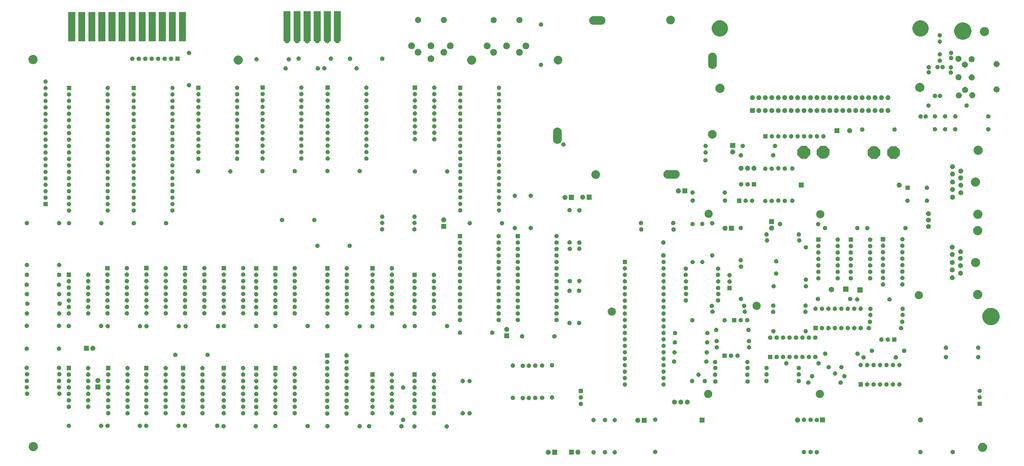
<source format=gbs>
G04 #@! TF.GenerationSoftware,KiCad,Pcbnew,(5.1.2)-2*
G04 #@! TF.CreationDate,2019-12-01T00:39:07+01:00*
G04 #@! TF.ProjectId,C64,4336342e-6b69-4636-9164-5f7063625858,rev?*
G04 #@! TF.SameCoordinates,Original*
G04 #@! TF.FileFunction,Soldermask,Bot*
G04 #@! TF.FilePolarity,Negative*
%FSLAX46Y46*%
G04 Gerber Fmt 4.6, Leading zero omitted, Abs format (unit mm)*
G04 Created by KiCad (PCBNEW (5.1.2)-2) date 2019-12-01 00:39:07*
%MOMM*%
%LPD*%
G04 APERTURE LIST*
%ADD10C,0.100000*%
G04 APERTURE END LIST*
D10*
G36*
X229211480Y-219861740D02*
G01*
X227236680Y-219861740D01*
X227236680Y-217886940D01*
X229211480Y-217886940D01*
X229211480Y-219861740D01*
X229211480Y-219861740D01*
G37*
G36*
X225896256Y-217909800D02*
G01*
X225972094Y-217924885D01*
X226151789Y-217999317D01*
X226313511Y-218107376D01*
X226451044Y-218244909D01*
X226559103Y-218406631D01*
X226633535Y-218586326D01*
X226633535Y-218586327D01*
X226671480Y-218777088D01*
X226671480Y-218971592D01*
X226661618Y-219021169D01*
X226633535Y-219162354D01*
X226559103Y-219342049D01*
X226451044Y-219503771D01*
X226313511Y-219641304D01*
X226151789Y-219749363D01*
X225972094Y-219823795D01*
X225908506Y-219836443D01*
X225781332Y-219861740D01*
X225586828Y-219861740D01*
X225459654Y-219836443D01*
X225396066Y-219823795D01*
X225216371Y-219749363D01*
X225054649Y-219641304D01*
X224917116Y-219503771D01*
X224809057Y-219342049D01*
X224734625Y-219162354D01*
X224706542Y-219021169D01*
X224696680Y-218971592D01*
X224696680Y-218777088D01*
X224734625Y-218586327D01*
X224734625Y-218586326D01*
X224809057Y-218406631D01*
X224917116Y-218244909D01*
X225054649Y-218107376D01*
X225216371Y-217999317D01*
X225396066Y-217924885D01*
X225471904Y-217909800D01*
X225586828Y-217886940D01*
X225781332Y-217886940D01*
X225896256Y-217909800D01*
X225896256Y-217909800D01*
G37*
G36*
X237551866Y-217846197D02*
G01*
X237615454Y-217858845D01*
X237795149Y-217933277D01*
X237956871Y-218041336D01*
X238094404Y-218178869D01*
X238202463Y-218340591D01*
X238276895Y-218520286D01*
X238279717Y-218534472D01*
X238314840Y-218711048D01*
X238314840Y-218905552D01*
X238301947Y-218970368D01*
X238276895Y-219096314D01*
X238202463Y-219276009D01*
X238094404Y-219437731D01*
X237956871Y-219575264D01*
X237795149Y-219683323D01*
X237615454Y-219757755D01*
X237551866Y-219770403D01*
X237424692Y-219795700D01*
X237230188Y-219795700D01*
X237103014Y-219770403D01*
X237039426Y-219757755D01*
X236859731Y-219683323D01*
X236698009Y-219575264D01*
X236560476Y-219437731D01*
X236452417Y-219276009D01*
X236377985Y-219096314D01*
X236352933Y-218970368D01*
X236340040Y-218905552D01*
X236340040Y-218711048D01*
X236375163Y-218534472D01*
X236377985Y-218520286D01*
X236452417Y-218340591D01*
X236560476Y-218178869D01*
X236698009Y-218041336D01*
X236859731Y-217933277D01*
X237039426Y-217858845D01*
X237103014Y-217846197D01*
X237230188Y-217820900D01*
X237424692Y-217820900D01*
X237551866Y-217846197D01*
X237551866Y-217846197D01*
G37*
G36*
X235774840Y-219795700D02*
G01*
X233800040Y-219795700D01*
X233800040Y-217820900D01*
X235774840Y-217820900D01*
X235774840Y-219795700D01*
X235774840Y-219795700D01*
G37*
G36*
X252066568Y-218069864D02*
G01*
X252223150Y-218134723D01*
X252223152Y-218134724D01*
X252364073Y-218228884D01*
X252483916Y-218348727D01*
X252544134Y-218438850D01*
X252578077Y-218489650D01*
X252642936Y-218646232D01*
X252676000Y-218812457D01*
X252676000Y-218981943D01*
X252642936Y-219148168D01*
X252593352Y-219267873D01*
X252578076Y-219304752D01*
X252483916Y-219445673D01*
X252364073Y-219565516D01*
X252223152Y-219659676D01*
X252223151Y-219659677D01*
X252223150Y-219659677D01*
X252066568Y-219724536D01*
X251900343Y-219757600D01*
X251730857Y-219757600D01*
X251564632Y-219724536D01*
X251408050Y-219659677D01*
X251408049Y-219659677D01*
X251408048Y-219659676D01*
X251267127Y-219565516D01*
X251147284Y-219445673D01*
X251053124Y-219304752D01*
X251037848Y-219267873D01*
X250988264Y-219148168D01*
X250955200Y-218981943D01*
X250955200Y-218812457D01*
X250988264Y-218646232D01*
X251053123Y-218489650D01*
X251087066Y-218438850D01*
X251147284Y-218348727D01*
X251267127Y-218228884D01*
X251408048Y-218134724D01*
X251408050Y-218134723D01*
X251564632Y-218069864D01*
X251730857Y-218036800D01*
X251900343Y-218036800D01*
X252066568Y-218069864D01*
X252066568Y-218069864D01*
G37*
G36*
X243709968Y-218069864D02*
G01*
X243866550Y-218134723D01*
X243866552Y-218134724D01*
X244007473Y-218228884D01*
X244127316Y-218348727D01*
X244187534Y-218438850D01*
X244221477Y-218489650D01*
X244286336Y-218646232D01*
X244319400Y-218812457D01*
X244319400Y-218981943D01*
X244286336Y-219148168D01*
X244236752Y-219267873D01*
X244221476Y-219304752D01*
X244127316Y-219445673D01*
X244007473Y-219565516D01*
X243866552Y-219659676D01*
X243866551Y-219659677D01*
X243866550Y-219659677D01*
X243709968Y-219724536D01*
X243543743Y-219757600D01*
X243374257Y-219757600D01*
X243208032Y-219724536D01*
X243051450Y-219659677D01*
X243051449Y-219659677D01*
X243051448Y-219659676D01*
X242910527Y-219565516D01*
X242790684Y-219445673D01*
X242696524Y-219304752D01*
X242681248Y-219267873D01*
X242631664Y-219148168D01*
X242598600Y-218981943D01*
X242598600Y-218812457D01*
X242631664Y-218646232D01*
X242696523Y-218489650D01*
X242730466Y-218438850D01*
X242790684Y-218348727D01*
X242910527Y-218228884D01*
X243051448Y-218134724D01*
X243051450Y-218134723D01*
X243208032Y-218069864D01*
X243374257Y-218036800D01*
X243543743Y-218036800D01*
X243709968Y-218069864D01*
X243709968Y-218069864D01*
G37*
G36*
X248246408Y-218019064D02*
G01*
X248378051Y-218073593D01*
X248402992Y-218083924D01*
X248543913Y-218178084D01*
X248663756Y-218297927D01*
X248757916Y-218438848D01*
X248757917Y-218438850D01*
X248822776Y-218595432D01*
X248855840Y-218761657D01*
X248855840Y-218931143D01*
X248822776Y-219097368D01*
X248783167Y-219192992D01*
X248757916Y-219253952D01*
X248663756Y-219394873D01*
X248543913Y-219514716D01*
X248402992Y-219608876D01*
X248402991Y-219608877D01*
X248402990Y-219608877D01*
X248246408Y-219673736D01*
X248080183Y-219706800D01*
X247910697Y-219706800D01*
X247744472Y-219673736D01*
X247587890Y-219608877D01*
X247587889Y-219608877D01*
X247587888Y-219608876D01*
X247446967Y-219514716D01*
X247327124Y-219394873D01*
X247232964Y-219253952D01*
X247207713Y-219192992D01*
X247168104Y-219097368D01*
X247135040Y-218931143D01*
X247135040Y-218761657D01*
X247168104Y-218595432D01*
X247232963Y-218438850D01*
X247232964Y-218438848D01*
X247327124Y-218297927D01*
X247446967Y-218178084D01*
X247587888Y-218083924D01*
X247612829Y-218073593D01*
X247744472Y-218019064D01*
X247910697Y-217986000D01*
X248080183Y-217986000D01*
X248246408Y-218019064D01*
X248246408Y-218019064D01*
G37*
G36*
X331593968Y-218019064D02*
G01*
X331725611Y-218073593D01*
X331750552Y-218083924D01*
X331891473Y-218178084D01*
X332011316Y-218297927D01*
X332105476Y-218438848D01*
X332105477Y-218438850D01*
X332170336Y-218595432D01*
X332203400Y-218761657D01*
X332203400Y-218931143D01*
X332170336Y-219097368D01*
X332130727Y-219192992D01*
X332105476Y-219253952D01*
X332011316Y-219394873D01*
X331891473Y-219514716D01*
X331750552Y-219608876D01*
X331750551Y-219608877D01*
X331750550Y-219608877D01*
X331593968Y-219673736D01*
X331427743Y-219706800D01*
X331258257Y-219706800D01*
X331092032Y-219673736D01*
X330935450Y-219608877D01*
X330935449Y-219608877D01*
X330935448Y-219608876D01*
X330794527Y-219514716D01*
X330674684Y-219394873D01*
X330580524Y-219253952D01*
X330555273Y-219192992D01*
X330515664Y-219097368D01*
X330482600Y-218931143D01*
X330482600Y-218761657D01*
X330515664Y-218595432D01*
X330580523Y-218438850D01*
X330580524Y-218438848D01*
X330674684Y-218297927D01*
X330794527Y-218178084D01*
X330935448Y-218083924D01*
X330960389Y-218073593D01*
X331092032Y-218019064D01*
X331258257Y-217986000D01*
X331427743Y-217986000D01*
X331593968Y-218019064D01*
X331593968Y-218019064D01*
G37*
G36*
X326539368Y-217968264D02*
G01*
X326671424Y-218022964D01*
X326695952Y-218033124D01*
X326836873Y-218127284D01*
X326956716Y-218247127D01*
X327050876Y-218388048D01*
X327050877Y-218388050D01*
X327115736Y-218544632D01*
X327148800Y-218710857D01*
X327148800Y-218880343D01*
X327115736Y-219046568D01*
X327050877Y-219203150D01*
X327050876Y-219203152D01*
X326956716Y-219344073D01*
X326836873Y-219463916D01*
X326695952Y-219558076D01*
X326695951Y-219558077D01*
X326695950Y-219558077D01*
X326539368Y-219622936D01*
X326373143Y-219656000D01*
X326203657Y-219656000D01*
X326037432Y-219622936D01*
X325880850Y-219558077D01*
X325880849Y-219558077D01*
X325880848Y-219558076D01*
X325739927Y-219463916D01*
X325620084Y-219344073D01*
X325525924Y-219203152D01*
X325525923Y-219203150D01*
X325461064Y-219046568D01*
X325428000Y-218880343D01*
X325428000Y-218710857D01*
X325461064Y-218544632D01*
X325525923Y-218388050D01*
X325525924Y-218388048D01*
X325620084Y-218247127D01*
X325739927Y-218127284D01*
X325880848Y-218033124D01*
X325905376Y-218022964D01*
X326037432Y-217968264D01*
X326203657Y-217935200D01*
X326373143Y-217935200D01*
X326539368Y-217968264D01*
X326539368Y-217968264D01*
G37*
G36*
X372391448Y-217958104D02*
G01*
X372538617Y-218019064D01*
X372548032Y-218022964D01*
X372688953Y-218117124D01*
X372808796Y-218236967D01*
X372858831Y-218311850D01*
X372902957Y-218377890D01*
X372967816Y-218534472D01*
X373000880Y-218700697D01*
X373000880Y-218870183D01*
X372967816Y-219036408D01*
X372909269Y-219177752D01*
X372902956Y-219192992D01*
X372808796Y-219333913D01*
X372688953Y-219453756D01*
X372548032Y-219547916D01*
X372548031Y-219547917D01*
X372548030Y-219547917D01*
X372391448Y-219612776D01*
X372225223Y-219645840D01*
X372055737Y-219645840D01*
X371889512Y-219612776D01*
X371732930Y-219547917D01*
X371732929Y-219547917D01*
X371732928Y-219547916D01*
X371592007Y-219453756D01*
X371472164Y-219333913D01*
X371378004Y-219192992D01*
X371371691Y-219177752D01*
X371313144Y-219036408D01*
X371280080Y-218870183D01*
X371280080Y-218700697D01*
X371313144Y-218534472D01*
X371378003Y-218377890D01*
X371422129Y-218311850D01*
X371472164Y-218236967D01*
X371592007Y-218117124D01*
X371732928Y-218022964D01*
X371742343Y-218019064D01*
X371889512Y-217958104D01*
X372055737Y-217925040D01*
X372225223Y-217925040D01*
X372391448Y-217958104D01*
X372391448Y-217958104D01*
G37*
G36*
X385091448Y-217958104D02*
G01*
X385238617Y-218019064D01*
X385248032Y-218022964D01*
X385388953Y-218117124D01*
X385508796Y-218236967D01*
X385558831Y-218311850D01*
X385602957Y-218377890D01*
X385667816Y-218534472D01*
X385700880Y-218700697D01*
X385700880Y-218870183D01*
X385667816Y-219036408D01*
X385609269Y-219177752D01*
X385602956Y-219192992D01*
X385508796Y-219333913D01*
X385388953Y-219453756D01*
X385248032Y-219547916D01*
X385248031Y-219547917D01*
X385248030Y-219547917D01*
X385091448Y-219612776D01*
X384925223Y-219645840D01*
X384755737Y-219645840D01*
X384589512Y-219612776D01*
X384432930Y-219547917D01*
X384432929Y-219547917D01*
X384432928Y-219547916D01*
X384292007Y-219453756D01*
X384172164Y-219333913D01*
X384078004Y-219192992D01*
X384071691Y-219177752D01*
X384013144Y-219036408D01*
X383980080Y-218870183D01*
X383980080Y-218700697D01*
X384013144Y-218534472D01*
X384078003Y-218377890D01*
X384122129Y-218311850D01*
X384172164Y-218236967D01*
X384292007Y-218117124D01*
X384432928Y-218022964D01*
X384442343Y-218019064D01*
X384589512Y-217958104D01*
X384755737Y-217925040D01*
X384925223Y-217925040D01*
X385091448Y-217958104D01*
X385091448Y-217958104D01*
G37*
G36*
X329155568Y-217942864D02*
G01*
X329291856Y-217999317D01*
X329312152Y-218007724D01*
X329453073Y-218101884D01*
X329572916Y-218221727D01*
X329633134Y-218311850D01*
X329667077Y-218362650D01*
X329731936Y-218519232D01*
X329765000Y-218685457D01*
X329765000Y-218854943D01*
X329731936Y-219021168D01*
X329673454Y-219162354D01*
X329667076Y-219177752D01*
X329572916Y-219318673D01*
X329453073Y-219438516D01*
X329312152Y-219532676D01*
X329312151Y-219532677D01*
X329312150Y-219532677D01*
X329155568Y-219597536D01*
X328989343Y-219630600D01*
X328819857Y-219630600D01*
X328653632Y-219597536D01*
X328497050Y-219532677D01*
X328497049Y-219532677D01*
X328497048Y-219532676D01*
X328356127Y-219438516D01*
X328236284Y-219318673D01*
X328142124Y-219177752D01*
X328135746Y-219162354D01*
X328077264Y-219021168D01*
X328044200Y-218854943D01*
X328044200Y-218685457D01*
X328077264Y-218519232D01*
X328142123Y-218362650D01*
X328176066Y-218311850D01*
X328236284Y-218221727D01*
X328356127Y-218101884D01*
X328497048Y-218007724D01*
X328517344Y-217999317D01*
X328653632Y-217942864D01*
X328819857Y-217909800D01*
X328989343Y-217909800D01*
X329155568Y-217942864D01*
X329155568Y-217942864D01*
G37*
G36*
X267992368Y-217892064D02*
G01*
X268115011Y-217942865D01*
X268148952Y-217956924D01*
X268289873Y-218051084D01*
X268409716Y-218170927D01*
X268494574Y-218297927D01*
X268503877Y-218311850D01*
X268568736Y-218468432D01*
X268601800Y-218634657D01*
X268601800Y-218804143D01*
X268568736Y-218970368D01*
X268537172Y-219046569D01*
X268503876Y-219126952D01*
X268409716Y-219267873D01*
X268289873Y-219387716D01*
X268148952Y-219481876D01*
X268148951Y-219481877D01*
X268148950Y-219481877D01*
X267992368Y-219546736D01*
X267826143Y-219579800D01*
X267656657Y-219579800D01*
X267490432Y-219546736D01*
X267333850Y-219481877D01*
X267333849Y-219481877D01*
X267333848Y-219481876D01*
X267192927Y-219387716D01*
X267073084Y-219267873D01*
X266978924Y-219126952D01*
X266945628Y-219046569D01*
X266914064Y-218970368D01*
X266881000Y-218804143D01*
X266881000Y-218634657D01*
X266914064Y-218468432D01*
X266978923Y-218311850D01*
X266988226Y-218297927D01*
X267073084Y-218170927D01*
X267192927Y-218051084D01*
X267333848Y-217956924D01*
X267367789Y-217942865D01*
X267490432Y-217892064D01*
X267656657Y-217859000D01*
X267826143Y-217859000D01*
X267992368Y-217892064D01*
X267992368Y-217892064D01*
G37*
G36*
X396941683Y-215160747D02*
G01*
X397115561Y-215195333D01*
X397443140Y-215331021D01*
X397737953Y-215528009D01*
X397988671Y-215778727D01*
X398185659Y-216073540D01*
X398321347Y-216401119D01*
X398334944Y-216469476D01*
X398390520Y-216748874D01*
X398390520Y-217103446D01*
X398376923Y-217171801D01*
X398321347Y-217451201D01*
X398185659Y-217778780D01*
X397988671Y-218073593D01*
X397737953Y-218324311D01*
X397443140Y-218521299D01*
X397115561Y-218656987D01*
X396972432Y-218685457D01*
X396767806Y-218726160D01*
X396413234Y-218726160D01*
X396208608Y-218685457D01*
X396065479Y-218656987D01*
X395737900Y-218521299D01*
X395443087Y-218324311D01*
X395192369Y-218073593D01*
X394995381Y-217778780D01*
X394859693Y-217451201D01*
X394804117Y-217171801D01*
X394790520Y-217103446D01*
X394790520Y-216748874D01*
X394846096Y-216469476D01*
X394859693Y-216401119D01*
X394995381Y-216073540D01*
X395192369Y-215778727D01*
X395443087Y-215528009D01*
X395737900Y-215331021D01*
X396065479Y-215195333D01*
X396239357Y-215160747D01*
X396413234Y-215126160D01*
X396767806Y-215126160D01*
X396941683Y-215160747D01*
X396941683Y-215160747D01*
G37*
G36*
X23335623Y-214881347D02*
G01*
X23509501Y-214915933D01*
X23837080Y-215051621D01*
X24131893Y-215248609D01*
X24382611Y-215499327D01*
X24579599Y-215794140D01*
X24715287Y-216121719D01*
X24715287Y-216121721D01*
X24770864Y-216401121D01*
X24784460Y-216469476D01*
X24784460Y-216824044D01*
X24715287Y-217171801D01*
X24579599Y-217499380D01*
X24382611Y-217794193D01*
X24131893Y-218044911D01*
X23837080Y-218241899D01*
X23837079Y-218241900D01*
X23837078Y-218241900D01*
X23829811Y-218244910D01*
X23509501Y-218377587D01*
X23335622Y-218412174D01*
X23161746Y-218446760D01*
X22807174Y-218446760D01*
X22633298Y-218412174D01*
X22459419Y-218377587D01*
X22139109Y-218244910D01*
X22131842Y-218241900D01*
X22131841Y-218241900D01*
X22131840Y-218241899D01*
X21837027Y-218044911D01*
X21586309Y-217794193D01*
X21389321Y-217499380D01*
X21253633Y-217171801D01*
X21184460Y-216824044D01*
X21184460Y-216469476D01*
X21198057Y-216401121D01*
X21253633Y-216121721D01*
X21253633Y-216121719D01*
X21389321Y-215794140D01*
X21586309Y-215499327D01*
X21837027Y-215248609D01*
X22131840Y-215051621D01*
X22459419Y-214915933D01*
X22633297Y-214881347D01*
X22807174Y-214846760D01*
X23161746Y-214846760D01*
X23335623Y-214881347D01*
X23335623Y-214881347D01*
G37*
G36*
X185950368Y-207859064D02*
G01*
X186106950Y-207923923D01*
X186106952Y-207923924D01*
X186247873Y-208018084D01*
X186367716Y-208137927D01*
X186461876Y-208278848D01*
X186461877Y-208278850D01*
X186526736Y-208435432D01*
X186559800Y-208601657D01*
X186559800Y-208771143D01*
X186526736Y-208937368D01*
X186461877Y-209093950D01*
X186461876Y-209093952D01*
X186367716Y-209234873D01*
X186247873Y-209354716D01*
X186106952Y-209448876D01*
X186106951Y-209448877D01*
X186106950Y-209448877D01*
X185950368Y-209513736D01*
X185784143Y-209546800D01*
X185614657Y-209546800D01*
X185448432Y-209513736D01*
X185291850Y-209448877D01*
X185291849Y-209448877D01*
X185291848Y-209448876D01*
X185150927Y-209354716D01*
X185031084Y-209234873D01*
X184936924Y-209093952D01*
X184936923Y-209093950D01*
X184872064Y-208937368D01*
X184839000Y-208771143D01*
X184839000Y-208601657D01*
X184872064Y-208435432D01*
X184936923Y-208278850D01*
X184936924Y-208278848D01*
X185031084Y-208137927D01*
X185150927Y-208018084D01*
X185291848Y-207923924D01*
X185291850Y-207923923D01*
X185448432Y-207859064D01*
X185614657Y-207826000D01*
X185784143Y-207826000D01*
X185950368Y-207859064D01*
X185950368Y-207859064D01*
G37*
G36*
X173250368Y-207859064D02*
G01*
X173406950Y-207923923D01*
X173406952Y-207923924D01*
X173547873Y-208018084D01*
X173667716Y-208137927D01*
X173761876Y-208278848D01*
X173761877Y-208278850D01*
X173826736Y-208435432D01*
X173859800Y-208601657D01*
X173859800Y-208771143D01*
X173826736Y-208937368D01*
X173761877Y-209093950D01*
X173761876Y-209093952D01*
X173667716Y-209234873D01*
X173547873Y-209354716D01*
X173406952Y-209448876D01*
X173406951Y-209448877D01*
X173406950Y-209448877D01*
X173250368Y-209513736D01*
X173084143Y-209546800D01*
X172914657Y-209546800D01*
X172748432Y-209513736D01*
X172591850Y-209448877D01*
X172591849Y-209448877D01*
X172591848Y-209448876D01*
X172450927Y-209354716D01*
X172331084Y-209234873D01*
X172236924Y-209093952D01*
X172236923Y-209093950D01*
X172172064Y-208937368D01*
X172139000Y-208771143D01*
X172139000Y-208601657D01*
X172172064Y-208435432D01*
X172236923Y-208278850D01*
X172236924Y-208278848D01*
X172331084Y-208137927D01*
X172450927Y-208018084D01*
X172591848Y-207923924D01*
X172591850Y-207923923D01*
X172748432Y-207859064D01*
X172914657Y-207826000D01*
X173084143Y-207826000D01*
X173250368Y-207859064D01*
X173250368Y-207859064D01*
G37*
G36*
X155419568Y-207782864D02*
G01*
X155551624Y-207837564D01*
X155576152Y-207847724D01*
X155717073Y-207941884D01*
X155836916Y-208061727D01*
X155927082Y-208196671D01*
X155931077Y-208202650D01*
X155995936Y-208359232D01*
X156029000Y-208525457D01*
X156029000Y-208694943D01*
X155995936Y-208861168D01*
X155931077Y-209017750D01*
X155931076Y-209017752D01*
X155836916Y-209158673D01*
X155717073Y-209278516D01*
X155576152Y-209372676D01*
X155576151Y-209372677D01*
X155576150Y-209372677D01*
X155419568Y-209437536D01*
X155253343Y-209470600D01*
X155083857Y-209470600D01*
X154917632Y-209437536D01*
X154761050Y-209372677D01*
X154761049Y-209372677D01*
X154761048Y-209372676D01*
X154620127Y-209278516D01*
X154500284Y-209158673D01*
X154406124Y-209017752D01*
X154406123Y-209017750D01*
X154341264Y-208861168D01*
X154308200Y-208694943D01*
X154308200Y-208525457D01*
X154341264Y-208359232D01*
X154406123Y-208202650D01*
X154410118Y-208196671D01*
X154500284Y-208061727D01*
X154620127Y-207941884D01*
X154761048Y-207847724D01*
X154785576Y-207837564D01*
X154917632Y-207782864D01*
X155083857Y-207749800D01*
X155253343Y-207749800D01*
X155419568Y-207782864D01*
X155419568Y-207782864D01*
G37*
G36*
X168119568Y-207782864D02*
G01*
X168251624Y-207837564D01*
X168276152Y-207847724D01*
X168417073Y-207941884D01*
X168536916Y-208061727D01*
X168627082Y-208196671D01*
X168631077Y-208202650D01*
X168695936Y-208359232D01*
X168729000Y-208525457D01*
X168729000Y-208694943D01*
X168695936Y-208861168D01*
X168631077Y-209017750D01*
X168631076Y-209017752D01*
X168536916Y-209158673D01*
X168417073Y-209278516D01*
X168276152Y-209372676D01*
X168276151Y-209372677D01*
X168276150Y-209372677D01*
X168119568Y-209437536D01*
X167953343Y-209470600D01*
X167783857Y-209470600D01*
X167617632Y-209437536D01*
X167461050Y-209372677D01*
X167461049Y-209372677D01*
X167461048Y-209372676D01*
X167320127Y-209278516D01*
X167200284Y-209158673D01*
X167106124Y-209017752D01*
X167106123Y-209017750D01*
X167041264Y-208861168D01*
X167008200Y-208694943D01*
X167008200Y-208525457D01*
X167041264Y-208359232D01*
X167106123Y-208202650D01*
X167110118Y-208196671D01*
X167200284Y-208061727D01*
X167320127Y-207941884D01*
X167461048Y-207847724D01*
X167485576Y-207837564D01*
X167617632Y-207782864D01*
X167783857Y-207749800D01*
X167953343Y-207749800D01*
X168119568Y-207782864D01*
X168119568Y-207782864D01*
G37*
G36*
X110832408Y-207772704D02*
G01*
X110988990Y-207837563D01*
X110988992Y-207837564D01*
X111129913Y-207931724D01*
X111249756Y-208051567D01*
X111333733Y-208177248D01*
X111343917Y-208192490D01*
X111408776Y-208349072D01*
X111441840Y-208515297D01*
X111441840Y-208684783D01*
X111408776Y-208851008D01*
X111343917Y-209007590D01*
X111343916Y-209007592D01*
X111249756Y-209148513D01*
X111129913Y-209268356D01*
X110988992Y-209362516D01*
X110988991Y-209362517D01*
X110988990Y-209362517D01*
X110832408Y-209427376D01*
X110666183Y-209460440D01*
X110496697Y-209460440D01*
X110330472Y-209427376D01*
X110173890Y-209362517D01*
X110173889Y-209362517D01*
X110173888Y-209362516D01*
X110032967Y-209268356D01*
X109913124Y-209148513D01*
X109818964Y-209007592D01*
X109818963Y-209007590D01*
X109754104Y-208851008D01*
X109721040Y-208684783D01*
X109721040Y-208515297D01*
X109754104Y-208349072D01*
X109818963Y-208192490D01*
X109829147Y-208177248D01*
X109913124Y-208051567D01*
X110032967Y-207931724D01*
X110173888Y-207837564D01*
X110173890Y-207837563D01*
X110330472Y-207772704D01*
X110496697Y-207739640D01*
X110666183Y-207739640D01*
X110832408Y-207772704D01*
X110832408Y-207772704D01*
G37*
G36*
X98132408Y-207772704D02*
G01*
X98288990Y-207837563D01*
X98288992Y-207837564D01*
X98429913Y-207931724D01*
X98549756Y-208051567D01*
X98633733Y-208177248D01*
X98643917Y-208192490D01*
X98708776Y-208349072D01*
X98741840Y-208515297D01*
X98741840Y-208684783D01*
X98708776Y-208851008D01*
X98643917Y-209007590D01*
X98643916Y-209007592D01*
X98549756Y-209148513D01*
X98429913Y-209268356D01*
X98288992Y-209362516D01*
X98288991Y-209362517D01*
X98288990Y-209362517D01*
X98132408Y-209427376D01*
X97966183Y-209460440D01*
X97796697Y-209460440D01*
X97630472Y-209427376D01*
X97473890Y-209362517D01*
X97473889Y-209362517D01*
X97473888Y-209362516D01*
X97332967Y-209268356D01*
X97213124Y-209148513D01*
X97118964Y-209007592D01*
X97118963Y-209007590D01*
X97054104Y-208851008D01*
X97021040Y-208684783D01*
X97021040Y-208515297D01*
X97054104Y-208349072D01*
X97118963Y-208192490D01*
X97129147Y-208177248D01*
X97213124Y-208051567D01*
X97332967Y-207931724D01*
X97473888Y-207837564D01*
X97473890Y-207837563D01*
X97630472Y-207772704D01*
X97796697Y-207739640D01*
X97966183Y-207739640D01*
X98132408Y-207772704D01*
X98132408Y-207772704D01*
G37*
G36*
X151685768Y-207757464D02*
G01*
X151842350Y-207822323D01*
X151842352Y-207822324D01*
X151983273Y-207916484D01*
X152103116Y-208036327D01*
X152197276Y-208177248D01*
X152197277Y-208177250D01*
X152262136Y-208333832D01*
X152295200Y-208500057D01*
X152295200Y-208669543D01*
X152262136Y-208835768D01*
X152220051Y-208937369D01*
X152197276Y-208992352D01*
X152103116Y-209133273D01*
X151983273Y-209253116D01*
X151842352Y-209347276D01*
X151842351Y-209347277D01*
X151842350Y-209347277D01*
X151685768Y-209412136D01*
X151519543Y-209445200D01*
X151350057Y-209445200D01*
X151183832Y-209412136D01*
X151027250Y-209347277D01*
X151027249Y-209347277D01*
X151027248Y-209347276D01*
X150886327Y-209253116D01*
X150766484Y-209133273D01*
X150672324Y-208992352D01*
X150649549Y-208937369D01*
X150607464Y-208835768D01*
X150574400Y-208669543D01*
X150574400Y-208500057D01*
X150607464Y-208333832D01*
X150672323Y-208177250D01*
X150672324Y-208177248D01*
X150766484Y-208036327D01*
X150886327Y-207916484D01*
X151027248Y-207822324D01*
X151027250Y-207822323D01*
X151183832Y-207757464D01*
X151350057Y-207724400D01*
X151519543Y-207724400D01*
X151685768Y-207757464D01*
X151685768Y-207757464D01*
G37*
G36*
X138985768Y-207757464D02*
G01*
X139142350Y-207822323D01*
X139142352Y-207822324D01*
X139283273Y-207916484D01*
X139403116Y-208036327D01*
X139497276Y-208177248D01*
X139497277Y-208177250D01*
X139562136Y-208333832D01*
X139595200Y-208500057D01*
X139595200Y-208669543D01*
X139562136Y-208835768D01*
X139520051Y-208937369D01*
X139497276Y-208992352D01*
X139403116Y-209133273D01*
X139283273Y-209253116D01*
X139142352Y-209347276D01*
X139142351Y-209347277D01*
X139142350Y-209347277D01*
X138985768Y-209412136D01*
X138819543Y-209445200D01*
X138650057Y-209445200D01*
X138483832Y-209412136D01*
X138327250Y-209347277D01*
X138327249Y-209347277D01*
X138327248Y-209347276D01*
X138186327Y-209253116D01*
X138066484Y-209133273D01*
X137972324Y-208992352D01*
X137949549Y-208937369D01*
X137907464Y-208835768D01*
X137874400Y-208669543D01*
X137874400Y-208500057D01*
X137907464Y-208333832D01*
X137972323Y-208177250D01*
X137972324Y-208177248D01*
X138066484Y-208036327D01*
X138186327Y-207916484D01*
X138327248Y-207822324D01*
X138327250Y-207822323D01*
X138483832Y-207757464D01*
X138650057Y-207724400D01*
X138819543Y-207724400D01*
X138985768Y-207757464D01*
X138985768Y-207757464D01*
G37*
G36*
X131238768Y-207732064D02*
G01*
X131395350Y-207796923D01*
X131395352Y-207796924D01*
X131536273Y-207891084D01*
X131656116Y-208010927D01*
X131740974Y-208137927D01*
X131750277Y-208151850D01*
X131815136Y-208308432D01*
X131848200Y-208474657D01*
X131848200Y-208644143D01*
X131815136Y-208810368D01*
X131762530Y-208937368D01*
X131750276Y-208966952D01*
X131656116Y-209107873D01*
X131536273Y-209227716D01*
X131395352Y-209321876D01*
X131395351Y-209321877D01*
X131395350Y-209321877D01*
X131238768Y-209386736D01*
X131072543Y-209419800D01*
X130903057Y-209419800D01*
X130736832Y-209386736D01*
X130580250Y-209321877D01*
X130580249Y-209321877D01*
X130580248Y-209321876D01*
X130439327Y-209227716D01*
X130319484Y-209107873D01*
X130225324Y-208966952D01*
X130213070Y-208937368D01*
X130160464Y-208810368D01*
X130127400Y-208644143D01*
X130127400Y-208474657D01*
X130160464Y-208308432D01*
X130225323Y-208151850D01*
X130234626Y-208137927D01*
X130319484Y-208010927D01*
X130439327Y-207891084D01*
X130580248Y-207796924D01*
X130580250Y-207796923D01*
X130736832Y-207732064D01*
X130903057Y-207699000D01*
X131072543Y-207699000D01*
X131238768Y-207732064D01*
X131238768Y-207732064D01*
G37*
G36*
X118538768Y-207732064D02*
G01*
X118695350Y-207796923D01*
X118695352Y-207796924D01*
X118836273Y-207891084D01*
X118956116Y-208010927D01*
X119040974Y-208137927D01*
X119050277Y-208151850D01*
X119115136Y-208308432D01*
X119148200Y-208474657D01*
X119148200Y-208644143D01*
X119115136Y-208810368D01*
X119062530Y-208937368D01*
X119050276Y-208966952D01*
X118956116Y-209107873D01*
X118836273Y-209227716D01*
X118695352Y-209321876D01*
X118695351Y-209321877D01*
X118695350Y-209321877D01*
X118538768Y-209386736D01*
X118372543Y-209419800D01*
X118203057Y-209419800D01*
X118036832Y-209386736D01*
X117880250Y-209321877D01*
X117880249Y-209321877D01*
X117880248Y-209321876D01*
X117739327Y-209227716D01*
X117619484Y-209107873D01*
X117525324Y-208966952D01*
X117513070Y-208937368D01*
X117460464Y-208810368D01*
X117427400Y-208644143D01*
X117427400Y-208474657D01*
X117460464Y-208308432D01*
X117525323Y-208151850D01*
X117534626Y-208137927D01*
X117619484Y-208010927D01*
X117739327Y-207891084D01*
X117880248Y-207796924D01*
X117880250Y-207796923D01*
X118036832Y-207732064D01*
X118203057Y-207699000D01*
X118372543Y-207699000D01*
X118538768Y-207732064D01*
X118538768Y-207732064D01*
G37*
G36*
X49933368Y-207630464D02*
G01*
X50065424Y-207685164D01*
X50089952Y-207695324D01*
X50230873Y-207789484D01*
X50350716Y-207909327D01*
X50444876Y-208050248D01*
X50444877Y-208050250D01*
X50509736Y-208206832D01*
X50542800Y-208373057D01*
X50542800Y-208542543D01*
X50509736Y-208708768D01*
X50446609Y-208861168D01*
X50444876Y-208865352D01*
X50350716Y-209006273D01*
X50230873Y-209126116D01*
X50089952Y-209220276D01*
X50089951Y-209220277D01*
X50089950Y-209220277D01*
X49933368Y-209285136D01*
X49767143Y-209318200D01*
X49597657Y-209318200D01*
X49431432Y-209285136D01*
X49274850Y-209220277D01*
X49274849Y-209220277D01*
X49274848Y-209220276D01*
X49133927Y-209126116D01*
X49014084Y-209006273D01*
X48919924Y-208865352D01*
X48918191Y-208861168D01*
X48855064Y-208708768D01*
X48822000Y-208542543D01*
X48822000Y-208373057D01*
X48855064Y-208206832D01*
X48919923Y-208050250D01*
X48919924Y-208050248D01*
X49014084Y-207909327D01*
X49133927Y-207789484D01*
X49274848Y-207695324D01*
X49299376Y-207685164D01*
X49431432Y-207630464D01*
X49597657Y-207597400D01*
X49767143Y-207597400D01*
X49933368Y-207630464D01*
X49933368Y-207630464D01*
G37*
G36*
X37233368Y-207630464D02*
G01*
X37365424Y-207685164D01*
X37389952Y-207695324D01*
X37530873Y-207789484D01*
X37650716Y-207909327D01*
X37744876Y-208050248D01*
X37744877Y-208050250D01*
X37809736Y-208206832D01*
X37842800Y-208373057D01*
X37842800Y-208542543D01*
X37809736Y-208708768D01*
X37746609Y-208861168D01*
X37744876Y-208865352D01*
X37650716Y-209006273D01*
X37530873Y-209126116D01*
X37389952Y-209220276D01*
X37389951Y-209220277D01*
X37389950Y-209220277D01*
X37233368Y-209285136D01*
X37067143Y-209318200D01*
X36897657Y-209318200D01*
X36731432Y-209285136D01*
X36574850Y-209220277D01*
X36574849Y-209220277D01*
X36574848Y-209220276D01*
X36433927Y-209126116D01*
X36314084Y-209006273D01*
X36219924Y-208865352D01*
X36218191Y-208861168D01*
X36155064Y-208708768D01*
X36122000Y-208542543D01*
X36122000Y-208373057D01*
X36155064Y-208206832D01*
X36219923Y-208050250D01*
X36219924Y-208050248D01*
X36314084Y-207909327D01*
X36433927Y-207789484D01*
X36574848Y-207695324D01*
X36599376Y-207685164D01*
X36731432Y-207630464D01*
X36897657Y-207597400D01*
X37067143Y-207597400D01*
X37233368Y-207630464D01*
X37233368Y-207630464D01*
G37*
G36*
X80382888Y-207620304D02*
G01*
X80514944Y-207675004D01*
X80539472Y-207685164D01*
X80680393Y-207779324D01*
X80800236Y-207899167D01*
X80892700Y-208037550D01*
X80894397Y-208040090D01*
X80959256Y-208196672D01*
X80992320Y-208362897D01*
X80992320Y-208532383D01*
X80959256Y-208698608D01*
X80896129Y-208851008D01*
X80894396Y-208855192D01*
X80800236Y-208996113D01*
X80680393Y-209115956D01*
X80539472Y-209210116D01*
X80539471Y-209210117D01*
X80539470Y-209210117D01*
X80382888Y-209274976D01*
X80216663Y-209308040D01*
X80047177Y-209308040D01*
X79880952Y-209274976D01*
X79724370Y-209210117D01*
X79724369Y-209210117D01*
X79724368Y-209210116D01*
X79583447Y-209115956D01*
X79463604Y-208996113D01*
X79369444Y-208855192D01*
X79367711Y-208851008D01*
X79304584Y-208698608D01*
X79271520Y-208532383D01*
X79271520Y-208362897D01*
X79304584Y-208196672D01*
X79369443Y-208040090D01*
X79371140Y-208037550D01*
X79463604Y-207899167D01*
X79583447Y-207779324D01*
X79724368Y-207685164D01*
X79748896Y-207675004D01*
X79880952Y-207620304D01*
X80047177Y-207587240D01*
X80216663Y-207587240D01*
X80382888Y-207620304D01*
X80382888Y-207620304D01*
G37*
G36*
X67682888Y-207620304D02*
G01*
X67814944Y-207675004D01*
X67839472Y-207685164D01*
X67980393Y-207779324D01*
X68100236Y-207899167D01*
X68192700Y-208037550D01*
X68194397Y-208040090D01*
X68259256Y-208196672D01*
X68292320Y-208362897D01*
X68292320Y-208532383D01*
X68259256Y-208698608D01*
X68196129Y-208851008D01*
X68194396Y-208855192D01*
X68100236Y-208996113D01*
X67980393Y-209115956D01*
X67839472Y-209210116D01*
X67839471Y-209210117D01*
X67839470Y-209210117D01*
X67682888Y-209274976D01*
X67516663Y-209308040D01*
X67347177Y-209308040D01*
X67180952Y-209274976D01*
X67024370Y-209210117D01*
X67024369Y-209210117D01*
X67024368Y-209210116D01*
X66883447Y-209115956D01*
X66763604Y-208996113D01*
X66669444Y-208855192D01*
X66667711Y-208851008D01*
X66604584Y-208698608D01*
X66571520Y-208532383D01*
X66571520Y-208362897D01*
X66604584Y-208196672D01*
X66669443Y-208040090D01*
X66671140Y-208037550D01*
X66763604Y-207899167D01*
X66883447Y-207779324D01*
X67024368Y-207685164D01*
X67048896Y-207675004D01*
X67180952Y-207620304D01*
X67347177Y-207587240D01*
X67516663Y-207587240D01*
X67682888Y-207620304D01*
X67682888Y-207620304D01*
G37*
G36*
X65178448Y-207617764D02*
G01*
X65316636Y-207675004D01*
X65335032Y-207682624D01*
X65475953Y-207776784D01*
X65595796Y-207896627D01*
X65689956Y-208037548D01*
X65689957Y-208037550D01*
X65754816Y-208194132D01*
X65787880Y-208360357D01*
X65787880Y-208529843D01*
X65754816Y-208696068D01*
X65690637Y-208851008D01*
X65689956Y-208852652D01*
X65595796Y-208993573D01*
X65475953Y-209113416D01*
X65335032Y-209207576D01*
X65335031Y-209207577D01*
X65335030Y-209207577D01*
X65178448Y-209272436D01*
X65012223Y-209305500D01*
X64842737Y-209305500D01*
X64676512Y-209272436D01*
X64519930Y-209207577D01*
X64519929Y-209207577D01*
X64519928Y-209207576D01*
X64379007Y-209113416D01*
X64259164Y-208993573D01*
X64165004Y-208852652D01*
X64164323Y-208851008D01*
X64100144Y-208696068D01*
X64067080Y-208529843D01*
X64067080Y-208360357D01*
X64100144Y-208194132D01*
X64165003Y-208037550D01*
X64165004Y-208037548D01*
X64259164Y-207896627D01*
X64379007Y-207776784D01*
X64519928Y-207682624D01*
X64538324Y-207675004D01*
X64676512Y-207617764D01*
X64842737Y-207584700D01*
X65012223Y-207584700D01*
X65178448Y-207617764D01*
X65178448Y-207617764D01*
G37*
G36*
X52478448Y-207617764D02*
G01*
X52616636Y-207675004D01*
X52635032Y-207682624D01*
X52775953Y-207776784D01*
X52895796Y-207896627D01*
X52989956Y-208037548D01*
X52989957Y-208037550D01*
X53054816Y-208194132D01*
X53087880Y-208360357D01*
X53087880Y-208529843D01*
X53054816Y-208696068D01*
X52990637Y-208851008D01*
X52989956Y-208852652D01*
X52895796Y-208993573D01*
X52775953Y-209113416D01*
X52635032Y-209207576D01*
X52635031Y-209207577D01*
X52635030Y-209207577D01*
X52478448Y-209272436D01*
X52312223Y-209305500D01*
X52142737Y-209305500D01*
X51976512Y-209272436D01*
X51819930Y-209207577D01*
X51819929Y-209207577D01*
X51819928Y-209207576D01*
X51679007Y-209113416D01*
X51559164Y-208993573D01*
X51465004Y-208852652D01*
X51464323Y-208851008D01*
X51400144Y-208696068D01*
X51367080Y-208529843D01*
X51367080Y-208360357D01*
X51400144Y-208194132D01*
X51465003Y-208037550D01*
X51465004Y-208037548D01*
X51559164Y-207896627D01*
X51679007Y-207776784D01*
X51819928Y-207682624D01*
X51838324Y-207675004D01*
X51976512Y-207617764D01*
X52142737Y-207584700D01*
X52312223Y-207584700D01*
X52478448Y-207617764D01*
X52478448Y-207617764D01*
G37*
G36*
X95640668Y-207610144D02*
G01*
X95797250Y-207675003D01*
X95797252Y-207675004D01*
X95938173Y-207769164D01*
X96058016Y-207889007D01*
X96144262Y-208018084D01*
X96152177Y-208029930D01*
X96217036Y-208186512D01*
X96250100Y-208352737D01*
X96250100Y-208522223D01*
X96217036Y-208688448D01*
X96166534Y-208810369D01*
X96152176Y-208845032D01*
X96058016Y-208985953D01*
X95938173Y-209105796D01*
X95797252Y-209199956D01*
X95797251Y-209199957D01*
X95797250Y-209199957D01*
X95640668Y-209264816D01*
X95474443Y-209297880D01*
X95304957Y-209297880D01*
X95138732Y-209264816D01*
X94982150Y-209199957D01*
X94982149Y-209199957D01*
X94982148Y-209199956D01*
X94841227Y-209105796D01*
X94721384Y-208985953D01*
X94627224Y-208845032D01*
X94612866Y-208810369D01*
X94562364Y-208688448D01*
X94529300Y-208522223D01*
X94529300Y-208352737D01*
X94562364Y-208186512D01*
X94627223Y-208029930D01*
X94635138Y-208018084D01*
X94721384Y-207889007D01*
X94841227Y-207769164D01*
X94982148Y-207675004D01*
X94982150Y-207675003D01*
X95138732Y-207610144D01*
X95304957Y-207577080D01*
X95474443Y-207577080D01*
X95640668Y-207610144D01*
X95640668Y-207610144D01*
G37*
G36*
X82940668Y-207610144D02*
G01*
X83097250Y-207675003D01*
X83097252Y-207675004D01*
X83238173Y-207769164D01*
X83358016Y-207889007D01*
X83444262Y-208018084D01*
X83452177Y-208029930D01*
X83517036Y-208186512D01*
X83550100Y-208352737D01*
X83550100Y-208522223D01*
X83517036Y-208688448D01*
X83466534Y-208810369D01*
X83452176Y-208845032D01*
X83358016Y-208985953D01*
X83238173Y-209105796D01*
X83097252Y-209199956D01*
X83097251Y-209199957D01*
X83097250Y-209199957D01*
X82940668Y-209264816D01*
X82774443Y-209297880D01*
X82604957Y-209297880D01*
X82438732Y-209264816D01*
X82282150Y-209199957D01*
X82282149Y-209199957D01*
X82282148Y-209199956D01*
X82141227Y-209105796D01*
X82021384Y-208985953D01*
X81927224Y-208845032D01*
X81912866Y-208810369D01*
X81862364Y-208688448D01*
X81829300Y-208522223D01*
X81829300Y-208352737D01*
X81862364Y-208186512D01*
X81927223Y-208029930D01*
X81935138Y-208018084D01*
X82021384Y-207889007D01*
X82141227Y-207769164D01*
X82282148Y-207675004D01*
X82282150Y-207675003D01*
X82438732Y-207610144D01*
X82604957Y-207577080D01*
X82774443Y-207577080D01*
X82940668Y-207610144D01*
X82940668Y-207610144D01*
G37*
G36*
X264433660Y-207260800D02*
G01*
X262458860Y-207260800D01*
X262458860Y-205286000D01*
X264433660Y-205286000D01*
X264433660Y-207260800D01*
X264433660Y-207260800D01*
G37*
G36*
X261112720Y-205307723D02*
G01*
X261194274Y-205323945D01*
X261373969Y-205398377D01*
X261535691Y-205506436D01*
X261673224Y-205643969D01*
X261781283Y-205805691D01*
X261855715Y-205985386D01*
X261855715Y-205985387D01*
X261893660Y-206176148D01*
X261893660Y-206370652D01*
X261882461Y-206426952D01*
X261855715Y-206561414D01*
X261781283Y-206741109D01*
X261673224Y-206902831D01*
X261535691Y-207040364D01*
X261373969Y-207148423D01*
X261194274Y-207222855D01*
X261130686Y-207235503D01*
X261003512Y-207260800D01*
X260809008Y-207260800D01*
X260681834Y-207235503D01*
X260618246Y-207222855D01*
X260438551Y-207148423D01*
X260276829Y-207040364D01*
X260139296Y-206902831D01*
X260031237Y-206741109D01*
X259956805Y-206561414D01*
X259930059Y-206426952D01*
X259918860Y-206370652D01*
X259918860Y-206176148D01*
X259956805Y-205985387D01*
X259956805Y-205985386D01*
X260031237Y-205805691D01*
X260139296Y-205643969D01*
X260276829Y-205506436D01*
X260438551Y-205398377D01*
X260618246Y-205323945D01*
X260699800Y-205307723D01*
X260809008Y-205286000D01*
X261003512Y-205286000D01*
X261112720Y-205307723D01*
X261112720Y-205307723D01*
G37*
G36*
X287179360Y-207215080D02*
G01*
X285204560Y-207215080D01*
X285204560Y-205240280D01*
X287179360Y-205240280D01*
X287179360Y-207215080D01*
X287179360Y-207215080D01*
G37*
G36*
X324007026Y-205235097D02*
G01*
X324070614Y-205247745D01*
X324250309Y-205322177D01*
X324412031Y-205430236D01*
X324549564Y-205567769D01*
X324657623Y-205729491D01*
X324732055Y-205909186D01*
X324732055Y-205909187D01*
X324770000Y-206099948D01*
X324770000Y-206294452D01*
X324759633Y-206346568D01*
X324732055Y-206485214D01*
X324657623Y-206664909D01*
X324549564Y-206826631D01*
X324412031Y-206964164D01*
X324250309Y-207072223D01*
X324070614Y-207146655D01*
X324007026Y-207159303D01*
X323879852Y-207184600D01*
X323685348Y-207184600D01*
X323558174Y-207159303D01*
X323494586Y-207146655D01*
X323314891Y-207072223D01*
X323153169Y-206964164D01*
X323015636Y-206826631D01*
X322907577Y-206664909D01*
X322833145Y-206485214D01*
X322805567Y-206346568D01*
X322795200Y-206294452D01*
X322795200Y-206099948D01*
X322833145Y-205909187D01*
X322833145Y-205909186D01*
X322907577Y-205729491D01*
X323015636Y-205567769D01*
X323153169Y-205430236D01*
X323314891Y-205322177D01*
X323494586Y-205247745D01*
X323558174Y-205235097D01*
X323685348Y-205209800D01*
X323879852Y-205209800D01*
X324007026Y-205235097D01*
X324007026Y-205235097D01*
G37*
G36*
X334565600Y-207108400D02*
G01*
X332590800Y-207108400D01*
X332590800Y-205133600D01*
X334565600Y-205133600D01*
X334565600Y-207108400D01*
X334565600Y-207108400D01*
G37*
G36*
X372368626Y-205158897D02*
G01*
X372432214Y-205171545D01*
X372611909Y-205245977D01*
X372773631Y-205354036D01*
X372911164Y-205491569D01*
X373019223Y-205653291D01*
X373093655Y-205832986D01*
X373106076Y-205895431D01*
X373131600Y-206023748D01*
X373131600Y-206218252D01*
X373121233Y-206270368D01*
X373093655Y-206409014D01*
X373019223Y-206588709D01*
X372911164Y-206750431D01*
X372773631Y-206887964D01*
X372611909Y-206996023D01*
X372432214Y-207070455D01*
X372368626Y-207083103D01*
X372241452Y-207108400D01*
X372046948Y-207108400D01*
X371919774Y-207083103D01*
X371856186Y-207070455D01*
X371676491Y-206996023D01*
X371514769Y-206887964D01*
X371377236Y-206750431D01*
X371269177Y-206588709D01*
X371194745Y-206409014D01*
X371167167Y-206270368D01*
X371156800Y-206218252D01*
X371156800Y-206023748D01*
X371182324Y-205895431D01*
X371194745Y-205832986D01*
X371269177Y-205653291D01*
X371377236Y-205491569D01*
X371514769Y-205354036D01*
X371676491Y-205245977D01*
X371856186Y-205171545D01*
X371919774Y-205158897D01*
X372046948Y-205133600D01*
X372241452Y-205133600D01*
X372368626Y-205158897D01*
X372368626Y-205158897D01*
G37*
G36*
X252066568Y-205369864D02*
G01*
X252223150Y-205434723D01*
X252223152Y-205434724D01*
X252364073Y-205528884D01*
X252483916Y-205648727D01*
X252544134Y-205738850D01*
X252578077Y-205789650D01*
X252642936Y-205946232D01*
X252676000Y-206112457D01*
X252676000Y-206281943D01*
X252642936Y-206448168D01*
X252593352Y-206567873D01*
X252578076Y-206604752D01*
X252483916Y-206745673D01*
X252364073Y-206865516D01*
X252223152Y-206959676D01*
X252223151Y-206959677D01*
X252223150Y-206959677D01*
X252066568Y-207024536D01*
X251900343Y-207057600D01*
X251730857Y-207057600D01*
X251564632Y-207024536D01*
X251408050Y-206959677D01*
X251408049Y-206959677D01*
X251408048Y-206959676D01*
X251267127Y-206865516D01*
X251147284Y-206745673D01*
X251053124Y-206604752D01*
X251037848Y-206567873D01*
X250988264Y-206448168D01*
X250955200Y-206281943D01*
X250955200Y-206112457D01*
X250988264Y-205946232D01*
X251053123Y-205789650D01*
X251087066Y-205738850D01*
X251147284Y-205648727D01*
X251267127Y-205528884D01*
X251408048Y-205434724D01*
X251408050Y-205434723D01*
X251564632Y-205369864D01*
X251730857Y-205336800D01*
X251900343Y-205336800D01*
X252066568Y-205369864D01*
X252066568Y-205369864D01*
G37*
G36*
X243709968Y-205369864D02*
G01*
X243866550Y-205434723D01*
X243866552Y-205434724D01*
X244007473Y-205528884D01*
X244127316Y-205648727D01*
X244187534Y-205738850D01*
X244221477Y-205789650D01*
X244286336Y-205946232D01*
X244319400Y-206112457D01*
X244319400Y-206281943D01*
X244286336Y-206448168D01*
X244236752Y-206567873D01*
X244221476Y-206604752D01*
X244127316Y-206745673D01*
X244007473Y-206865516D01*
X243866552Y-206959676D01*
X243866551Y-206959677D01*
X243866550Y-206959677D01*
X243709968Y-207024536D01*
X243543743Y-207057600D01*
X243374257Y-207057600D01*
X243208032Y-207024536D01*
X243051450Y-206959677D01*
X243051449Y-206959677D01*
X243051448Y-206959676D01*
X242910527Y-206865516D01*
X242790684Y-206745673D01*
X242696524Y-206604752D01*
X242681248Y-206567873D01*
X242631664Y-206448168D01*
X242598600Y-206281943D01*
X242598600Y-206112457D01*
X242631664Y-205946232D01*
X242696523Y-205789650D01*
X242730466Y-205738850D01*
X242790684Y-205648727D01*
X242910527Y-205528884D01*
X243051448Y-205434724D01*
X243051450Y-205434723D01*
X243208032Y-205369864D01*
X243374257Y-205336800D01*
X243543743Y-205336800D01*
X243709968Y-205369864D01*
X243709968Y-205369864D01*
G37*
G36*
X331593968Y-205319064D02*
G01*
X331716611Y-205369865D01*
X331750552Y-205383924D01*
X331891473Y-205478084D01*
X332011316Y-205597927D01*
X332071534Y-205688050D01*
X332105477Y-205738850D01*
X332170336Y-205895432D01*
X332203400Y-206061657D01*
X332203400Y-206231143D01*
X332170336Y-206397368D01*
X332132832Y-206487910D01*
X332105476Y-206553952D01*
X332011316Y-206694873D01*
X331891473Y-206814716D01*
X331750552Y-206908876D01*
X331750551Y-206908877D01*
X331750550Y-206908877D01*
X331593968Y-206973736D01*
X331427743Y-207006800D01*
X331258257Y-207006800D01*
X331092032Y-206973736D01*
X330935450Y-206908877D01*
X330935449Y-206908877D01*
X330935448Y-206908876D01*
X330794527Y-206814716D01*
X330674684Y-206694873D01*
X330580524Y-206553952D01*
X330553168Y-206487910D01*
X330515664Y-206397368D01*
X330482600Y-206231143D01*
X330482600Y-206061657D01*
X330515664Y-205895432D01*
X330580523Y-205738850D01*
X330614466Y-205688050D01*
X330674684Y-205597927D01*
X330794527Y-205478084D01*
X330935448Y-205383924D01*
X330969389Y-205369865D01*
X331092032Y-205319064D01*
X331258257Y-205286000D01*
X331427743Y-205286000D01*
X331593968Y-205319064D01*
X331593968Y-205319064D01*
G37*
G36*
X248246408Y-205319064D02*
G01*
X248369051Y-205369865D01*
X248402992Y-205383924D01*
X248543913Y-205478084D01*
X248663756Y-205597927D01*
X248723974Y-205688050D01*
X248757917Y-205738850D01*
X248822776Y-205895432D01*
X248855840Y-206061657D01*
X248855840Y-206231143D01*
X248822776Y-206397368D01*
X248785272Y-206487910D01*
X248757916Y-206553952D01*
X248663756Y-206694873D01*
X248543913Y-206814716D01*
X248402992Y-206908876D01*
X248402991Y-206908877D01*
X248402990Y-206908877D01*
X248246408Y-206973736D01*
X248080183Y-207006800D01*
X247910697Y-207006800D01*
X247744472Y-206973736D01*
X247587890Y-206908877D01*
X247587889Y-206908877D01*
X247587888Y-206908876D01*
X247446967Y-206814716D01*
X247327124Y-206694873D01*
X247232964Y-206553952D01*
X247205608Y-206487910D01*
X247168104Y-206397368D01*
X247135040Y-206231143D01*
X247135040Y-206061657D01*
X247168104Y-205895432D01*
X247232963Y-205738850D01*
X247266906Y-205688050D01*
X247327124Y-205597927D01*
X247446967Y-205478084D01*
X247587888Y-205383924D01*
X247621829Y-205369865D01*
X247744472Y-205319064D01*
X247910697Y-205286000D01*
X248080183Y-205286000D01*
X248246408Y-205319064D01*
X248246408Y-205319064D01*
G37*
G36*
X326539368Y-205268264D02*
G01*
X326695950Y-205333123D01*
X326695952Y-205333124D01*
X326836873Y-205427284D01*
X326956716Y-205547127D01*
X327040693Y-205672808D01*
X327050877Y-205688050D01*
X327115736Y-205844632D01*
X327148800Y-206010857D01*
X327148800Y-206180343D01*
X327115736Y-206346568D01*
X327057189Y-206487912D01*
X327050876Y-206503152D01*
X326956716Y-206644073D01*
X326836873Y-206763916D01*
X326695952Y-206858076D01*
X326695951Y-206858077D01*
X326695950Y-206858077D01*
X326539368Y-206922936D01*
X326373143Y-206956000D01*
X326203657Y-206956000D01*
X326037432Y-206922936D01*
X325880850Y-206858077D01*
X325880849Y-206858077D01*
X325880848Y-206858076D01*
X325739927Y-206763916D01*
X325620084Y-206644073D01*
X325525924Y-206503152D01*
X325519611Y-206487912D01*
X325461064Y-206346568D01*
X325428000Y-206180343D01*
X325428000Y-206010857D01*
X325461064Y-205844632D01*
X325525923Y-205688050D01*
X325536107Y-205672808D01*
X325620084Y-205547127D01*
X325739927Y-205427284D01*
X325880848Y-205333124D01*
X325880850Y-205333123D01*
X326037432Y-205268264D01*
X326203657Y-205235200D01*
X326373143Y-205235200D01*
X326539368Y-205268264D01*
X326539368Y-205268264D01*
G37*
G36*
X168795208Y-205253024D02*
G01*
X168927264Y-205307724D01*
X168951792Y-205317884D01*
X169092713Y-205412044D01*
X169212556Y-205531887D01*
X169306716Y-205672808D01*
X169306717Y-205672810D01*
X169371576Y-205829392D01*
X169404640Y-205995617D01*
X169404640Y-206165103D01*
X169371576Y-206331328D01*
X169307834Y-206485213D01*
X169306716Y-206487912D01*
X169212556Y-206628833D01*
X169092713Y-206748676D01*
X168951792Y-206842836D01*
X168951791Y-206842837D01*
X168951790Y-206842837D01*
X168795208Y-206907696D01*
X168628983Y-206940760D01*
X168459497Y-206940760D01*
X168293272Y-206907696D01*
X168136690Y-206842837D01*
X168136689Y-206842837D01*
X168136688Y-206842836D01*
X167995767Y-206748676D01*
X167875924Y-206628833D01*
X167781764Y-206487912D01*
X167780646Y-206485213D01*
X167716904Y-206331328D01*
X167683840Y-206165103D01*
X167683840Y-205995617D01*
X167716904Y-205829392D01*
X167781763Y-205672810D01*
X167781764Y-205672808D01*
X167875924Y-205531887D01*
X167995767Y-205412044D01*
X168136688Y-205317884D01*
X168161216Y-205307724D01*
X168293272Y-205253024D01*
X168459497Y-205219960D01*
X168628983Y-205219960D01*
X168795208Y-205253024D01*
X168795208Y-205253024D01*
G37*
G36*
X329155568Y-205242864D02*
G01*
X329312150Y-205307723D01*
X329312152Y-205307724D01*
X329453073Y-205401884D01*
X329572916Y-205521727D01*
X329657774Y-205648727D01*
X329667077Y-205662650D01*
X329731936Y-205819232D01*
X329765000Y-205985457D01*
X329765000Y-206154943D01*
X329731936Y-206321168D01*
X329688119Y-206426950D01*
X329667076Y-206477752D01*
X329572916Y-206618673D01*
X329453073Y-206738516D01*
X329312152Y-206832676D01*
X329312151Y-206832677D01*
X329312150Y-206832677D01*
X329155568Y-206897536D01*
X328989343Y-206930600D01*
X328819857Y-206930600D01*
X328653632Y-206897536D01*
X328497050Y-206832677D01*
X328497049Y-206832677D01*
X328497048Y-206832676D01*
X328356127Y-206738516D01*
X328236284Y-206618673D01*
X328142124Y-206477752D01*
X328121081Y-206426950D01*
X328077264Y-206321168D01*
X328044200Y-206154943D01*
X328044200Y-205985457D01*
X328077264Y-205819232D01*
X328142123Y-205662650D01*
X328151426Y-205648727D01*
X328236284Y-205521727D01*
X328356127Y-205401884D01*
X328497048Y-205307724D01*
X328497050Y-205307723D01*
X328653632Y-205242864D01*
X328819857Y-205209800D01*
X328989343Y-205209800D01*
X329155568Y-205242864D01*
X329155568Y-205242864D01*
G37*
G36*
X267992368Y-205192064D02*
G01*
X268139537Y-205253024D01*
X268148952Y-205256924D01*
X268289873Y-205351084D01*
X268409716Y-205470927D01*
X268474423Y-205567769D01*
X268503877Y-205611850D01*
X268568736Y-205768432D01*
X268601800Y-205934657D01*
X268601800Y-206104143D01*
X268568736Y-206270368D01*
X268516130Y-206397368D01*
X268503876Y-206426952D01*
X268409716Y-206567873D01*
X268289873Y-206687716D01*
X268148952Y-206781876D01*
X268148951Y-206781877D01*
X268148950Y-206781877D01*
X267992368Y-206846736D01*
X267826143Y-206879800D01*
X267656657Y-206879800D01*
X267490432Y-206846736D01*
X267333850Y-206781877D01*
X267333849Y-206781877D01*
X267333848Y-206781876D01*
X267192927Y-206687716D01*
X267073084Y-206567873D01*
X266978924Y-206426952D01*
X266966670Y-206397368D01*
X266914064Y-206270368D01*
X266881000Y-206104143D01*
X266881000Y-205934657D01*
X266914064Y-205768432D01*
X266978923Y-205611850D01*
X267008377Y-205567769D01*
X267073084Y-205470927D01*
X267192927Y-205351084D01*
X267333848Y-205256924D01*
X267343263Y-205253024D01*
X267490432Y-205192064D01*
X267656657Y-205159000D01*
X267826143Y-205159000D01*
X267992368Y-205192064D01*
X267992368Y-205192064D01*
G37*
G36*
X146539728Y-202779064D02*
G01*
X146696310Y-202843923D01*
X146696312Y-202843924D01*
X146837233Y-202938084D01*
X146957076Y-203057927D01*
X147017294Y-203148050D01*
X147051237Y-203198850D01*
X147116096Y-203355432D01*
X147149160Y-203521657D01*
X147149160Y-203691143D01*
X147116096Y-203857368D01*
X147072279Y-203963150D01*
X147051236Y-204013952D01*
X146957076Y-204154873D01*
X146837233Y-204274716D01*
X146696312Y-204368876D01*
X146696311Y-204368877D01*
X146696310Y-204368877D01*
X146539728Y-204433736D01*
X146373503Y-204466800D01*
X146204017Y-204466800D01*
X146037792Y-204433736D01*
X145881210Y-204368877D01*
X145881209Y-204368877D01*
X145881208Y-204368876D01*
X145740287Y-204274716D01*
X145620444Y-204154873D01*
X145526284Y-204013952D01*
X145505241Y-203963150D01*
X145461424Y-203857368D01*
X145428360Y-203691143D01*
X145428360Y-203521657D01*
X145461424Y-203355432D01*
X145526283Y-203198850D01*
X145560226Y-203148050D01*
X145620444Y-203057927D01*
X145740287Y-202938084D01*
X145881208Y-202843924D01*
X145881210Y-202843923D01*
X146037792Y-202779064D01*
X146204017Y-202746000D01*
X146373503Y-202746000D01*
X146539728Y-202779064D01*
X146539728Y-202779064D01*
G37*
G36*
X138919728Y-202779064D02*
G01*
X139076310Y-202843923D01*
X139076312Y-202843924D01*
X139217233Y-202938084D01*
X139337076Y-203057927D01*
X139397294Y-203148050D01*
X139431237Y-203198850D01*
X139496096Y-203355432D01*
X139529160Y-203521657D01*
X139529160Y-203691143D01*
X139496096Y-203857368D01*
X139452279Y-203963150D01*
X139431236Y-204013952D01*
X139337076Y-204154873D01*
X139217233Y-204274716D01*
X139076312Y-204368876D01*
X139076311Y-204368877D01*
X139076310Y-204368877D01*
X138919728Y-204433736D01*
X138753503Y-204466800D01*
X138584017Y-204466800D01*
X138417792Y-204433736D01*
X138261210Y-204368877D01*
X138261209Y-204368877D01*
X138261208Y-204368876D01*
X138120287Y-204274716D01*
X138000444Y-204154873D01*
X137906284Y-204013952D01*
X137885241Y-203963150D01*
X137841424Y-203857368D01*
X137808360Y-203691143D01*
X137808360Y-203521657D01*
X137841424Y-203355432D01*
X137906283Y-203198850D01*
X137940226Y-203148050D01*
X138000444Y-203057927D01*
X138120287Y-202938084D01*
X138261208Y-202843924D01*
X138261210Y-202843923D01*
X138417792Y-202779064D01*
X138584017Y-202746000D01*
X138753503Y-202746000D01*
X138919728Y-202779064D01*
X138919728Y-202779064D01*
G37*
G36*
X110984808Y-202728264D02*
G01*
X111107451Y-202779065D01*
X111141392Y-202793124D01*
X111282313Y-202887284D01*
X111402156Y-203007127D01*
X111496316Y-203148048D01*
X111496317Y-203148050D01*
X111561176Y-203304632D01*
X111594240Y-203470857D01*
X111594240Y-203640343D01*
X111561176Y-203806568D01*
X111518684Y-203909152D01*
X111496316Y-203963152D01*
X111402156Y-204104073D01*
X111282313Y-204223916D01*
X111141392Y-204318076D01*
X111141391Y-204318077D01*
X111141390Y-204318077D01*
X110984808Y-204382936D01*
X110818583Y-204416000D01*
X110649097Y-204416000D01*
X110482872Y-204382936D01*
X110326290Y-204318077D01*
X110326289Y-204318077D01*
X110326288Y-204318076D01*
X110185367Y-204223916D01*
X110065524Y-204104073D01*
X109971364Y-203963152D01*
X109948996Y-203909152D01*
X109906504Y-203806568D01*
X109873440Y-203640343D01*
X109873440Y-203470857D01*
X109906504Y-203304632D01*
X109971363Y-203148050D01*
X109971364Y-203148048D01*
X110065524Y-203007127D01*
X110185367Y-202887284D01*
X110326288Y-202793124D01*
X110360229Y-202779065D01*
X110482872Y-202728264D01*
X110649097Y-202695200D01*
X110818583Y-202695200D01*
X110984808Y-202728264D01*
X110984808Y-202728264D01*
G37*
G36*
X194916568Y-202702864D02*
G01*
X195073150Y-202767723D01*
X195073152Y-202767724D01*
X195214073Y-202861884D01*
X195333916Y-202981727D01*
X195428076Y-203122648D01*
X195428077Y-203122650D01*
X195492936Y-203279232D01*
X195526000Y-203445457D01*
X195526000Y-203614943D01*
X195492936Y-203781168D01*
X195439923Y-203909152D01*
X195428076Y-203937752D01*
X195333916Y-204078673D01*
X195214073Y-204198516D01*
X195073152Y-204292676D01*
X195073151Y-204292677D01*
X195073150Y-204292677D01*
X194916568Y-204357536D01*
X194750343Y-204390600D01*
X194580857Y-204390600D01*
X194414632Y-204357536D01*
X194258050Y-204292677D01*
X194258049Y-204292677D01*
X194258048Y-204292676D01*
X194117127Y-204198516D01*
X193997284Y-204078673D01*
X193903124Y-203937752D01*
X193891277Y-203909152D01*
X193838264Y-203781168D01*
X193805200Y-203614943D01*
X193805200Y-203445457D01*
X193838264Y-203279232D01*
X193903123Y-203122650D01*
X193903124Y-203122648D01*
X193997284Y-202981727D01*
X194117127Y-202861884D01*
X194258048Y-202767724D01*
X194258050Y-202767723D01*
X194414632Y-202702864D01*
X194580857Y-202669800D01*
X194750343Y-202669800D01*
X194916568Y-202702864D01*
X194916568Y-202702864D01*
G37*
G36*
X192249568Y-202677464D02*
G01*
X192398427Y-202739124D01*
X192406152Y-202742324D01*
X192547073Y-202836484D01*
X192666916Y-202956327D01*
X192758939Y-203094050D01*
X192761077Y-203097250D01*
X192825936Y-203253832D01*
X192859000Y-203420057D01*
X192859000Y-203589543D01*
X192825936Y-203755768D01*
X192761077Y-203912350D01*
X192761076Y-203912352D01*
X192666916Y-204053273D01*
X192547073Y-204173116D01*
X192406152Y-204267276D01*
X192406151Y-204267277D01*
X192406150Y-204267277D01*
X192249568Y-204332136D01*
X192083343Y-204365200D01*
X191913857Y-204365200D01*
X191747632Y-204332136D01*
X191591050Y-204267277D01*
X191591049Y-204267277D01*
X191591048Y-204267276D01*
X191450127Y-204173116D01*
X191330284Y-204053273D01*
X191236124Y-203912352D01*
X191236123Y-203912350D01*
X191171264Y-203755768D01*
X191138200Y-203589543D01*
X191138200Y-203420057D01*
X191171264Y-203253832D01*
X191236123Y-203097250D01*
X191238261Y-203094050D01*
X191330284Y-202956327D01*
X191450127Y-202836484D01*
X191591048Y-202742324D01*
X191598773Y-202739124D01*
X191747632Y-202677464D01*
X191913857Y-202644400D01*
X192083343Y-202644400D01*
X192249568Y-202677464D01*
X192249568Y-202677464D01*
G37*
G36*
X180921168Y-202677464D02*
G01*
X181070027Y-202739124D01*
X181077752Y-202742324D01*
X181218673Y-202836484D01*
X181338516Y-202956327D01*
X181430539Y-203094050D01*
X181432677Y-203097250D01*
X181497536Y-203253832D01*
X181530600Y-203420057D01*
X181530600Y-203589543D01*
X181497536Y-203755768D01*
X181432677Y-203912350D01*
X181432676Y-203912352D01*
X181338516Y-204053273D01*
X181218673Y-204173116D01*
X181077752Y-204267276D01*
X181077751Y-204267277D01*
X181077750Y-204267277D01*
X180921168Y-204332136D01*
X180754943Y-204365200D01*
X180585457Y-204365200D01*
X180419232Y-204332136D01*
X180262650Y-204267277D01*
X180262649Y-204267277D01*
X180262648Y-204267276D01*
X180121727Y-204173116D01*
X180001884Y-204053273D01*
X179907724Y-203912352D01*
X179907723Y-203912350D01*
X179842864Y-203755768D01*
X179809800Y-203589543D01*
X179809800Y-203420057D01*
X179842864Y-203253832D01*
X179907723Y-203097250D01*
X179909861Y-203094050D01*
X180001884Y-202956327D01*
X180121727Y-202836484D01*
X180262648Y-202742324D01*
X180270373Y-202739124D01*
X180419232Y-202677464D01*
X180585457Y-202644400D01*
X180754943Y-202644400D01*
X180921168Y-202677464D01*
X180921168Y-202677464D01*
G37*
G36*
X173301168Y-202677464D02*
G01*
X173450027Y-202739124D01*
X173457752Y-202742324D01*
X173598673Y-202836484D01*
X173718516Y-202956327D01*
X173810539Y-203094050D01*
X173812677Y-203097250D01*
X173877536Y-203253832D01*
X173910600Y-203420057D01*
X173910600Y-203589543D01*
X173877536Y-203755768D01*
X173812677Y-203912350D01*
X173812676Y-203912352D01*
X173718516Y-204053273D01*
X173598673Y-204173116D01*
X173457752Y-204267276D01*
X173457751Y-204267277D01*
X173457750Y-204267277D01*
X173301168Y-204332136D01*
X173134943Y-204365200D01*
X172965457Y-204365200D01*
X172799232Y-204332136D01*
X172642650Y-204267277D01*
X172642649Y-204267277D01*
X172642648Y-204267276D01*
X172501727Y-204173116D01*
X172381884Y-204053273D01*
X172287724Y-203912352D01*
X172287723Y-203912350D01*
X172222864Y-203755768D01*
X172189800Y-203589543D01*
X172189800Y-203420057D01*
X172222864Y-203253832D01*
X172287723Y-203097250D01*
X172289861Y-203094050D01*
X172381884Y-202956327D01*
X172501727Y-202836484D01*
X172642648Y-202742324D01*
X172650373Y-202739124D01*
X172799232Y-202677464D01*
X172965457Y-202644400D01*
X173134943Y-202644400D01*
X173301168Y-202677464D01*
X173301168Y-202677464D01*
G37*
G36*
X67712068Y-202674264D02*
G01*
X67868650Y-202739123D01*
X67868652Y-202739124D01*
X68009573Y-202833284D01*
X68129416Y-202953127D01*
X68223576Y-203094048D01*
X68223577Y-203094050D01*
X68288436Y-203250632D01*
X68321500Y-203416857D01*
X68321500Y-203586343D01*
X68288436Y-203752568D01*
X68227512Y-203899650D01*
X68223576Y-203909152D01*
X68129416Y-204050073D01*
X68009573Y-204169916D01*
X67868652Y-204264076D01*
X67868651Y-204264077D01*
X67868650Y-204264077D01*
X67712068Y-204328936D01*
X67545843Y-204362000D01*
X67376357Y-204362000D01*
X67210132Y-204328936D01*
X67053550Y-204264077D01*
X67053549Y-204264077D01*
X67053548Y-204264076D01*
X66912627Y-204169916D01*
X66792784Y-204050073D01*
X66698624Y-203909152D01*
X66694688Y-203899650D01*
X66633764Y-203752568D01*
X66600700Y-203586343D01*
X66600700Y-203416857D01*
X66633764Y-203250632D01*
X66698623Y-203094050D01*
X66698624Y-203094048D01*
X66792784Y-202953127D01*
X66912627Y-202833284D01*
X67053548Y-202739124D01*
X67053550Y-202739123D01*
X67210132Y-202674264D01*
X67376357Y-202641200D01*
X67545843Y-202641200D01*
X67712068Y-202674264D01*
X67712068Y-202674264D01*
G37*
G36*
X105832068Y-202674264D02*
G01*
X105988650Y-202739123D01*
X105988652Y-202739124D01*
X106129573Y-202833284D01*
X106249416Y-202953127D01*
X106343576Y-203094048D01*
X106343577Y-203094050D01*
X106408436Y-203250632D01*
X106441500Y-203416857D01*
X106441500Y-203586343D01*
X106408436Y-203752568D01*
X106347512Y-203899650D01*
X106343576Y-203909152D01*
X106249416Y-204050073D01*
X106129573Y-204169916D01*
X105988652Y-204264076D01*
X105988651Y-204264077D01*
X105988650Y-204264077D01*
X105832068Y-204328936D01*
X105665843Y-204362000D01*
X105496357Y-204362000D01*
X105330132Y-204328936D01*
X105173550Y-204264077D01*
X105173549Y-204264077D01*
X105173548Y-204264076D01*
X105032627Y-204169916D01*
X104912784Y-204050073D01*
X104818624Y-203909152D01*
X104814688Y-203899650D01*
X104753764Y-203752568D01*
X104720700Y-203586343D01*
X104720700Y-203416857D01*
X104753764Y-203250632D01*
X104818623Y-203094050D01*
X104818624Y-203094048D01*
X104912784Y-202953127D01*
X105032627Y-202833284D01*
X105173548Y-202739124D01*
X105173550Y-202739123D01*
X105330132Y-202674264D01*
X105496357Y-202641200D01*
X105665843Y-202641200D01*
X105832068Y-202674264D01*
X105832068Y-202674264D01*
G37*
G36*
X82212068Y-202674264D02*
G01*
X82368650Y-202739123D01*
X82368652Y-202739124D01*
X82509573Y-202833284D01*
X82629416Y-202953127D01*
X82723576Y-203094048D01*
X82723577Y-203094050D01*
X82788436Y-203250632D01*
X82821500Y-203416857D01*
X82821500Y-203586343D01*
X82788436Y-203752568D01*
X82727512Y-203899650D01*
X82723576Y-203909152D01*
X82629416Y-204050073D01*
X82509573Y-204169916D01*
X82368652Y-204264076D01*
X82368651Y-204264077D01*
X82368650Y-204264077D01*
X82212068Y-204328936D01*
X82045843Y-204362000D01*
X81876357Y-204362000D01*
X81710132Y-204328936D01*
X81553550Y-204264077D01*
X81553549Y-204264077D01*
X81553548Y-204264076D01*
X81412627Y-204169916D01*
X81292784Y-204050073D01*
X81198624Y-203909152D01*
X81194688Y-203899650D01*
X81133764Y-203752568D01*
X81100700Y-203586343D01*
X81100700Y-203416857D01*
X81133764Y-203250632D01*
X81198623Y-203094050D01*
X81198624Y-203094048D01*
X81292784Y-202953127D01*
X81412627Y-202833284D01*
X81553548Y-202739124D01*
X81553550Y-202739123D01*
X81710132Y-202674264D01*
X81876357Y-202641200D01*
X82045843Y-202641200D01*
X82212068Y-202674264D01*
X82212068Y-202674264D01*
G37*
G36*
X75332068Y-202674264D02*
G01*
X75488650Y-202739123D01*
X75488652Y-202739124D01*
X75629573Y-202833284D01*
X75749416Y-202953127D01*
X75843576Y-203094048D01*
X75843577Y-203094050D01*
X75908436Y-203250632D01*
X75941500Y-203416857D01*
X75941500Y-203586343D01*
X75908436Y-203752568D01*
X75847512Y-203899650D01*
X75843576Y-203909152D01*
X75749416Y-204050073D01*
X75629573Y-204169916D01*
X75488652Y-204264076D01*
X75488651Y-204264077D01*
X75488650Y-204264077D01*
X75332068Y-204328936D01*
X75165843Y-204362000D01*
X74996357Y-204362000D01*
X74830132Y-204328936D01*
X74673550Y-204264077D01*
X74673549Y-204264077D01*
X74673548Y-204264076D01*
X74532627Y-204169916D01*
X74412784Y-204050073D01*
X74318624Y-203909152D01*
X74314688Y-203899650D01*
X74253764Y-203752568D01*
X74220700Y-203586343D01*
X74220700Y-203416857D01*
X74253764Y-203250632D01*
X74318623Y-203094050D01*
X74318624Y-203094048D01*
X74412784Y-202953127D01*
X74532627Y-202833284D01*
X74673548Y-202739124D01*
X74673550Y-202739123D01*
X74830132Y-202674264D01*
X74996357Y-202641200D01*
X75165843Y-202641200D01*
X75332068Y-202674264D01*
X75332068Y-202674264D01*
G37*
G36*
X60332068Y-202674264D02*
G01*
X60488650Y-202739123D01*
X60488652Y-202739124D01*
X60629573Y-202833284D01*
X60749416Y-202953127D01*
X60843576Y-203094048D01*
X60843577Y-203094050D01*
X60908436Y-203250632D01*
X60941500Y-203416857D01*
X60941500Y-203586343D01*
X60908436Y-203752568D01*
X60847512Y-203899650D01*
X60843576Y-203909152D01*
X60749416Y-204050073D01*
X60629573Y-204169916D01*
X60488652Y-204264076D01*
X60488651Y-204264077D01*
X60488650Y-204264077D01*
X60332068Y-204328936D01*
X60165843Y-204362000D01*
X59996357Y-204362000D01*
X59830132Y-204328936D01*
X59673550Y-204264077D01*
X59673549Y-204264077D01*
X59673548Y-204264076D01*
X59532627Y-204169916D01*
X59412784Y-204050073D01*
X59318624Y-203909152D01*
X59314688Y-203899650D01*
X59253764Y-203752568D01*
X59220700Y-203586343D01*
X59220700Y-203416857D01*
X59253764Y-203250632D01*
X59318623Y-203094050D01*
X59318624Y-203094048D01*
X59412784Y-202953127D01*
X59532627Y-202833284D01*
X59673548Y-202739124D01*
X59673550Y-202739123D01*
X59830132Y-202674264D01*
X59996357Y-202641200D01*
X60165843Y-202641200D01*
X60332068Y-202674264D01*
X60332068Y-202674264D01*
G37*
G36*
X52712068Y-202674264D02*
G01*
X52868650Y-202739123D01*
X52868652Y-202739124D01*
X53009573Y-202833284D01*
X53129416Y-202953127D01*
X53223576Y-203094048D01*
X53223577Y-203094050D01*
X53288436Y-203250632D01*
X53321500Y-203416857D01*
X53321500Y-203586343D01*
X53288436Y-203752568D01*
X53227512Y-203899650D01*
X53223576Y-203909152D01*
X53129416Y-204050073D01*
X53009573Y-204169916D01*
X52868652Y-204264076D01*
X52868651Y-204264077D01*
X52868650Y-204264077D01*
X52712068Y-204328936D01*
X52545843Y-204362000D01*
X52376357Y-204362000D01*
X52210132Y-204328936D01*
X52053550Y-204264077D01*
X52053549Y-204264077D01*
X52053548Y-204264076D01*
X51912627Y-204169916D01*
X51792784Y-204050073D01*
X51698624Y-203909152D01*
X51694688Y-203899650D01*
X51633764Y-203752568D01*
X51600700Y-203586343D01*
X51600700Y-203416857D01*
X51633764Y-203250632D01*
X51698623Y-203094050D01*
X51698624Y-203094048D01*
X51792784Y-202953127D01*
X51912627Y-202833284D01*
X52053548Y-202739124D01*
X52053550Y-202739123D01*
X52210132Y-202674264D01*
X52376357Y-202641200D01*
X52545843Y-202641200D01*
X52712068Y-202674264D01*
X52712068Y-202674264D01*
G37*
G36*
X89832068Y-202674264D02*
G01*
X89988650Y-202739123D01*
X89988652Y-202739124D01*
X90129573Y-202833284D01*
X90249416Y-202953127D01*
X90343576Y-203094048D01*
X90343577Y-203094050D01*
X90408436Y-203250632D01*
X90441500Y-203416857D01*
X90441500Y-203586343D01*
X90408436Y-203752568D01*
X90347512Y-203899650D01*
X90343576Y-203909152D01*
X90249416Y-204050073D01*
X90129573Y-204169916D01*
X89988652Y-204264076D01*
X89988651Y-204264077D01*
X89988650Y-204264077D01*
X89832068Y-204328936D01*
X89665843Y-204362000D01*
X89496357Y-204362000D01*
X89330132Y-204328936D01*
X89173550Y-204264077D01*
X89173549Y-204264077D01*
X89173548Y-204264076D01*
X89032627Y-204169916D01*
X88912784Y-204050073D01*
X88818624Y-203909152D01*
X88814688Y-203899650D01*
X88753764Y-203752568D01*
X88720700Y-203586343D01*
X88720700Y-203416857D01*
X88753764Y-203250632D01*
X88818623Y-203094050D01*
X88818624Y-203094048D01*
X88912784Y-202953127D01*
X89032627Y-202833284D01*
X89173548Y-202739124D01*
X89173550Y-202739123D01*
X89330132Y-202674264D01*
X89496357Y-202641200D01*
X89665843Y-202641200D01*
X89832068Y-202674264D01*
X89832068Y-202674264D01*
G37*
G36*
X98212068Y-202674264D02*
G01*
X98368650Y-202739123D01*
X98368652Y-202739124D01*
X98509573Y-202833284D01*
X98629416Y-202953127D01*
X98723576Y-203094048D01*
X98723577Y-203094050D01*
X98788436Y-203250632D01*
X98821500Y-203416857D01*
X98821500Y-203586343D01*
X98788436Y-203752568D01*
X98727512Y-203899650D01*
X98723576Y-203909152D01*
X98629416Y-204050073D01*
X98509573Y-204169916D01*
X98368652Y-204264076D01*
X98368651Y-204264077D01*
X98368650Y-204264077D01*
X98212068Y-204328936D01*
X98045843Y-204362000D01*
X97876357Y-204362000D01*
X97710132Y-204328936D01*
X97553550Y-204264077D01*
X97553549Y-204264077D01*
X97553548Y-204264076D01*
X97412627Y-204169916D01*
X97292784Y-204050073D01*
X97198624Y-203909152D01*
X97194688Y-203899650D01*
X97133764Y-203752568D01*
X97100700Y-203586343D01*
X97100700Y-203416857D01*
X97133764Y-203250632D01*
X97198623Y-203094050D01*
X97198624Y-203094048D01*
X97292784Y-202953127D01*
X97412627Y-202833284D01*
X97553548Y-202739124D01*
X97553550Y-202739123D01*
X97710132Y-202674264D01*
X97876357Y-202641200D01*
X98045843Y-202641200D01*
X98212068Y-202674264D01*
X98212068Y-202674264D01*
G37*
G36*
X126125748Y-202667304D02*
G01*
X126272917Y-202728264D01*
X126282332Y-202732164D01*
X126423253Y-202826324D01*
X126543096Y-202946167D01*
X126635560Y-203084550D01*
X126637257Y-203087090D01*
X126702116Y-203243672D01*
X126735180Y-203409897D01*
X126735180Y-203579383D01*
X126702116Y-203745608D01*
X126638309Y-203899650D01*
X126637256Y-203902192D01*
X126543096Y-204043113D01*
X126423253Y-204162956D01*
X126282332Y-204257116D01*
X126282331Y-204257117D01*
X126282330Y-204257117D01*
X126125748Y-204321976D01*
X125959523Y-204355040D01*
X125790037Y-204355040D01*
X125623812Y-204321976D01*
X125467230Y-204257117D01*
X125467229Y-204257117D01*
X125467228Y-204257116D01*
X125326307Y-204162956D01*
X125206464Y-204043113D01*
X125112304Y-203902192D01*
X125111251Y-203899650D01*
X125047444Y-203745608D01*
X125014380Y-203579383D01*
X125014380Y-203409897D01*
X125047444Y-203243672D01*
X125112303Y-203087090D01*
X125114000Y-203084550D01*
X125206464Y-202946167D01*
X125326307Y-202826324D01*
X125467228Y-202732164D01*
X125476643Y-202728264D01*
X125623812Y-202667304D01*
X125790037Y-202634240D01*
X125959523Y-202634240D01*
X126125748Y-202667304D01*
X126125748Y-202667304D01*
G37*
G36*
X118505748Y-202667304D02*
G01*
X118652917Y-202728264D01*
X118662332Y-202732164D01*
X118803253Y-202826324D01*
X118923096Y-202946167D01*
X119015560Y-203084550D01*
X119017257Y-203087090D01*
X119082116Y-203243672D01*
X119115180Y-203409897D01*
X119115180Y-203579383D01*
X119082116Y-203745608D01*
X119018309Y-203899650D01*
X119017256Y-203902192D01*
X118923096Y-204043113D01*
X118803253Y-204162956D01*
X118662332Y-204257116D01*
X118662331Y-204257117D01*
X118662330Y-204257117D01*
X118505748Y-204321976D01*
X118339523Y-204355040D01*
X118170037Y-204355040D01*
X118003812Y-204321976D01*
X117847230Y-204257117D01*
X117847229Y-204257117D01*
X117847228Y-204257116D01*
X117706307Y-204162956D01*
X117586464Y-204043113D01*
X117492304Y-203902192D01*
X117491251Y-203899650D01*
X117427444Y-203745608D01*
X117394380Y-203579383D01*
X117394380Y-203409897D01*
X117427444Y-203243672D01*
X117492303Y-203087090D01*
X117494000Y-203084550D01*
X117586464Y-202946167D01*
X117706307Y-202826324D01*
X117847228Y-202732164D01*
X117856643Y-202728264D01*
X118003812Y-202667304D01*
X118170037Y-202634240D01*
X118339523Y-202634240D01*
X118505748Y-202667304D01*
X118505748Y-202667304D01*
G37*
G36*
X164370528Y-202664764D02*
G01*
X164527110Y-202729623D01*
X164527112Y-202729624D01*
X164668033Y-202823784D01*
X164787876Y-202943627D01*
X164864248Y-203057927D01*
X164882037Y-203084550D01*
X164946896Y-203241132D01*
X164979960Y-203407357D01*
X164979960Y-203576843D01*
X164946896Y-203743068D01*
X164882037Y-203899650D01*
X164882036Y-203899652D01*
X164787876Y-204040573D01*
X164668033Y-204160416D01*
X164527112Y-204254576D01*
X164527111Y-204254577D01*
X164527110Y-204254577D01*
X164370528Y-204319436D01*
X164204303Y-204352500D01*
X164034817Y-204352500D01*
X163868592Y-204319436D01*
X163712010Y-204254577D01*
X163712009Y-204254577D01*
X163712008Y-204254576D01*
X163571087Y-204160416D01*
X163451244Y-204040573D01*
X163357084Y-203899652D01*
X163357083Y-203899650D01*
X163292224Y-203743068D01*
X163259160Y-203576843D01*
X163259160Y-203407357D01*
X163292224Y-203241132D01*
X163357083Y-203084550D01*
X163374872Y-203057927D01*
X163451244Y-202943627D01*
X163571087Y-202823784D01*
X163712008Y-202729624D01*
X163712010Y-202729623D01*
X163868592Y-202664764D01*
X164034817Y-202631700D01*
X164204303Y-202631700D01*
X164370528Y-202664764D01*
X164370528Y-202664764D01*
G37*
G36*
X156750528Y-202664764D02*
G01*
X156907110Y-202729623D01*
X156907112Y-202729624D01*
X157048033Y-202823784D01*
X157167876Y-202943627D01*
X157244248Y-203057927D01*
X157262037Y-203084550D01*
X157326896Y-203241132D01*
X157359960Y-203407357D01*
X157359960Y-203576843D01*
X157326896Y-203743068D01*
X157262037Y-203899650D01*
X157262036Y-203899652D01*
X157167876Y-204040573D01*
X157048033Y-204160416D01*
X156907112Y-204254576D01*
X156907111Y-204254577D01*
X156907110Y-204254577D01*
X156750528Y-204319436D01*
X156584303Y-204352500D01*
X156414817Y-204352500D01*
X156248592Y-204319436D01*
X156092010Y-204254577D01*
X156092009Y-204254577D01*
X156092008Y-204254576D01*
X155951087Y-204160416D01*
X155831244Y-204040573D01*
X155737084Y-203899652D01*
X155737083Y-203899650D01*
X155672224Y-203743068D01*
X155639160Y-203576843D01*
X155639160Y-203407357D01*
X155672224Y-203241132D01*
X155737083Y-203084550D01*
X155754872Y-203057927D01*
X155831244Y-202943627D01*
X155951087Y-202823784D01*
X156092008Y-202729624D01*
X156092010Y-202729623D01*
X156248592Y-202664764D01*
X156414817Y-202631700D01*
X156584303Y-202631700D01*
X156750528Y-202664764D01*
X156750528Y-202664764D01*
G37*
G36*
X138919728Y-200239064D02*
G01*
X139076310Y-200303923D01*
X139076312Y-200303924D01*
X139217233Y-200398084D01*
X139337076Y-200517927D01*
X139431236Y-200658848D01*
X139431237Y-200658850D01*
X139496096Y-200815432D01*
X139529160Y-200981657D01*
X139529160Y-201151143D01*
X139496096Y-201317368D01*
X139452279Y-201423150D01*
X139431236Y-201473952D01*
X139337076Y-201614873D01*
X139217233Y-201734716D01*
X139076312Y-201828876D01*
X139076311Y-201828877D01*
X139076310Y-201828877D01*
X138919728Y-201893736D01*
X138753503Y-201926800D01*
X138584017Y-201926800D01*
X138417792Y-201893736D01*
X138261210Y-201828877D01*
X138261209Y-201828877D01*
X138261208Y-201828876D01*
X138120287Y-201734716D01*
X138000444Y-201614873D01*
X137906284Y-201473952D01*
X137885241Y-201423150D01*
X137841424Y-201317368D01*
X137808360Y-201151143D01*
X137808360Y-200981657D01*
X137841424Y-200815432D01*
X137906283Y-200658850D01*
X137906284Y-200658848D01*
X138000444Y-200517927D01*
X138120287Y-200398084D01*
X138261208Y-200303924D01*
X138261210Y-200303923D01*
X138417792Y-200239064D01*
X138584017Y-200206000D01*
X138753503Y-200206000D01*
X138919728Y-200239064D01*
X138919728Y-200239064D01*
G37*
G36*
X146539728Y-200239064D02*
G01*
X146696310Y-200303923D01*
X146696312Y-200303924D01*
X146837233Y-200398084D01*
X146957076Y-200517927D01*
X147051236Y-200658848D01*
X147051237Y-200658850D01*
X147116096Y-200815432D01*
X147149160Y-200981657D01*
X147149160Y-201151143D01*
X147116096Y-201317368D01*
X147072279Y-201423150D01*
X147051236Y-201473952D01*
X146957076Y-201614873D01*
X146837233Y-201734716D01*
X146696312Y-201828876D01*
X146696311Y-201828877D01*
X146696310Y-201828877D01*
X146539728Y-201893736D01*
X146373503Y-201926800D01*
X146204017Y-201926800D01*
X146037792Y-201893736D01*
X145881210Y-201828877D01*
X145881209Y-201828877D01*
X145881208Y-201828876D01*
X145740287Y-201734716D01*
X145620444Y-201614873D01*
X145526284Y-201473952D01*
X145505241Y-201423150D01*
X145461424Y-201317368D01*
X145428360Y-201151143D01*
X145428360Y-200981657D01*
X145461424Y-200815432D01*
X145526283Y-200658850D01*
X145526284Y-200658848D01*
X145620444Y-200517927D01*
X145740287Y-200398084D01*
X145881208Y-200303924D01*
X145881210Y-200303923D01*
X146037792Y-200239064D01*
X146204017Y-200206000D01*
X146373503Y-200206000D01*
X146539728Y-200239064D01*
X146539728Y-200239064D01*
G37*
G36*
X110984808Y-200188264D02*
G01*
X111107451Y-200239065D01*
X111141392Y-200253124D01*
X111282313Y-200347284D01*
X111402156Y-200467127D01*
X111493250Y-200603460D01*
X111496317Y-200608050D01*
X111561176Y-200764632D01*
X111594240Y-200930857D01*
X111594240Y-201100343D01*
X111561176Y-201266568D01*
X111518684Y-201369152D01*
X111496316Y-201423152D01*
X111402156Y-201564073D01*
X111282313Y-201683916D01*
X111141392Y-201778076D01*
X111141391Y-201778077D01*
X111141390Y-201778077D01*
X110984808Y-201842936D01*
X110818583Y-201876000D01*
X110649097Y-201876000D01*
X110482872Y-201842936D01*
X110326290Y-201778077D01*
X110326289Y-201778077D01*
X110326288Y-201778076D01*
X110185367Y-201683916D01*
X110065524Y-201564073D01*
X109971364Y-201423152D01*
X109948996Y-201369152D01*
X109906504Y-201266568D01*
X109873440Y-201100343D01*
X109873440Y-200930857D01*
X109906504Y-200764632D01*
X109971363Y-200608050D01*
X109974430Y-200603460D01*
X110065524Y-200467127D01*
X110185367Y-200347284D01*
X110326288Y-200253124D01*
X110360229Y-200239065D01*
X110482872Y-200188264D01*
X110649097Y-200155200D01*
X110818583Y-200155200D01*
X110984808Y-200188264D01*
X110984808Y-200188264D01*
G37*
G36*
X180921168Y-200137464D02*
G01*
X181070027Y-200199124D01*
X181077752Y-200202324D01*
X181218673Y-200296484D01*
X181338516Y-200416327D01*
X181430539Y-200554050D01*
X181432677Y-200557250D01*
X181497536Y-200713832D01*
X181530600Y-200880057D01*
X181530600Y-201049543D01*
X181497536Y-201215768D01*
X181432677Y-201372350D01*
X181432676Y-201372352D01*
X181338516Y-201513273D01*
X181218673Y-201633116D01*
X181077752Y-201727276D01*
X181077751Y-201727277D01*
X181077750Y-201727277D01*
X180921168Y-201792136D01*
X180754943Y-201825200D01*
X180585457Y-201825200D01*
X180419232Y-201792136D01*
X180262650Y-201727277D01*
X180262649Y-201727277D01*
X180262648Y-201727276D01*
X180121727Y-201633116D01*
X180001884Y-201513273D01*
X179907724Y-201372352D01*
X179907723Y-201372350D01*
X179842864Y-201215768D01*
X179809800Y-201049543D01*
X179809800Y-200880057D01*
X179842864Y-200713832D01*
X179907723Y-200557250D01*
X179909861Y-200554050D01*
X180001884Y-200416327D01*
X180121727Y-200296484D01*
X180262648Y-200202324D01*
X180270373Y-200199124D01*
X180419232Y-200137464D01*
X180585457Y-200104400D01*
X180754943Y-200104400D01*
X180921168Y-200137464D01*
X180921168Y-200137464D01*
G37*
G36*
X173301168Y-200137464D02*
G01*
X173450027Y-200199124D01*
X173457752Y-200202324D01*
X173598673Y-200296484D01*
X173718516Y-200416327D01*
X173810539Y-200554050D01*
X173812677Y-200557250D01*
X173877536Y-200713832D01*
X173910600Y-200880057D01*
X173910600Y-201049543D01*
X173877536Y-201215768D01*
X173812677Y-201372350D01*
X173812676Y-201372352D01*
X173718516Y-201513273D01*
X173598673Y-201633116D01*
X173457752Y-201727276D01*
X173457751Y-201727277D01*
X173457750Y-201727277D01*
X173301168Y-201792136D01*
X173134943Y-201825200D01*
X172965457Y-201825200D01*
X172799232Y-201792136D01*
X172642650Y-201727277D01*
X172642649Y-201727277D01*
X172642648Y-201727276D01*
X172501727Y-201633116D01*
X172381884Y-201513273D01*
X172287724Y-201372352D01*
X172287723Y-201372350D01*
X172222864Y-201215768D01*
X172189800Y-201049543D01*
X172189800Y-200880057D01*
X172222864Y-200713832D01*
X172287723Y-200557250D01*
X172289861Y-200554050D01*
X172381884Y-200416327D01*
X172501727Y-200296484D01*
X172642648Y-200202324D01*
X172650373Y-200199124D01*
X172799232Y-200137464D01*
X172965457Y-200104400D01*
X173134943Y-200104400D01*
X173301168Y-200137464D01*
X173301168Y-200137464D01*
G37*
G36*
X75332068Y-200134264D02*
G01*
X75488650Y-200199123D01*
X75488652Y-200199124D01*
X75629573Y-200293284D01*
X75749416Y-200413127D01*
X75843576Y-200554048D01*
X75843577Y-200554050D01*
X75908436Y-200710632D01*
X75941500Y-200876857D01*
X75941500Y-201046343D01*
X75908436Y-201212568D01*
X75847512Y-201359650D01*
X75843576Y-201369152D01*
X75749416Y-201510073D01*
X75629573Y-201629916D01*
X75488652Y-201724076D01*
X75488651Y-201724077D01*
X75488650Y-201724077D01*
X75332068Y-201788936D01*
X75165843Y-201822000D01*
X74996357Y-201822000D01*
X74830132Y-201788936D01*
X74673550Y-201724077D01*
X74673549Y-201724077D01*
X74673548Y-201724076D01*
X74532627Y-201629916D01*
X74412784Y-201510073D01*
X74318624Y-201369152D01*
X74314688Y-201359650D01*
X74253764Y-201212568D01*
X74220700Y-201046343D01*
X74220700Y-200876857D01*
X74253764Y-200710632D01*
X74318623Y-200554050D01*
X74318624Y-200554048D01*
X74412784Y-200413127D01*
X74532627Y-200293284D01*
X74673548Y-200199124D01*
X74673550Y-200199123D01*
X74830132Y-200134264D01*
X74996357Y-200101200D01*
X75165843Y-200101200D01*
X75332068Y-200134264D01*
X75332068Y-200134264D01*
G37*
G36*
X60332068Y-200134264D02*
G01*
X60488650Y-200199123D01*
X60488652Y-200199124D01*
X60629573Y-200293284D01*
X60749416Y-200413127D01*
X60843576Y-200554048D01*
X60843577Y-200554050D01*
X60908436Y-200710632D01*
X60941500Y-200876857D01*
X60941500Y-201046343D01*
X60908436Y-201212568D01*
X60847512Y-201359650D01*
X60843576Y-201369152D01*
X60749416Y-201510073D01*
X60629573Y-201629916D01*
X60488652Y-201724076D01*
X60488651Y-201724077D01*
X60488650Y-201724077D01*
X60332068Y-201788936D01*
X60165843Y-201822000D01*
X59996357Y-201822000D01*
X59830132Y-201788936D01*
X59673550Y-201724077D01*
X59673549Y-201724077D01*
X59673548Y-201724076D01*
X59532627Y-201629916D01*
X59412784Y-201510073D01*
X59318624Y-201369152D01*
X59314688Y-201359650D01*
X59253764Y-201212568D01*
X59220700Y-201046343D01*
X59220700Y-200876857D01*
X59253764Y-200710632D01*
X59318623Y-200554050D01*
X59318624Y-200554048D01*
X59412784Y-200413127D01*
X59532627Y-200293284D01*
X59673548Y-200199124D01*
X59673550Y-200199123D01*
X59830132Y-200134264D01*
X59996357Y-200101200D01*
X60165843Y-200101200D01*
X60332068Y-200134264D01*
X60332068Y-200134264D01*
G37*
G36*
X67712068Y-200134264D02*
G01*
X67868650Y-200199123D01*
X67868652Y-200199124D01*
X68009573Y-200293284D01*
X68129416Y-200413127D01*
X68223576Y-200554048D01*
X68223577Y-200554050D01*
X68288436Y-200710632D01*
X68321500Y-200876857D01*
X68321500Y-201046343D01*
X68288436Y-201212568D01*
X68227512Y-201359650D01*
X68223576Y-201369152D01*
X68129416Y-201510073D01*
X68009573Y-201629916D01*
X67868652Y-201724076D01*
X67868651Y-201724077D01*
X67868650Y-201724077D01*
X67712068Y-201788936D01*
X67545843Y-201822000D01*
X67376357Y-201822000D01*
X67210132Y-201788936D01*
X67053550Y-201724077D01*
X67053549Y-201724077D01*
X67053548Y-201724076D01*
X66912627Y-201629916D01*
X66792784Y-201510073D01*
X66698624Y-201369152D01*
X66694688Y-201359650D01*
X66633764Y-201212568D01*
X66600700Y-201046343D01*
X66600700Y-200876857D01*
X66633764Y-200710632D01*
X66698623Y-200554050D01*
X66698624Y-200554048D01*
X66792784Y-200413127D01*
X66912627Y-200293284D01*
X67053548Y-200199124D01*
X67053550Y-200199123D01*
X67210132Y-200134264D01*
X67376357Y-200101200D01*
X67545843Y-200101200D01*
X67712068Y-200134264D01*
X67712068Y-200134264D01*
G37*
G36*
X52712068Y-200134264D02*
G01*
X52868650Y-200199123D01*
X52868652Y-200199124D01*
X53009573Y-200293284D01*
X53129416Y-200413127D01*
X53223576Y-200554048D01*
X53223577Y-200554050D01*
X53288436Y-200710632D01*
X53321500Y-200876857D01*
X53321500Y-201046343D01*
X53288436Y-201212568D01*
X53227512Y-201359650D01*
X53223576Y-201369152D01*
X53129416Y-201510073D01*
X53009573Y-201629916D01*
X52868652Y-201724076D01*
X52868651Y-201724077D01*
X52868650Y-201724077D01*
X52712068Y-201788936D01*
X52545843Y-201822000D01*
X52376357Y-201822000D01*
X52210132Y-201788936D01*
X52053550Y-201724077D01*
X52053549Y-201724077D01*
X52053548Y-201724076D01*
X51912627Y-201629916D01*
X51792784Y-201510073D01*
X51698624Y-201369152D01*
X51694688Y-201359650D01*
X51633764Y-201212568D01*
X51600700Y-201046343D01*
X51600700Y-200876857D01*
X51633764Y-200710632D01*
X51698623Y-200554050D01*
X51698624Y-200554048D01*
X51792784Y-200413127D01*
X51912627Y-200293284D01*
X52053548Y-200199124D01*
X52053550Y-200199123D01*
X52210132Y-200134264D01*
X52376357Y-200101200D01*
X52545843Y-200101200D01*
X52712068Y-200134264D01*
X52712068Y-200134264D01*
G37*
G36*
X98212068Y-200134264D02*
G01*
X98368650Y-200199123D01*
X98368652Y-200199124D01*
X98509573Y-200293284D01*
X98629416Y-200413127D01*
X98723576Y-200554048D01*
X98723577Y-200554050D01*
X98788436Y-200710632D01*
X98821500Y-200876857D01*
X98821500Y-201046343D01*
X98788436Y-201212568D01*
X98727512Y-201359650D01*
X98723576Y-201369152D01*
X98629416Y-201510073D01*
X98509573Y-201629916D01*
X98368652Y-201724076D01*
X98368651Y-201724077D01*
X98368650Y-201724077D01*
X98212068Y-201788936D01*
X98045843Y-201822000D01*
X97876357Y-201822000D01*
X97710132Y-201788936D01*
X97553550Y-201724077D01*
X97553549Y-201724077D01*
X97553548Y-201724076D01*
X97412627Y-201629916D01*
X97292784Y-201510073D01*
X97198624Y-201369152D01*
X97194688Y-201359650D01*
X97133764Y-201212568D01*
X97100700Y-201046343D01*
X97100700Y-200876857D01*
X97133764Y-200710632D01*
X97198623Y-200554050D01*
X97198624Y-200554048D01*
X97292784Y-200413127D01*
X97412627Y-200293284D01*
X97553548Y-200199124D01*
X97553550Y-200199123D01*
X97710132Y-200134264D01*
X97876357Y-200101200D01*
X98045843Y-200101200D01*
X98212068Y-200134264D01*
X98212068Y-200134264D01*
G37*
G36*
X89832068Y-200134264D02*
G01*
X89988650Y-200199123D01*
X89988652Y-200199124D01*
X90129573Y-200293284D01*
X90249416Y-200413127D01*
X90343576Y-200554048D01*
X90343577Y-200554050D01*
X90408436Y-200710632D01*
X90441500Y-200876857D01*
X90441500Y-201046343D01*
X90408436Y-201212568D01*
X90347512Y-201359650D01*
X90343576Y-201369152D01*
X90249416Y-201510073D01*
X90129573Y-201629916D01*
X89988652Y-201724076D01*
X89988651Y-201724077D01*
X89988650Y-201724077D01*
X89832068Y-201788936D01*
X89665843Y-201822000D01*
X89496357Y-201822000D01*
X89330132Y-201788936D01*
X89173550Y-201724077D01*
X89173549Y-201724077D01*
X89173548Y-201724076D01*
X89032627Y-201629916D01*
X88912784Y-201510073D01*
X88818624Y-201369152D01*
X88814688Y-201359650D01*
X88753764Y-201212568D01*
X88720700Y-201046343D01*
X88720700Y-200876857D01*
X88753764Y-200710632D01*
X88818623Y-200554050D01*
X88818624Y-200554048D01*
X88912784Y-200413127D01*
X89032627Y-200293284D01*
X89173548Y-200199124D01*
X89173550Y-200199123D01*
X89330132Y-200134264D01*
X89496357Y-200101200D01*
X89665843Y-200101200D01*
X89832068Y-200134264D01*
X89832068Y-200134264D01*
G37*
G36*
X105832068Y-200134264D02*
G01*
X105988650Y-200199123D01*
X105988652Y-200199124D01*
X106129573Y-200293284D01*
X106249416Y-200413127D01*
X106343576Y-200554048D01*
X106343577Y-200554050D01*
X106408436Y-200710632D01*
X106441500Y-200876857D01*
X106441500Y-201046343D01*
X106408436Y-201212568D01*
X106347512Y-201359650D01*
X106343576Y-201369152D01*
X106249416Y-201510073D01*
X106129573Y-201629916D01*
X105988652Y-201724076D01*
X105988651Y-201724077D01*
X105988650Y-201724077D01*
X105832068Y-201788936D01*
X105665843Y-201822000D01*
X105496357Y-201822000D01*
X105330132Y-201788936D01*
X105173550Y-201724077D01*
X105173549Y-201724077D01*
X105173548Y-201724076D01*
X105032627Y-201629916D01*
X104912784Y-201510073D01*
X104818624Y-201369152D01*
X104814688Y-201359650D01*
X104753764Y-201212568D01*
X104720700Y-201046343D01*
X104720700Y-200876857D01*
X104753764Y-200710632D01*
X104818623Y-200554050D01*
X104818624Y-200554048D01*
X104912784Y-200413127D01*
X105032627Y-200293284D01*
X105173548Y-200199124D01*
X105173550Y-200199123D01*
X105330132Y-200134264D01*
X105496357Y-200101200D01*
X105665843Y-200101200D01*
X105832068Y-200134264D01*
X105832068Y-200134264D01*
G37*
G36*
X37212068Y-200134264D02*
G01*
X37368650Y-200199123D01*
X37368652Y-200199124D01*
X37509573Y-200293284D01*
X37629416Y-200413127D01*
X37723576Y-200554048D01*
X37723577Y-200554050D01*
X37788436Y-200710632D01*
X37821500Y-200876857D01*
X37821500Y-201046343D01*
X37788436Y-201212568D01*
X37727512Y-201359650D01*
X37723576Y-201369152D01*
X37629416Y-201510073D01*
X37509573Y-201629916D01*
X37368652Y-201724076D01*
X37368651Y-201724077D01*
X37368650Y-201724077D01*
X37212068Y-201788936D01*
X37045843Y-201822000D01*
X36876357Y-201822000D01*
X36710132Y-201788936D01*
X36553550Y-201724077D01*
X36553549Y-201724077D01*
X36553548Y-201724076D01*
X36412627Y-201629916D01*
X36292784Y-201510073D01*
X36198624Y-201369152D01*
X36194688Y-201359650D01*
X36133764Y-201212568D01*
X36100700Y-201046343D01*
X36100700Y-200876857D01*
X36133764Y-200710632D01*
X36198623Y-200554050D01*
X36198624Y-200554048D01*
X36292784Y-200413127D01*
X36412627Y-200293284D01*
X36553548Y-200199124D01*
X36553550Y-200199123D01*
X36710132Y-200134264D01*
X36876357Y-200101200D01*
X37045843Y-200101200D01*
X37212068Y-200134264D01*
X37212068Y-200134264D01*
G37*
G36*
X82212068Y-200134264D02*
G01*
X82368650Y-200199123D01*
X82368652Y-200199124D01*
X82509573Y-200293284D01*
X82629416Y-200413127D01*
X82723576Y-200554048D01*
X82723577Y-200554050D01*
X82788436Y-200710632D01*
X82821500Y-200876857D01*
X82821500Y-201046343D01*
X82788436Y-201212568D01*
X82727512Y-201359650D01*
X82723576Y-201369152D01*
X82629416Y-201510073D01*
X82509573Y-201629916D01*
X82368652Y-201724076D01*
X82368651Y-201724077D01*
X82368650Y-201724077D01*
X82212068Y-201788936D01*
X82045843Y-201822000D01*
X81876357Y-201822000D01*
X81710132Y-201788936D01*
X81553550Y-201724077D01*
X81553549Y-201724077D01*
X81553548Y-201724076D01*
X81412627Y-201629916D01*
X81292784Y-201510073D01*
X81198624Y-201369152D01*
X81194688Y-201359650D01*
X81133764Y-201212568D01*
X81100700Y-201046343D01*
X81100700Y-200876857D01*
X81133764Y-200710632D01*
X81198623Y-200554050D01*
X81198624Y-200554048D01*
X81292784Y-200413127D01*
X81412627Y-200293284D01*
X81553548Y-200199124D01*
X81553550Y-200199123D01*
X81710132Y-200134264D01*
X81876357Y-200101200D01*
X82045843Y-200101200D01*
X82212068Y-200134264D01*
X82212068Y-200134264D01*
G37*
G36*
X44832068Y-200134264D02*
G01*
X44988650Y-200199123D01*
X44988652Y-200199124D01*
X45129573Y-200293284D01*
X45249416Y-200413127D01*
X45343576Y-200554048D01*
X45343577Y-200554050D01*
X45408436Y-200710632D01*
X45441500Y-200876857D01*
X45441500Y-201046343D01*
X45408436Y-201212568D01*
X45347512Y-201359650D01*
X45343576Y-201369152D01*
X45249416Y-201510073D01*
X45129573Y-201629916D01*
X44988652Y-201724076D01*
X44988651Y-201724077D01*
X44988650Y-201724077D01*
X44832068Y-201788936D01*
X44665843Y-201822000D01*
X44496357Y-201822000D01*
X44330132Y-201788936D01*
X44173550Y-201724077D01*
X44173549Y-201724077D01*
X44173548Y-201724076D01*
X44032627Y-201629916D01*
X43912784Y-201510073D01*
X43818624Y-201369152D01*
X43814688Y-201359650D01*
X43753764Y-201212568D01*
X43720700Y-201046343D01*
X43720700Y-200876857D01*
X43753764Y-200710632D01*
X43818623Y-200554050D01*
X43818624Y-200554048D01*
X43912784Y-200413127D01*
X44032627Y-200293284D01*
X44173548Y-200199124D01*
X44173550Y-200199123D01*
X44330132Y-200134264D01*
X44496357Y-200101200D01*
X44665843Y-200101200D01*
X44832068Y-200134264D01*
X44832068Y-200134264D01*
G37*
G36*
X126125748Y-200127304D02*
G01*
X126272917Y-200188264D01*
X126282332Y-200192164D01*
X126423253Y-200286324D01*
X126543096Y-200406167D01*
X126635560Y-200544550D01*
X126637257Y-200547090D01*
X126702116Y-200703672D01*
X126735180Y-200869897D01*
X126735180Y-201039383D01*
X126702116Y-201205608D01*
X126638309Y-201359650D01*
X126637256Y-201362192D01*
X126543096Y-201503113D01*
X126423253Y-201622956D01*
X126282332Y-201717116D01*
X126282331Y-201717117D01*
X126282330Y-201717117D01*
X126125748Y-201781976D01*
X125959523Y-201815040D01*
X125790037Y-201815040D01*
X125623812Y-201781976D01*
X125467230Y-201717117D01*
X125467229Y-201717117D01*
X125467228Y-201717116D01*
X125326307Y-201622956D01*
X125206464Y-201503113D01*
X125112304Y-201362192D01*
X125111251Y-201359650D01*
X125047444Y-201205608D01*
X125014380Y-201039383D01*
X125014380Y-200869897D01*
X125047444Y-200703672D01*
X125112303Y-200547090D01*
X125114000Y-200544550D01*
X125206464Y-200406167D01*
X125326307Y-200286324D01*
X125467228Y-200192164D01*
X125476643Y-200188264D01*
X125623812Y-200127304D01*
X125790037Y-200094240D01*
X125959523Y-200094240D01*
X126125748Y-200127304D01*
X126125748Y-200127304D01*
G37*
G36*
X118505748Y-200127304D02*
G01*
X118652917Y-200188264D01*
X118662332Y-200192164D01*
X118803253Y-200286324D01*
X118923096Y-200406167D01*
X119015560Y-200544550D01*
X119017257Y-200547090D01*
X119082116Y-200703672D01*
X119115180Y-200869897D01*
X119115180Y-201039383D01*
X119082116Y-201205608D01*
X119018309Y-201359650D01*
X119017256Y-201362192D01*
X118923096Y-201503113D01*
X118803253Y-201622956D01*
X118662332Y-201717116D01*
X118662331Y-201717117D01*
X118662330Y-201717117D01*
X118505748Y-201781976D01*
X118339523Y-201815040D01*
X118170037Y-201815040D01*
X118003812Y-201781976D01*
X117847230Y-201717117D01*
X117847229Y-201717117D01*
X117847228Y-201717116D01*
X117706307Y-201622956D01*
X117586464Y-201503113D01*
X117492304Y-201362192D01*
X117491251Y-201359650D01*
X117427444Y-201205608D01*
X117394380Y-201039383D01*
X117394380Y-200869897D01*
X117427444Y-200703672D01*
X117492303Y-200547090D01*
X117494000Y-200544550D01*
X117586464Y-200406167D01*
X117706307Y-200286324D01*
X117847228Y-200192164D01*
X117856643Y-200188264D01*
X118003812Y-200127304D01*
X118170037Y-200094240D01*
X118339523Y-200094240D01*
X118505748Y-200127304D01*
X118505748Y-200127304D01*
G37*
G36*
X164370528Y-200124764D02*
G01*
X164527110Y-200189623D01*
X164527112Y-200189624D01*
X164668033Y-200283784D01*
X164787876Y-200403627D01*
X164864248Y-200517927D01*
X164882037Y-200544550D01*
X164946896Y-200701132D01*
X164979960Y-200867357D01*
X164979960Y-201036843D01*
X164946896Y-201203068D01*
X164882037Y-201359650D01*
X164882036Y-201359652D01*
X164787876Y-201500573D01*
X164668033Y-201620416D01*
X164527112Y-201714576D01*
X164527111Y-201714577D01*
X164527110Y-201714577D01*
X164370528Y-201779436D01*
X164204303Y-201812500D01*
X164034817Y-201812500D01*
X163868592Y-201779436D01*
X163712010Y-201714577D01*
X163712009Y-201714577D01*
X163712008Y-201714576D01*
X163571087Y-201620416D01*
X163451244Y-201500573D01*
X163357084Y-201359652D01*
X163357083Y-201359650D01*
X163292224Y-201203068D01*
X163259160Y-201036843D01*
X163259160Y-200867357D01*
X163292224Y-200701132D01*
X163357083Y-200544550D01*
X163374872Y-200517927D01*
X163451244Y-200403627D01*
X163571087Y-200283784D01*
X163712008Y-200189624D01*
X163712010Y-200189623D01*
X163868592Y-200124764D01*
X164034817Y-200091700D01*
X164204303Y-200091700D01*
X164370528Y-200124764D01*
X164370528Y-200124764D01*
G37*
G36*
X156750528Y-200124764D02*
G01*
X156907110Y-200189623D01*
X156907112Y-200189624D01*
X157048033Y-200283784D01*
X157167876Y-200403627D01*
X157244248Y-200517927D01*
X157262037Y-200544550D01*
X157326896Y-200701132D01*
X157359960Y-200867357D01*
X157359960Y-201036843D01*
X157326896Y-201203068D01*
X157262037Y-201359650D01*
X157262036Y-201359652D01*
X157167876Y-201500573D01*
X157048033Y-201620416D01*
X156907112Y-201714576D01*
X156907111Y-201714577D01*
X156907110Y-201714577D01*
X156750528Y-201779436D01*
X156584303Y-201812500D01*
X156414817Y-201812500D01*
X156248592Y-201779436D01*
X156092010Y-201714577D01*
X156092009Y-201714577D01*
X156092008Y-201714576D01*
X155951087Y-201620416D01*
X155831244Y-201500573D01*
X155737084Y-201359652D01*
X155737083Y-201359650D01*
X155672224Y-201203068D01*
X155639160Y-201036843D01*
X155639160Y-200867357D01*
X155672224Y-200701132D01*
X155737083Y-200544550D01*
X155754872Y-200517927D01*
X155831244Y-200403627D01*
X155951087Y-200283784D01*
X156092008Y-200189624D01*
X156092010Y-200189623D01*
X156248592Y-200124764D01*
X156414817Y-200091700D01*
X156584303Y-200091700D01*
X156750528Y-200124764D01*
X156750528Y-200124764D01*
G37*
G36*
X238726488Y-198994464D02*
G01*
X238883070Y-199059323D01*
X238883072Y-199059324D01*
X239023993Y-199153484D01*
X239143836Y-199273327D01*
X239219656Y-199386800D01*
X239237997Y-199414250D01*
X239302856Y-199570832D01*
X239335920Y-199737057D01*
X239335920Y-199906543D01*
X239302856Y-200072768D01*
X239247669Y-200206000D01*
X239237996Y-200229352D01*
X239143836Y-200370273D01*
X239023993Y-200490116D01*
X238883072Y-200584276D01*
X238883071Y-200584277D01*
X238883070Y-200584277D01*
X238726488Y-200649136D01*
X238560263Y-200682200D01*
X238390777Y-200682200D01*
X238224552Y-200649136D01*
X238067970Y-200584277D01*
X238067969Y-200584277D01*
X238067968Y-200584276D01*
X237927047Y-200490116D01*
X237807204Y-200370273D01*
X237713044Y-200229352D01*
X237703371Y-200206000D01*
X237648184Y-200072768D01*
X237615120Y-199906543D01*
X237615120Y-199737057D01*
X237648184Y-199570832D01*
X237713043Y-199414250D01*
X237731384Y-199386800D01*
X237807204Y-199273327D01*
X237927047Y-199153484D01*
X238067968Y-199059324D01*
X238067970Y-199059323D01*
X238224552Y-198994464D01*
X238390777Y-198961400D01*
X238560263Y-198961400D01*
X238726488Y-198994464D01*
X238726488Y-198994464D01*
G37*
G36*
X396282520Y-200603460D02*
G01*
X394612520Y-200603460D01*
X394612520Y-198933460D01*
X396282520Y-198933460D01*
X396282520Y-200603460D01*
X396282520Y-200603460D01*
G37*
G36*
X280683904Y-198177948D02*
G01*
X280729119Y-198196677D01*
X280858978Y-198250466D01*
X280858979Y-198250467D01*
X281016537Y-198355743D01*
X281150537Y-198489743D01*
X281231653Y-198611143D01*
X281255814Y-198647302D01*
X281267605Y-198675768D01*
X281328332Y-198822376D01*
X281365300Y-199008230D01*
X281365300Y-199197730D01*
X281328332Y-199383584D01*
X281255814Y-199558658D01*
X281238307Y-199584859D01*
X281150537Y-199716217D01*
X281016537Y-199850217D01*
X280932238Y-199906543D01*
X280858978Y-199955494D01*
X280771442Y-199991752D01*
X280683904Y-200028012D01*
X280498050Y-200064980D01*
X280308550Y-200064980D01*
X280122696Y-200028012D01*
X280035158Y-199991752D01*
X279947622Y-199955494D01*
X279874362Y-199906543D01*
X279790063Y-199850217D01*
X279656063Y-199716217D01*
X279568293Y-199584859D01*
X279550786Y-199558658D01*
X279478268Y-199383584D01*
X279441300Y-199197730D01*
X279441300Y-199008230D01*
X279478268Y-198822376D01*
X279538995Y-198675768D01*
X279550786Y-198647302D01*
X279574947Y-198611143D01*
X279656063Y-198489743D01*
X279790063Y-198355743D01*
X279947621Y-198250467D01*
X279947622Y-198250466D01*
X280077481Y-198196677D01*
X280122696Y-198177948D01*
X280308550Y-198140980D01*
X280498050Y-198140980D01*
X280683904Y-198177948D01*
X280683904Y-198177948D01*
G37*
G36*
X278143904Y-198177948D02*
G01*
X278189119Y-198196677D01*
X278318978Y-198250466D01*
X278318979Y-198250467D01*
X278476537Y-198355743D01*
X278610537Y-198489743D01*
X278691653Y-198611143D01*
X278715814Y-198647302D01*
X278727605Y-198675768D01*
X278788332Y-198822376D01*
X278825300Y-199008230D01*
X278825300Y-199197730D01*
X278788332Y-199383584D01*
X278715814Y-199558658D01*
X278698307Y-199584859D01*
X278610537Y-199716217D01*
X278476537Y-199850217D01*
X278392238Y-199906543D01*
X278318978Y-199955494D01*
X278231442Y-199991752D01*
X278143904Y-200028012D01*
X277958050Y-200064980D01*
X277768550Y-200064980D01*
X277582696Y-200028012D01*
X277495158Y-199991752D01*
X277407622Y-199955494D01*
X277334362Y-199906543D01*
X277250063Y-199850217D01*
X277116063Y-199716217D01*
X277028293Y-199584859D01*
X277010786Y-199558658D01*
X276938268Y-199383584D01*
X276901300Y-199197730D01*
X276901300Y-199008230D01*
X276938268Y-198822376D01*
X276998995Y-198675768D01*
X277010786Y-198647302D01*
X277034947Y-198611143D01*
X277116063Y-198489743D01*
X277250063Y-198355743D01*
X277407621Y-198250467D01*
X277407622Y-198250466D01*
X277537481Y-198196677D01*
X277582696Y-198177948D01*
X277768550Y-198140980D01*
X277958050Y-198140980D01*
X278143904Y-198177948D01*
X278143904Y-198177948D01*
G37*
G36*
X275603904Y-198177948D02*
G01*
X275649119Y-198196677D01*
X275778978Y-198250466D01*
X275778979Y-198250467D01*
X275936537Y-198355743D01*
X276070537Y-198489743D01*
X276151653Y-198611143D01*
X276175814Y-198647302D01*
X276187605Y-198675768D01*
X276248332Y-198822376D01*
X276285300Y-199008230D01*
X276285300Y-199197730D01*
X276248332Y-199383584D01*
X276175814Y-199558658D01*
X276158307Y-199584859D01*
X276070537Y-199716217D01*
X275936537Y-199850217D01*
X275852238Y-199906543D01*
X275778978Y-199955494D01*
X275691442Y-199991752D01*
X275603904Y-200028012D01*
X275418050Y-200064980D01*
X275228550Y-200064980D01*
X275042696Y-200028012D01*
X274955158Y-199991752D01*
X274867622Y-199955494D01*
X274794362Y-199906543D01*
X274710063Y-199850217D01*
X274576063Y-199716217D01*
X274488293Y-199584859D01*
X274470786Y-199558658D01*
X274398268Y-199383584D01*
X274361300Y-199197730D01*
X274361300Y-199008230D01*
X274398268Y-198822376D01*
X274458995Y-198675768D01*
X274470786Y-198647302D01*
X274494947Y-198611143D01*
X274576063Y-198489743D01*
X274710063Y-198355743D01*
X274867621Y-198250467D01*
X274867622Y-198250466D01*
X274997481Y-198196677D01*
X275042696Y-198177948D01*
X275228550Y-198140980D01*
X275418050Y-198140980D01*
X275603904Y-198177948D01*
X275603904Y-198177948D01*
G37*
G36*
X138919728Y-197699064D02*
G01*
X139070144Y-197761369D01*
X139076312Y-197763924D01*
X139217233Y-197858084D01*
X139337076Y-197977927D01*
X139431236Y-198118848D01*
X139431237Y-198118850D01*
X139496096Y-198275432D01*
X139529160Y-198441657D01*
X139529160Y-198611143D01*
X139496096Y-198777368D01*
X139452279Y-198883150D01*
X139431236Y-198933952D01*
X139337076Y-199074873D01*
X139217233Y-199194716D01*
X139076312Y-199288876D01*
X139076311Y-199288877D01*
X139076310Y-199288877D01*
X138919728Y-199353736D01*
X138753503Y-199386800D01*
X138584017Y-199386800D01*
X138417792Y-199353736D01*
X138261210Y-199288877D01*
X138261209Y-199288877D01*
X138261208Y-199288876D01*
X138120287Y-199194716D01*
X138000444Y-199074873D01*
X137906284Y-198933952D01*
X137885241Y-198883150D01*
X137841424Y-198777368D01*
X137808360Y-198611143D01*
X137808360Y-198441657D01*
X137841424Y-198275432D01*
X137906283Y-198118850D01*
X137906284Y-198118848D01*
X138000444Y-197977927D01*
X138120287Y-197858084D01*
X138261208Y-197763924D01*
X138267376Y-197761369D01*
X138417792Y-197699064D01*
X138584017Y-197666000D01*
X138753503Y-197666000D01*
X138919728Y-197699064D01*
X138919728Y-197699064D01*
G37*
G36*
X146539728Y-197699064D02*
G01*
X146690144Y-197761369D01*
X146696312Y-197763924D01*
X146837233Y-197858084D01*
X146957076Y-197977927D01*
X147051236Y-198118848D01*
X147051237Y-198118850D01*
X147116096Y-198275432D01*
X147149160Y-198441657D01*
X147149160Y-198611143D01*
X147116096Y-198777368D01*
X147072279Y-198883150D01*
X147051236Y-198933952D01*
X146957076Y-199074873D01*
X146837233Y-199194716D01*
X146696312Y-199288876D01*
X146696311Y-199288877D01*
X146696310Y-199288877D01*
X146539728Y-199353736D01*
X146373503Y-199386800D01*
X146204017Y-199386800D01*
X146037792Y-199353736D01*
X145881210Y-199288877D01*
X145881209Y-199288877D01*
X145881208Y-199288876D01*
X145740287Y-199194716D01*
X145620444Y-199074873D01*
X145526284Y-198933952D01*
X145505241Y-198883150D01*
X145461424Y-198777368D01*
X145428360Y-198611143D01*
X145428360Y-198441657D01*
X145461424Y-198275432D01*
X145526283Y-198118850D01*
X145526284Y-198118848D01*
X145620444Y-197977927D01*
X145740287Y-197858084D01*
X145881208Y-197763924D01*
X145887376Y-197761369D01*
X146037792Y-197699064D01*
X146204017Y-197666000D01*
X146373503Y-197666000D01*
X146539728Y-197699064D01*
X146539728Y-197699064D01*
G37*
G36*
X110984808Y-197648264D02*
G01*
X111135224Y-197710569D01*
X111141392Y-197713124D01*
X111282313Y-197807284D01*
X111402156Y-197927127D01*
X111490185Y-198058873D01*
X111496317Y-198068050D01*
X111561176Y-198224632D01*
X111594240Y-198390857D01*
X111594240Y-198560343D01*
X111561176Y-198726568D01*
X111518684Y-198829152D01*
X111496316Y-198883152D01*
X111402156Y-199024073D01*
X111282313Y-199143916D01*
X111141392Y-199238076D01*
X111141391Y-199238077D01*
X111141390Y-199238077D01*
X110984808Y-199302936D01*
X110818583Y-199336000D01*
X110649097Y-199336000D01*
X110482872Y-199302936D01*
X110326290Y-199238077D01*
X110326289Y-199238077D01*
X110326288Y-199238076D01*
X110185367Y-199143916D01*
X110065524Y-199024073D01*
X109971364Y-198883152D01*
X109948996Y-198829152D01*
X109906504Y-198726568D01*
X109873440Y-198560343D01*
X109873440Y-198390857D01*
X109906504Y-198224632D01*
X109971363Y-198068050D01*
X109977495Y-198058873D01*
X110065524Y-197927127D01*
X110185367Y-197807284D01*
X110326288Y-197713124D01*
X110332456Y-197710569D01*
X110482872Y-197648264D01*
X110649097Y-197615200D01*
X110818583Y-197615200D01*
X110984808Y-197648264D01*
X110984808Y-197648264D01*
G37*
G36*
X180921168Y-197597464D02*
G01*
X181070027Y-197659124D01*
X181077752Y-197662324D01*
X181218673Y-197756484D01*
X181338516Y-197876327D01*
X181430539Y-198014050D01*
X181432677Y-198017250D01*
X181497536Y-198173832D01*
X181530600Y-198340057D01*
X181530600Y-198509543D01*
X181497536Y-198675768D01*
X181432677Y-198832350D01*
X181432676Y-198832352D01*
X181338516Y-198973273D01*
X181218673Y-199093116D01*
X181077752Y-199187276D01*
X181077751Y-199187277D01*
X181077750Y-199187277D01*
X180921168Y-199252136D01*
X180754943Y-199285200D01*
X180585457Y-199285200D01*
X180419232Y-199252136D01*
X180262650Y-199187277D01*
X180262649Y-199187277D01*
X180262648Y-199187276D01*
X180121727Y-199093116D01*
X180001884Y-198973273D01*
X179907724Y-198832352D01*
X179907723Y-198832350D01*
X179842864Y-198675768D01*
X179809800Y-198509543D01*
X179809800Y-198340057D01*
X179842864Y-198173832D01*
X179907723Y-198017250D01*
X179909861Y-198014050D01*
X180001884Y-197876327D01*
X180121727Y-197756484D01*
X180262648Y-197662324D01*
X180270373Y-197659124D01*
X180419232Y-197597464D01*
X180585457Y-197564400D01*
X180754943Y-197564400D01*
X180921168Y-197597464D01*
X180921168Y-197597464D01*
G37*
G36*
X173301168Y-197597464D02*
G01*
X173450027Y-197659124D01*
X173457752Y-197662324D01*
X173598673Y-197756484D01*
X173718516Y-197876327D01*
X173810539Y-198014050D01*
X173812677Y-198017250D01*
X173877536Y-198173832D01*
X173910600Y-198340057D01*
X173910600Y-198509543D01*
X173877536Y-198675768D01*
X173812677Y-198832350D01*
X173812676Y-198832352D01*
X173718516Y-198973273D01*
X173598673Y-199093116D01*
X173457752Y-199187276D01*
X173457751Y-199187277D01*
X173457750Y-199187277D01*
X173301168Y-199252136D01*
X173134943Y-199285200D01*
X172965457Y-199285200D01*
X172799232Y-199252136D01*
X172642650Y-199187277D01*
X172642649Y-199187277D01*
X172642648Y-199187276D01*
X172501727Y-199093116D01*
X172381884Y-198973273D01*
X172287724Y-198832352D01*
X172287723Y-198832350D01*
X172222864Y-198675768D01*
X172189800Y-198509543D01*
X172189800Y-198340057D01*
X172222864Y-198173832D01*
X172287723Y-198017250D01*
X172289861Y-198014050D01*
X172381884Y-197876327D01*
X172501727Y-197756484D01*
X172642648Y-197662324D01*
X172650373Y-197659124D01*
X172799232Y-197597464D01*
X172965457Y-197564400D01*
X173134943Y-197564400D01*
X173301168Y-197597464D01*
X173301168Y-197597464D01*
G37*
G36*
X89832068Y-197594264D02*
G01*
X89988650Y-197659123D01*
X89988652Y-197659124D01*
X90129573Y-197753284D01*
X90249416Y-197873127D01*
X90343576Y-198014048D01*
X90343577Y-198014050D01*
X90408436Y-198170632D01*
X90441500Y-198336857D01*
X90441500Y-198506343D01*
X90408436Y-198672568D01*
X90347512Y-198819650D01*
X90343576Y-198829152D01*
X90249416Y-198970073D01*
X90129573Y-199089916D01*
X89988652Y-199184076D01*
X89988651Y-199184077D01*
X89988650Y-199184077D01*
X89832068Y-199248936D01*
X89665843Y-199282000D01*
X89496357Y-199282000D01*
X89330132Y-199248936D01*
X89173550Y-199184077D01*
X89173549Y-199184077D01*
X89173548Y-199184076D01*
X89032627Y-199089916D01*
X88912784Y-198970073D01*
X88818624Y-198829152D01*
X88814688Y-198819650D01*
X88753764Y-198672568D01*
X88720700Y-198506343D01*
X88720700Y-198336857D01*
X88753764Y-198170632D01*
X88818623Y-198014050D01*
X88818624Y-198014048D01*
X88912784Y-197873127D01*
X89032627Y-197753284D01*
X89173548Y-197659124D01*
X89173550Y-197659123D01*
X89330132Y-197594264D01*
X89496357Y-197561200D01*
X89665843Y-197561200D01*
X89832068Y-197594264D01*
X89832068Y-197594264D01*
G37*
G36*
X60332068Y-197594264D02*
G01*
X60488650Y-197659123D01*
X60488652Y-197659124D01*
X60629573Y-197753284D01*
X60749416Y-197873127D01*
X60843576Y-198014048D01*
X60843577Y-198014050D01*
X60908436Y-198170632D01*
X60941500Y-198336857D01*
X60941500Y-198506343D01*
X60908436Y-198672568D01*
X60847512Y-198819650D01*
X60843576Y-198829152D01*
X60749416Y-198970073D01*
X60629573Y-199089916D01*
X60488652Y-199184076D01*
X60488651Y-199184077D01*
X60488650Y-199184077D01*
X60332068Y-199248936D01*
X60165843Y-199282000D01*
X59996357Y-199282000D01*
X59830132Y-199248936D01*
X59673550Y-199184077D01*
X59673549Y-199184077D01*
X59673548Y-199184076D01*
X59532627Y-199089916D01*
X59412784Y-198970073D01*
X59318624Y-198829152D01*
X59314688Y-198819650D01*
X59253764Y-198672568D01*
X59220700Y-198506343D01*
X59220700Y-198336857D01*
X59253764Y-198170632D01*
X59318623Y-198014050D01*
X59318624Y-198014048D01*
X59412784Y-197873127D01*
X59532627Y-197753284D01*
X59673548Y-197659124D01*
X59673550Y-197659123D01*
X59830132Y-197594264D01*
X59996357Y-197561200D01*
X60165843Y-197561200D01*
X60332068Y-197594264D01*
X60332068Y-197594264D01*
G37*
G36*
X67712068Y-197594264D02*
G01*
X67868650Y-197659123D01*
X67868652Y-197659124D01*
X68009573Y-197753284D01*
X68129416Y-197873127D01*
X68223576Y-198014048D01*
X68223577Y-198014050D01*
X68288436Y-198170632D01*
X68321500Y-198336857D01*
X68321500Y-198506343D01*
X68288436Y-198672568D01*
X68227512Y-198819650D01*
X68223576Y-198829152D01*
X68129416Y-198970073D01*
X68009573Y-199089916D01*
X67868652Y-199184076D01*
X67868651Y-199184077D01*
X67868650Y-199184077D01*
X67712068Y-199248936D01*
X67545843Y-199282000D01*
X67376357Y-199282000D01*
X67210132Y-199248936D01*
X67053550Y-199184077D01*
X67053549Y-199184077D01*
X67053548Y-199184076D01*
X66912627Y-199089916D01*
X66792784Y-198970073D01*
X66698624Y-198829152D01*
X66694688Y-198819650D01*
X66633764Y-198672568D01*
X66600700Y-198506343D01*
X66600700Y-198336857D01*
X66633764Y-198170632D01*
X66698623Y-198014050D01*
X66698624Y-198014048D01*
X66792784Y-197873127D01*
X66912627Y-197753284D01*
X67053548Y-197659124D01*
X67053550Y-197659123D01*
X67210132Y-197594264D01*
X67376357Y-197561200D01*
X67545843Y-197561200D01*
X67712068Y-197594264D01*
X67712068Y-197594264D01*
G37*
G36*
X98212068Y-197594264D02*
G01*
X98368650Y-197659123D01*
X98368652Y-197659124D01*
X98509573Y-197753284D01*
X98629416Y-197873127D01*
X98723576Y-198014048D01*
X98723577Y-198014050D01*
X98788436Y-198170632D01*
X98821500Y-198336857D01*
X98821500Y-198506343D01*
X98788436Y-198672568D01*
X98727512Y-198819650D01*
X98723576Y-198829152D01*
X98629416Y-198970073D01*
X98509573Y-199089916D01*
X98368652Y-199184076D01*
X98368651Y-199184077D01*
X98368650Y-199184077D01*
X98212068Y-199248936D01*
X98045843Y-199282000D01*
X97876357Y-199282000D01*
X97710132Y-199248936D01*
X97553550Y-199184077D01*
X97553549Y-199184077D01*
X97553548Y-199184076D01*
X97412627Y-199089916D01*
X97292784Y-198970073D01*
X97198624Y-198829152D01*
X97194688Y-198819650D01*
X97133764Y-198672568D01*
X97100700Y-198506343D01*
X97100700Y-198336857D01*
X97133764Y-198170632D01*
X97198623Y-198014050D01*
X97198624Y-198014048D01*
X97292784Y-197873127D01*
X97412627Y-197753284D01*
X97553548Y-197659124D01*
X97553550Y-197659123D01*
X97710132Y-197594264D01*
X97876357Y-197561200D01*
X98045843Y-197561200D01*
X98212068Y-197594264D01*
X98212068Y-197594264D01*
G37*
G36*
X105832068Y-197594264D02*
G01*
X105988650Y-197659123D01*
X105988652Y-197659124D01*
X106129573Y-197753284D01*
X106249416Y-197873127D01*
X106343576Y-198014048D01*
X106343577Y-198014050D01*
X106408436Y-198170632D01*
X106441500Y-198336857D01*
X106441500Y-198506343D01*
X106408436Y-198672568D01*
X106347512Y-198819650D01*
X106343576Y-198829152D01*
X106249416Y-198970073D01*
X106129573Y-199089916D01*
X105988652Y-199184076D01*
X105988651Y-199184077D01*
X105988650Y-199184077D01*
X105832068Y-199248936D01*
X105665843Y-199282000D01*
X105496357Y-199282000D01*
X105330132Y-199248936D01*
X105173550Y-199184077D01*
X105173549Y-199184077D01*
X105173548Y-199184076D01*
X105032627Y-199089916D01*
X104912784Y-198970073D01*
X104818624Y-198829152D01*
X104814688Y-198819650D01*
X104753764Y-198672568D01*
X104720700Y-198506343D01*
X104720700Y-198336857D01*
X104753764Y-198170632D01*
X104818623Y-198014050D01*
X104818624Y-198014048D01*
X104912784Y-197873127D01*
X105032627Y-197753284D01*
X105173548Y-197659124D01*
X105173550Y-197659123D01*
X105330132Y-197594264D01*
X105496357Y-197561200D01*
X105665843Y-197561200D01*
X105832068Y-197594264D01*
X105832068Y-197594264D01*
G37*
G36*
X44832068Y-197594264D02*
G01*
X44988650Y-197659123D01*
X44988652Y-197659124D01*
X45129573Y-197753284D01*
X45249416Y-197873127D01*
X45343576Y-198014048D01*
X45343577Y-198014050D01*
X45408436Y-198170632D01*
X45441500Y-198336857D01*
X45441500Y-198506343D01*
X45408436Y-198672568D01*
X45347512Y-198819650D01*
X45343576Y-198829152D01*
X45249416Y-198970073D01*
X45129573Y-199089916D01*
X44988652Y-199184076D01*
X44988651Y-199184077D01*
X44988650Y-199184077D01*
X44832068Y-199248936D01*
X44665843Y-199282000D01*
X44496357Y-199282000D01*
X44330132Y-199248936D01*
X44173550Y-199184077D01*
X44173549Y-199184077D01*
X44173548Y-199184076D01*
X44032627Y-199089916D01*
X43912784Y-198970073D01*
X43818624Y-198829152D01*
X43814688Y-198819650D01*
X43753764Y-198672568D01*
X43720700Y-198506343D01*
X43720700Y-198336857D01*
X43753764Y-198170632D01*
X43818623Y-198014050D01*
X43818624Y-198014048D01*
X43912784Y-197873127D01*
X44032627Y-197753284D01*
X44173548Y-197659124D01*
X44173550Y-197659123D01*
X44330132Y-197594264D01*
X44496357Y-197561200D01*
X44665843Y-197561200D01*
X44832068Y-197594264D01*
X44832068Y-197594264D01*
G37*
G36*
X82212068Y-197594264D02*
G01*
X82368650Y-197659123D01*
X82368652Y-197659124D01*
X82509573Y-197753284D01*
X82629416Y-197873127D01*
X82723576Y-198014048D01*
X82723577Y-198014050D01*
X82788436Y-198170632D01*
X82821500Y-198336857D01*
X82821500Y-198506343D01*
X82788436Y-198672568D01*
X82727512Y-198819650D01*
X82723576Y-198829152D01*
X82629416Y-198970073D01*
X82509573Y-199089916D01*
X82368652Y-199184076D01*
X82368651Y-199184077D01*
X82368650Y-199184077D01*
X82212068Y-199248936D01*
X82045843Y-199282000D01*
X81876357Y-199282000D01*
X81710132Y-199248936D01*
X81553550Y-199184077D01*
X81553549Y-199184077D01*
X81553548Y-199184076D01*
X81412627Y-199089916D01*
X81292784Y-198970073D01*
X81198624Y-198829152D01*
X81194688Y-198819650D01*
X81133764Y-198672568D01*
X81100700Y-198506343D01*
X81100700Y-198336857D01*
X81133764Y-198170632D01*
X81198623Y-198014050D01*
X81198624Y-198014048D01*
X81292784Y-197873127D01*
X81412627Y-197753284D01*
X81553548Y-197659124D01*
X81553550Y-197659123D01*
X81710132Y-197594264D01*
X81876357Y-197561200D01*
X82045843Y-197561200D01*
X82212068Y-197594264D01*
X82212068Y-197594264D01*
G37*
G36*
X37212068Y-197594264D02*
G01*
X37368650Y-197659123D01*
X37368652Y-197659124D01*
X37509573Y-197753284D01*
X37629416Y-197873127D01*
X37723576Y-198014048D01*
X37723577Y-198014050D01*
X37788436Y-198170632D01*
X37821500Y-198336857D01*
X37821500Y-198506343D01*
X37788436Y-198672568D01*
X37727512Y-198819650D01*
X37723576Y-198829152D01*
X37629416Y-198970073D01*
X37509573Y-199089916D01*
X37368652Y-199184076D01*
X37368651Y-199184077D01*
X37368650Y-199184077D01*
X37212068Y-199248936D01*
X37045843Y-199282000D01*
X36876357Y-199282000D01*
X36710132Y-199248936D01*
X36553550Y-199184077D01*
X36553549Y-199184077D01*
X36553548Y-199184076D01*
X36412627Y-199089916D01*
X36292784Y-198970073D01*
X36198624Y-198829152D01*
X36194688Y-198819650D01*
X36133764Y-198672568D01*
X36100700Y-198506343D01*
X36100700Y-198336857D01*
X36133764Y-198170632D01*
X36198623Y-198014050D01*
X36198624Y-198014048D01*
X36292784Y-197873127D01*
X36412627Y-197753284D01*
X36553548Y-197659124D01*
X36553550Y-197659123D01*
X36710132Y-197594264D01*
X36876357Y-197561200D01*
X37045843Y-197561200D01*
X37212068Y-197594264D01*
X37212068Y-197594264D01*
G37*
G36*
X75332068Y-197594264D02*
G01*
X75488650Y-197659123D01*
X75488652Y-197659124D01*
X75629573Y-197753284D01*
X75749416Y-197873127D01*
X75843576Y-198014048D01*
X75843577Y-198014050D01*
X75908436Y-198170632D01*
X75941500Y-198336857D01*
X75941500Y-198506343D01*
X75908436Y-198672568D01*
X75847512Y-198819650D01*
X75843576Y-198829152D01*
X75749416Y-198970073D01*
X75629573Y-199089916D01*
X75488652Y-199184076D01*
X75488651Y-199184077D01*
X75488650Y-199184077D01*
X75332068Y-199248936D01*
X75165843Y-199282000D01*
X74996357Y-199282000D01*
X74830132Y-199248936D01*
X74673550Y-199184077D01*
X74673549Y-199184077D01*
X74673548Y-199184076D01*
X74532627Y-199089916D01*
X74412784Y-198970073D01*
X74318624Y-198829152D01*
X74314688Y-198819650D01*
X74253764Y-198672568D01*
X74220700Y-198506343D01*
X74220700Y-198336857D01*
X74253764Y-198170632D01*
X74318623Y-198014050D01*
X74318624Y-198014048D01*
X74412784Y-197873127D01*
X74532627Y-197753284D01*
X74673548Y-197659124D01*
X74673550Y-197659123D01*
X74830132Y-197594264D01*
X74996357Y-197561200D01*
X75165843Y-197561200D01*
X75332068Y-197594264D01*
X75332068Y-197594264D01*
G37*
G36*
X52712068Y-197594264D02*
G01*
X52868650Y-197659123D01*
X52868652Y-197659124D01*
X53009573Y-197753284D01*
X53129416Y-197873127D01*
X53223576Y-198014048D01*
X53223577Y-198014050D01*
X53288436Y-198170632D01*
X53321500Y-198336857D01*
X53321500Y-198506343D01*
X53288436Y-198672568D01*
X53227512Y-198819650D01*
X53223576Y-198829152D01*
X53129416Y-198970073D01*
X53009573Y-199089916D01*
X52868652Y-199184076D01*
X52868651Y-199184077D01*
X52868650Y-199184077D01*
X52712068Y-199248936D01*
X52545843Y-199282000D01*
X52376357Y-199282000D01*
X52210132Y-199248936D01*
X52053550Y-199184077D01*
X52053549Y-199184077D01*
X52053548Y-199184076D01*
X51912627Y-199089916D01*
X51792784Y-198970073D01*
X51698624Y-198829152D01*
X51694688Y-198819650D01*
X51633764Y-198672568D01*
X51600700Y-198506343D01*
X51600700Y-198336857D01*
X51633764Y-198170632D01*
X51698623Y-198014050D01*
X51698624Y-198014048D01*
X51792784Y-197873127D01*
X51912627Y-197753284D01*
X52053548Y-197659124D01*
X52053550Y-197659123D01*
X52210132Y-197594264D01*
X52376357Y-197561200D01*
X52545843Y-197561200D01*
X52712068Y-197594264D01*
X52712068Y-197594264D01*
G37*
G36*
X118505748Y-197587304D02*
G01*
X118652917Y-197648264D01*
X118662332Y-197652164D01*
X118803253Y-197746324D01*
X118923096Y-197866167D01*
X119015560Y-198004550D01*
X119017257Y-198007090D01*
X119082116Y-198163672D01*
X119115180Y-198329897D01*
X119115180Y-198499383D01*
X119082116Y-198665608D01*
X119018309Y-198819650D01*
X119017256Y-198822192D01*
X118923096Y-198963113D01*
X118803253Y-199082956D01*
X118662332Y-199177116D01*
X118662331Y-199177117D01*
X118662330Y-199177117D01*
X118505748Y-199241976D01*
X118339523Y-199275040D01*
X118170037Y-199275040D01*
X118003812Y-199241976D01*
X117847230Y-199177117D01*
X117847229Y-199177117D01*
X117847228Y-199177116D01*
X117706307Y-199082956D01*
X117586464Y-198963113D01*
X117492304Y-198822192D01*
X117491251Y-198819650D01*
X117427444Y-198665608D01*
X117394380Y-198499383D01*
X117394380Y-198329897D01*
X117427444Y-198163672D01*
X117492303Y-198007090D01*
X117494000Y-198004550D01*
X117586464Y-197866167D01*
X117706307Y-197746324D01*
X117847228Y-197652164D01*
X117856643Y-197648264D01*
X118003812Y-197587304D01*
X118170037Y-197554240D01*
X118339523Y-197554240D01*
X118505748Y-197587304D01*
X118505748Y-197587304D01*
G37*
G36*
X126125748Y-197587304D02*
G01*
X126272917Y-197648264D01*
X126282332Y-197652164D01*
X126423253Y-197746324D01*
X126543096Y-197866167D01*
X126635560Y-198004550D01*
X126637257Y-198007090D01*
X126702116Y-198163672D01*
X126735180Y-198329897D01*
X126735180Y-198499383D01*
X126702116Y-198665608D01*
X126638309Y-198819650D01*
X126637256Y-198822192D01*
X126543096Y-198963113D01*
X126423253Y-199082956D01*
X126282332Y-199177116D01*
X126282331Y-199177117D01*
X126282330Y-199177117D01*
X126125748Y-199241976D01*
X125959523Y-199275040D01*
X125790037Y-199275040D01*
X125623812Y-199241976D01*
X125467230Y-199177117D01*
X125467229Y-199177117D01*
X125467228Y-199177116D01*
X125326307Y-199082956D01*
X125206464Y-198963113D01*
X125112304Y-198822192D01*
X125111251Y-198819650D01*
X125047444Y-198665608D01*
X125014380Y-198499383D01*
X125014380Y-198329897D01*
X125047444Y-198163672D01*
X125112303Y-198007090D01*
X125114000Y-198004550D01*
X125206464Y-197866167D01*
X125326307Y-197746324D01*
X125467228Y-197652164D01*
X125476643Y-197648264D01*
X125623812Y-197587304D01*
X125790037Y-197554240D01*
X125959523Y-197554240D01*
X126125748Y-197587304D01*
X126125748Y-197587304D01*
G37*
G36*
X156750528Y-197584764D02*
G01*
X156907110Y-197649623D01*
X156907112Y-197649624D01*
X157048033Y-197743784D01*
X157167876Y-197863627D01*
X157262036Y-198004548D01*
X157262037Y-198004550D01*
X157326896Y-198161132D01*
X157359960Y-198327357D01*
X157359960Y-198496843D01*
X157326896Y-198663068D01*
X157262037Y-198819650D01*
X157262036Y-198819652D01*
X157167876Y-198960573D01*
X157048033Y-199080416D01*
X156907112Y-199174576D01*
X156907111Y-199174577D01*
X156907110Y-199174577D01*
X156750528Y-199239436D01*
X156584303Y-199272500D01*
X156414817Y-199272500D01*
X156248592Y-199239436D01*
X156092010Y-199174577D01*
X156092009Y-199174577D01*
X156092008Y-199174576D01*
X155951087Y-199080416D01*
X155831244Y-198960573D01*
X155737084Y-198819652D01*
X155737083Y-198819650D01*
X155672224Y-198663068D01*
X155639160Y-198496843D01*
X155639160Y-198327357D01*
X155672224Y-198161132D01*
X155737083Y-198004550D01*
X155737084Y-198004548D01*
X155831244Y-197863627D01*
X155951087Y-197743784D01*
X156092008Y-197649624D01*
X156092010Y-197649623D01*
X156248592Y-197584764D01*
X156414817Y-197551700D01*
X156584303Y-197551700D01*
X156750528Y-197584764D01*
X156750528Y-197584764D01*
G37*
G36*
X164370528Y-197584764D02*
G01*
X164527110Y-197649623D01*
X164527112Y-197649624D01*
X164668033Y-197743784D01*
X164787876Y-197863627D01*
X164882036Y-198004548D01*
X164882037Y-198004550D01*
X164946896Y-198161132D01*
X164979960Y-198327357D01*
X164979960Y-198496843D01*
X164946896Y-198663068D01*
X164882037Y-198819650D01*
X164882036Y-198819652D01*
X164787876Y-198960573D01*
X164668033Y-199080416D01*
X164527112Y-199174576D01*
X164527111Y-199174577D01*
X164527110Y-199174577D01*
X164370528Y-199239436D01*
X164204303Y-199272500D01*
X164034817Y-199272500D01*
X163868592Y-199239436D01*
X163712010Y-199174577D01*
X163712009Y-199174577D01*
X163712008Y-199174576D01*
X163571087Y-199080416D01*
X163451244Y-198960573D01*
X163357084Y-198819652D01*
X163357083Y-198819650D01*
X163292224Y-198663068D01*
X163259160Y-198496843D01*
X163259160Y-198327357D01*
X163292224Y-198161132D01*
X163357083Y-198004550D01*
X163357084Y-198004548D01*
X163451244Y-197863627D01*
X163571087Y-197743784D01*
X163712008Y-197649624D01*
X163712010Y-197649623D01*
X163868592Y-197584764D01*
X164034817Y-197551700D01*
X164204303Y-197551700D01*
X164370528Y-197584764D01*
X164370528Y-197584764D01*
G37*
G36*
X215851248Y-196683064D02*
G01*
X216001256Y-196745200D01*
X216007832Y-196747924D01*
X216148753Y-196842084D01*
X216268596Y-196961927D01*
X216362756Y-197102848D01*
X216362757Y-197102850D01*
X216427616Y-197259432D01*
X216460680Y-197425657D01*
X216460680Y-197595143D01*
X216427616Y-197761368D01*
X216373278Y-197892550D01*
X216362756Y-197917952D01*
X216268596Y-198058873D01*
X216148753Y-198178716D01*
X216007832Y-198272876D01*
X216007831Y-198272877D01*
X216007830Y-198272877D01*
X215851248Y-198337736D01*
X215685023Y-198370800D01*
X215515537Y-198370800D01*
X215349312Y-198337736D01*
X215192730Y-198272877D01*
X215192729Y-198272877D01*
X215192728Y-198272876D01*
X215051807Y-198178716D01*
X214931964Y-198058873D01*
X214837804Y-197917952D01*
X214827282Y-197892550D01*
X214772944Y-197761368D01*
X214739880Y-197595143D01*
X214739880Y-197425657D01*
X214772944Y-197259432D01*
X214837803Y-197102850D01*
X214837804Y-197102848D01*
X214931964Y-196961927D01*
X215051807Y-196842084D01*
X215192728Y-196747924D01*
X215199304Y-196745200D01*
X215349312Y-196683064D01*
X215515537Y-196650000D01*
X215685023Y-196650000D01*
X215851248Y-196683064D01*
X215851248Y-196683064D01*
G37*
G36*
X218284568Y-196657664D02*
G01*
X218441150Y-196722523D01*
X218441152Y-196722524D01*
X218582073Y-196816684D01*
X218701916Y-196936527D01*
X218781899Y-197056231D01*
X218796077Y-197077450D01*
X218860936Y-197234032D01*
X218894000Y-197400257D01*
X218894000Y-197569743D01*
X218860936Y-197735968D01*
X218796077Y-197892550D01*
X218796076Y-197892552D01*
X218701916Y-198033473D01*
X218582073Y-198153316D01*
X218441152Y-198247476D01*
X218441151Y-198247477D01*
X218441150Y-198247477D01*
X218284568Y-198312336D01*
X218118343Y-198345400D01*
X217948857Y-198345400D01*
X217782632Y-198312336D01*
X217626050Y-198247477D01*
X217626049Y-198247477D01*
X217626048Y-198247476D01*
X217485127Y-198153316D01*
X217365284Y-198033473D01*
X217271124Y-197892552D01*
X217271123Y-197892550D01*
X217206264Y-197735968D01*
X217173200Y-197569743D01*
X217173200Y-197400257D01*
X217206264Y-197234032D01*
X217271123Y-197077450D01*
X217285301Y-197056231D01*
X217365284Y-196936527D01*
X217485127Y-196816684D01*
X217626048Y-196722524D01*
X217626050Y-196722523D01*
X217782632Y-196657664D01*
X217948857Y-196624600D01*
X218118343Y-196624600D01*
X218284568Y-196657664D01*
X218284568Y-196657664D01*
G37*
G36*
X220773768Y-196632264D02*
G01*
X220896411Y-196683065D01*
X220930352Y-196697124D01*
X221071273Y-196791284D01*
X221191116Y-196911127D01*
X221271099Y-197030831D01*
X221285277Y-197052050D01*
X221350136Y-197208632D01*
X221383200Y-197374857D01*
X221383200Y-197544343D01*
X221350136Y-197710568D01*
X221300552Y-197830273D01*
X221285276Y-197867152D01*
X221191116Y-198008073D01*
X221071273Y-198127916D01*
X220930352Y-198222076D01*
X220930351Y-198222077D01*
X220930350Y-198222077D01*
X220773768Y-198286936D01*
X220607543Y-198320000D01*
X220438057Y-198320000D01*
X220271832Y-198286936D01*
X220115250Y-198222077D01*
X220115249Y-198222077D01*
X220115248Y-198222076D01*
X219974327Y-198127916D01*
X219854484Y-198008073D01*
X219760324Y-197867152D01*
X219745048Y-197830273D01*
X219695464Y-197710568D01*
X219662400Y-197544343D01*
X219662400Y-197374857D01*
X219695464Y-197208632D01*
X219760323Y-197052050D01*
X219774501Y-197030831D01*
X219854484Y-196911127D01*
X219974327Y-196791284D01*
X220115248Y-196697124D01*
X220149189Y-196683065D01*
X220271832Y-196632264D01*
X220438057Y-196599200D01*
X220607543Y-196599200D01*
X220773768Y-196632264D01*
X220773768Y-196632264D01*
G37*
G36*
X211959968Y-196606864D02*
G01*
X212082611Y-196657665D01*
X212116552Y-196671724D01*
X212257473Y-196765884D01*
X212377316Y-196885727D01*
X212461293Y-197011408D01*
X212471477Y-197026650D01*
X212536336Y-197183232D01*
X212569400Y-197349457D01*
X212569400Y-197518943D01*
X212536336Y-197685168D01*
X212477789Y-197826512D01*
X212471476Y-197841752D01*
X212377316Y-197982673D01*
X212257473Y-198102516D01*
X212116552Y-198196676D01*
X212116551Y-198196677D01*
X212116550Y-198196677D01*
X211959968Y-198261536D01*
X211793743Y-198294600D01*
X211624257Y-198294600D01*
X211458032Y-198261536D01*
X211301450Y-198196677D01*
X211301449Y-198196677D01*
X211301448Y-198196676D01*
X211160527Y-198102516D01*
X211040684Y-197982673D01*
X210946524Y-197841752D01*
X210940211Y-197826512D01*
X210881664Y-197685168D01*
X210848600Y-197518943D01*
X210848600Y-197349457D01*
X210881664Y-197183232D01*
X210946523Y-197026650D01*
X210956707Y-197011408D01*
X211040684Y-196885727D01*
X211160527Y-196765884D01*
X211301448Y-196671724D01*
X211335389Y-196657665D01*
X211458032Y-196606864D01*
X211624257Y-196573800D01*
X211793743Y-196573800D01*
X211959968Y-196606864D01*
X211959968Y-196606864D01*
G37*
G36*
X223486488Y-196591624D02*
G01*
X223638804Y-196654716D01*
X223643072Y-196656484D01*
X223783993Y-196750644D01*
X223903836Y-196870487D01*
X223997996Y-197011408D01*
X223997997Y-197011410D01*
X224062856Y-197167992D01*
X224095920Y-197334217D01*
X224095920Y-197503703D01*
X224062856Y-197669928D01*
X224023921Y-197763924D01*
X223997996Y-197826512D01*
X223903836Y-197967433D01*
X223783993Y-198087276D01*
X223643072Y-198181436D01*
X223643071Y-198181437D01*
X223643070Y-198181437D01*
X223486488Y-198246296D01*
X223320263Y-198279360D01*
X223150777Y-198279360D01*
X222984552Y-198246296D01*
X222827970Y-198181437D01*
X222827969Y-198181437D01*
X222827968Y-198181436D01*
X222687047Y-198087276D01*
X222567204Y-197967433D01*
X222473044Y-197826512D01*
X222447119Y-197763924D01*
X222408184Y-197669928D01*
X222375120Y-197503703D01*
X222375120Y-197334217D01*
X222408184Y-197167992D01*
X222473043Y-197011410D01*
X222473044Y-197011408D01*
X222567204Y-196870487D01*
X222687047Y-196750644D01*
X222827968Y-196656484D01*
X222832236Y-196654716D01*
X222984552Y-196591624D01*
X223150777Y-196558560D01*
X223320263Y-196558560D01*
X223486488Y-196591624D01*
X223486488Y-196591624D01*
G37*
G36*
X227408248Y-196479864D02*
G01*
X227541050Y-196534873D01*
X227564832Y-196544724D01*
X227705753Y-196638884D01*
X227825596Y-196758727D01*
X227910454Y-196885727D01*
X227919757Y-196899650D01*
X227984616Y-197056232D01*
X228017680Y-197222457D01*
X228017680Y-197391943D01*
X227984616Y-197558168D01*
X227919757Y-197714750D01*
X227919756Y-197714752D01*
X227825596Y-197855673D01*
X227705753Y-197975516D01*
X227564832Y-198069676D01*
X227564831Y-198069677D01*
X227564830Y-198069677D01*
X227408248Y-198134536D01*
X227242023Y-198167600D01*
X227072537Y-198167600D01*
X226906312Y-198134536D01*
X226749730Y-198069677D01*
X226749729Y-198069677D01*
X226749728Y-198069676D01*
X226608807Y-197975516D01*
X226488964Y-197855673D01*
X226394804Y-197714752D01*
X226394803Y-197714750D01*
X226329944Y-197558168D01*
X226296880Y-197391943D01*
X226296880Y-197222457D01*
X226329944Y-197056232D01*
X226394803Y-196899650D01*
X226404106Y-196885727D01*
X226488964Y-196758727D01*
X226608807Y-196638884D01*
X226749728Y-196544724D01*
X226773510Y-196534873D01*
X226906312Y-196479864D01*
X227072537Y-196446800D01*
X227242023Y-196446800D01*
X227408248Y-196479864D01*
X227408248Y-196479864D01*
G37*
G36*
X238726488Y-196454464D02*
G01*
X238808640Y-196488493D01*
X238883072Y-196519324D01*
X239023993Y-196613484D01*
X239143836Y-196733327D01*
X239237996Y-196874248D01*
X239237997Y-196874250D01*
X239302856Y-197030832D01*
X239335920Y-197197057D01*
X239335920Y-197366543D01*
X239302856Y-197532768D01*
X239239729Y-197685168D01*
X239237996Y-197689352D01*
X239143836Y-197830273D01*
X239023993Y-197950116D01*
X238883072Y-198044276D01*
X238883071Y-198044277D01*
X238883070Y-198044277D01*
X238726488Y-198109136D01*
X238560263Y-198142200D01*
X238390777Y-198142200D01*
X238224552Y-198109136D01*
X238067970Y-198044277D01*
X238067969Y-198044277D01*
X238067968Y-198044276D01*
X237927047Y-197950116D01*
X237807204Y-197830273D01*
X237713044Y-197689352D01*
X237711311Y-197685168D01*
X237648184Y-197532768D01*
X237615120Y-197366543D01*
X237615120Y-197197057D01*
X237648184Y-197030832D01*
X237713043Y-196874250D01*
X237713044Y-196874248D01*
X237807204Y-196733327D01*
X237927047Y-196613484D01*
X238067968Y-196519324D01*
X238142400Y-196488493D01*
X238224552Y-196454464D01*
X238390777Y-196421400D01*
X238560263Y-196421400D01*
X238726488Y-196454464D01*
X238726488Y-196454464D01*
G37*
G36*
X395691079Y-196425548D02*
G01*
X395839620Y-196487076D01*
X395843041Y-196488493D01*
X395979801Y-196579873D01*
X396096107Y-196696179D01*
X396176626Y-196816684D01*
X396187488Y-196832941D01*
X396250432Y-196984901D01*
X396282520Y-197146218D01*
X396282520Y-197310702D01*
X396250432Y-197472019D01*
X396199432Y-197595143D01*
X396187487Y-197623981D01*
X396096107Y-197760741D01*
X395979801Y-197877047D01*
X395843041Y-197968427D01*
X395843040Y-197968428D01*
X395843039Y-197968428D01*
X395691079Y-198031372D01*
X395529762Y-198063460D01*
X395365278Y-198063460D01*
X395203961Y-198031372D01*
X395052001Y-197968428D01*
X395052000Y-197968428D01*
X395051999Y-197968427D01*
X394915239Y-197877047D01*
X394798933Y-197760741D01*
X394707553Y-197623981D01*
X394695608Y-197595143D01*
X394644608Y-197472019D01*
X394612520Y-197310702D01*
X394612520Y-197146218D01*
X394644608Y-196984901D01*
X394707552Y-196832941D01*
X394718415Y-196816684D01*
X394798933Y-196696179D01*
X394915239Y-196579873D01*
X395051999Y-196488493D01*
X395055420Y-196487076D01*
X395203961Y-196425548D01*
X395365278Y-196393460D01*
X395529762Y-196393460D01*
X395691079Y-196425548D01*
X395691079Y-196425548D01*
G37*
G36*
X333008583Y-194376766D02*
G01*
X333299763Y-194497377D01*
X333561820Y-194672478D01*
X333784682Y-194895340D01*
X333959783Y-195157397D01*
X334080394Y-195448577D01*
X334141880Y-195757692D01*
X334141880Y-196072868D01*
X334080394Y-196381983D01*
X333959783Y-196673163D01*
X333784682Y-196935220D01*
X333561820Y-197158082D01*
X333299763Y-197333183D01*
X333008583Y-197453794D01*
X332699468Y-197515280D01*
X332384292Y-197515280D01*
X332075177Y-197453794D01*
X331783997Y-197333183D01*
X331521940Y-197158082D01*
X331299078Y-196935220D01*
X331123977Y-196673163D01*
X331003366Y-196381983D01*
X330941880Y-196072868D01*
X330941880Y-195757692D01*
X331003366Y-195448577D01*
X331123977Y-195157397D01*
X331299078Y-194895340D01*
X331521940Y-194672478D01*
X331783997Y-194497377D01*
X332075177Y-194376766D01*
X332384292Y-194315280D01*
X332699468Y-194315280D01*
X333008583Y-194376766D01*
X333008583Y-194376766D01*
G37*
G36*
X289086903Y-194376766D02*
G01*
X289378083Y-194497377D01*
X289640140Y-194672478D01*
X289863002Y-194895340D01*
X290038103Y-195157397D01*
X290158714Y-195448577D01*
X290220200Y-195757692D01*
X290220200Y-196072868D01*
X290158714Y-196381983D01*
X290038103Y-196673163D01*
X289863002Y-196935220D01*
X289640140Y-197158082D01*
X289378083Y-197333183D01*
X289086903Y-197453794D01*
X288777788Y-197515280D01*
X288462612Y-197515280D01*
X288153497Y-197453794D01*
X287862317Y-197333183D01*
X287600260Y-197158082D01*
X287377398Y-196935220D01*
X287202297Y-196673163D01*
X287081686Y-196381983D01*
X287020200Y-196072868D01*
X287020200Y-195757692D01*
X287081686Y-195448577D01*
X287202297Y-195157397D01*
X287377398Y-194895340D01*
X287600260Y-194672478D01*
X287862317Y-194497377D01*
X288153497Y-194376766D01*
X288462612Y-194315280D01*
X288777788Y-194315280D01*
X289086903Y-194376766D01*
X289086903Y-194376766D01*
G37*
G36*
X146539728Y-195159064D02*
G01*
X146688628Y-195220741D01*
X146696312Y-195223924D01*
X146837233Y-195318084D01*
X146957076Y-195437927D01*
X147051236Y-195578848D01*
X147051237Y-195578850D01*
X147116096Y-195735432D01*
X147149160Y-195901657D01*
X147149160Y-196071143D01*
X147116096Y-196237368D01*
X147056194Y-196381983D01*
X147051236Y-196393952D01*
X146957076Y-196534873D01*
X146837233Y-196654716D01*
X146696312Y-196748876D01*
X146696311Y-196748877D01*
X146696310Y-196748877D01*
X146539728Y-196813736D01*
X146373503Y-196846800D01*
X146204017Y-196846800D01*
X146037792Y-196813736D01*
X145881210Y-196748877D01*
X145881209Y-196748877D01*
X145881208Y-196748876D01*
X145740287Y-196654716D01*
X145620444Y-196534873D01*
X145526284Y-196393952D01*
X145521326Y-196381983D01*
X145461424Y-196237368D01*
X145428360Y-196071143D01*
X145428360Y-195901657D01*
X145461424Y-195735432D01*
X145526283Y-195578850D01*
X145526284Y-195578848D01*
X145620444Y-195437927D01*
X145740287Y-195318084D01*
X145881208Y-195223924D01*
X145888892Y-195220741D01*
X146037792Y-195159064D01*
X146204017Y-195126000D01*
X146373503Y-195126000D01*
X146539728Y-195159064D01*
X146539728Y-195159064D01*
G37*
G36*
X138919728Y-195159064D02*
G01*
X139068628Y-195220741D01*
X139076312Y-195223924D01*
X139217233Y-195318084D01*
X139337076Y-195437927D01*
X139431236Y-195578848D01*
X139431237Y-195578850D01*
X139496096Y-195735432D01*
X139529160Y-195901657D01*
X139529160Y-196071143D01*
X139496096Y-196237368D01*
X139436194Y-196381983D01*
X139431236Y-196393952D01*
X139337076Y-196534873D01*
X139217233Y-196654716D01*
X139076312Y-196748876D01*
X139076311Y-196748877D01*
X139076310Y-196748877D01*
X138919728Y-196813736D01*
X138753503Y-196846800D01*
X138584017Y-196846800D01*
X138417792Y-196813736D01*
X138261210Y-196748877D01*
X138261209Y-196748877D01*
X138261208Y-196748876D01*
X138120287Y-196654716D01*
X138000444Y-196534873D01*
X137906284Y-196393952D01*
X137901326Y-196381983D01*
X137841424Y-196237368D01*
X137808360Y-196071143D01*
X137808360Y-195901657D01*
X137841424Y-195735432D01*
X137906283Y-195578850D01*
X137906284Y-195578848D01*
X138000444Y-195437927D01*
X138120287Y-195318084D01*
X138261208Y-195223924D01*
X138268892Y-195220741D01*
X138417792Y-195159064D01*
X138584017Y-195126000D01*
X138753503Y-195126000D01*
X138919728Y-195159064D01*
X138919728Y-195159064D01*
G37*
G36*
X110984808Y-195108264D02*
G01*
X111107451Y-195159065D01*
X111141392Y-195173124D01*
X111282313Y-195267284D01*
X111402156Y-195387127D01*
X111462374Y-195477250D01*
X111496317Y-195528050D01*
X111561176Y-195684632D01*
X111594240Y-195850857D01*
X111594240Y-196020343D01*
X111561176Y-196186568D01*
X111518684Y-196289152D01*
X111496316Y-196343152D01*
X111402156Y-196484073D01*
X111282313Y-196603916D01*
X111141392Y-196698076D01*
X111141391Y-196698077D01*
X111141390Y-196698077D01*
X110984808Y-196762936D01*
X110818583Y-196796000D01*
X110649097Y-196796000D01*
X110482872Y-196762936D01*
X110326290Y-196698077D01*
X110326289Y-196698077D01*
X110326288Y-196698076D01*
X110185367Y-196603916D01*
X110065524Y-196484073D01*
X109971364Y-196343152D01*
X109948996Y-196289152D01*
X109906504Y-196186568D01*
X109873440Y-196020343D01*
X109873440Y-195850857D01*
X109906504Y-195684632D01*
X109971363Y-195528050D01*
X110005306Y-195477250D01*
X110065524Y-195387127D01*
X110185367Y-195267284D01*
X110326288Y-195173124D01*
X110360229Y-195159065D01*
X110482872Y-195108264D01*
X110649097Y-195075200D01*
X110818583Y-195075200D01*
X110984808Y-195108264D01*
X110984808Y-195108264D01*
G37*
G36*
X180921168Y-195057464D02*
G01*
X181070027Y-195119124D01*
X181077752Y-195122324D01*
X181218673Y-195216484D01*
X181338516Y-195336327D01*
X181430539Y-195474050D01*
X181432677Y-195477250D01*
X181497536Y-195633832D01*
X181530600Y-195800057D01*
X181530600Y-195969543D01*
X181497536Y-196135768D01*
X181432677Y-196292350D01*
X181432676Y-196292352D01*
X181338516Y-196433273D01*
X181218673Y-196553116D01*
X181077752Y-196647276D01*
X181077751Y-196647277D01*
X181077750Y-196647277D01*
X180921168Y-196712136D01*
X180754943Y-196745200D01*
X180585457Y-196745200D01*
X180419232Y-196712136D01*
X180262650Y-196647277D01*
X180262649Y-196647277D01*
X180262648Y-196647276D01*
X180121727Y-196553116D01*
X180001884Y-196433273D01*
X179907724Y-196292352D01*
X179907723Y-196292350D01*
X179842864Y-196135768D01*
X179809800Y-195969543D01*
X179809800Y-195800057D01*
X179842864Y-195633832D01*
X179907723Y-195477250D01*
X179909861Y-195474050D01*
X180001884Y-195336327D01*
X180121727Y-195216484D01*
X180262648Y-195122324D01*
X180270373Y-195119124D01*
X180419232Y-195057464D01*
X180585457Y-195024400D01*
X180754943Y-195024400D01*
X180921168Y-195057464D01*
X180921168Y-195057464D01*
G37*
G36*
X173301168Y-195057464D02*
G01*
X173450027Y-195119124D01*
X173457752Y-195122324D01*
X173598673Y-195216484D01*
X173718516Y-195336327D01*
X173810539Y-195474050D01*
X173812677Y-195477250D01*
X173877536Y-195633832D01*
X173910600Y-195800057D01*
X173910600Y-195969543D01*
X173877536Y-196135768D01*
X173812677Y-196292350D01*
X173812676Y-196292352D01*
X173718516Y-196433273D01*
X173598673Y-196553116D01*
X173457752Y-196647276D01*
X173457751Y-196647277D01*
X173457750Y-196647277D01*
X173301168Y-196712136D01*
X173134943Y-196745200D01*
X172965457Y-196745200D01*
X172799232Y-196712136D01*
X172642650Y-196647277D01*
X172642649Y-196647277D01*
X172642648Y-196647276D01*
X172501727Y-196553116D01*
X172381884Y-196433273D01*
X172287724Y-196292352D01*
X172287723Y-196292350D01*
X172222864Y-196135768D01*
X172189800Y-195969543D01*
X172189800Y-195800057D01*
X172222864Y-195633832D01*
X172287723Y-195477250D01*
X172289861Y-195474050D01*
X172381884Y-195336327D01*
X172501727Y-195216484D01*
X172642648Y-195122324D01*
X172650373Y-195119124D01*
X172799232Y-195057464D01*
X172965457Y-195024400D01*
X173134943Y-195024400D01*
X173301168Y-195057464D01*
X173301168Y-195057464D01*
G37*
G36*
X105832068Y-195054264D02*
G01*
X105988650Y-195119123D01*
X105988652Y-195119124D01*
X106129573Y-195213284D01*
X106249416Y-195333127D01*
X106343576Y-195474048D01*
X106343577Y-195474050D01*
X106408436Y-195630632D01*
X106441500Y-195796857D01*
X106441500Y-195966343D01*
X106408436Y-196132568D01*
X106347512Y-196279650D01*
X106343576Y-196289152D01*
X106249416Y-196430073D01*
X106129573Y-196549916D01*
X105988652Y-196644076D01*
X105988651Y-196644077D01*
X105988650Y-196644077D01*
X105832068Y-196708936D01*
X105665843Y-196742000D01*
X105496357Y-196742000D01*
X105330132Y-196708936D01*
X105173550Y-196644077D01*
X105173549Y-196644077D01*
X105173548Y-196644076D01*
X105032627Y-196549916D01*
X104912784Y-196430073D01*
X104818624Y-196289152D01*
X104814688Y-196279650D01*
X104753764Y-196132568D01*
X104720700Y-195966343D01*
X104720700Y-195796857D01*
X104753764Y-195630632D01*
X104818623Y-195474050D01*
X104818624Y-195474048D01*
X104912784Y-195333127D01*
X105032627Y-195213284D01*
X105173548Y-195119124D01*
X105173550Y-195119123D01*
X105330132Y-195054264D01*
X105496357Y-195021200D01*
X105665843Y-195021200D01*
X105832068Y-195054264D01*
X105832068Y-195054264D01*
G37*
G36*
X98212068Y-195054264D02*
G01*
X98368650Y-195119123D01*
X98368652Y-195119124D01*
X98509573Y-195213284D01*
X98629416Y-195333127D01*
X98723576Y-195474048D01*
X98723577Y-195474050D01*
X98788436Y-195630632D01*
X98821500Y-195796857D01*
X98821500Y-195966343D01*
X98788436Y-196132568D01*
X98727512Y-196279650D01*
X98723576Y-196289152D01*
X98629416Y-196430073D01*
X98509573Y-196549916D01*
X98368652Y-196644076D01*
X98368651Y-196644077D01*
X98368650Y-196644077D01*
X98212068Y-196708936D01*
X98045843Y-196742000D01*
X97876357Y-196742000D01*
X97710132Y-196708936D01*
X97553550Y-196644077D01*
X97553549Y-196644077D01*
X97553548Y-196644076D01*
X97412627Y-196549916D01*
X97292784Y-196430073D01*
X97198624Y-196289152D01*
X97194688Y-196279650D01*
X97133764Y-196132568D01*
X97100700Y-195966343D01*
X97100700Y-195796857D01*
X97133764Y-195630632D01*
X97198623Y-195474050D01*
X97198624Y-195474048D01*
X97292784Y-195333127D01*
X97412627Y-195213284D01*
X97553548Y-195119124D01*
X97553550Y-195119123D01*
X97710132Y-195054264D01*
X97876357Y-195021200D01*
X98045843Y-195021200D01*
X98212068Y-195054264D01*
X98212068Y-195054264D01*
G37*
G36*
X89832068Y-195054264D02*
G01*
X89988650Y-195119123D01*
X89988652Y-195119124D01*
X90129573Y-195213284D01*
X90249416Y-195333127D01*
X90343576Y-195474048D01*
X90343577Y-195474050D01*
X90408436Y-195630632D01*
X90441500Y-195796857D01*
X90441500Y-195966343D01*
X90408436Y-196132568D01*
X90347512Y-196279650D01*
X90343576Y-196289152D01*
X90249416Y-196430073D01*
X90129573Y-196549916D01*
X89988652Y-196644076D01*
X89988651Y-196644077D01*
X89988650Y-196644077D01*
X89832068Y-196708936D01*
X89665843Y-196742000D01*
X89496357Y-196742000D01*
X89330132Y-196708936D01*
X89173550Y-196644077D01*
X89173549Y-196644077D01*
X89173548Y-196644076D01*
X89032627Y-196549916D01*
X88912784Y-196430073D01*
X88818624Y-196289152D01*
X88814688Y-196279650D01*
X88753764Y-196132568D01*
X88720700Y-195966343D01*
X88720700Y-195796857D01*
X88753764Y-195630632D01*
X88818623Y-195474050D01*
X88818624Y-195474048D01*
X88912784Y-195333127D01*
X89032627Y-195213284D01*
X89173548Y-195119124D01*
X89173550Y-195119123D01*
X89330132Y-195054264D01*
X89496357Y-195021200D01*
X89665843Y-195021200D01*
X89832068Y-195054264D01*
X89832068Y-195054264D01*
G37*
G36*
X82212068Y-195054264D02*
G01*
X82368650Y-195119123D01*
X82368652Y-195119124D01*
X82509573Y-195213284D01*
X82629416Y-195333127D01*
X82723576Y-195474048D01*
X82723577Y-195474050D01*
X82788436Y-195630632D01*
X82821500Y-195796857D01*
X82821500Y-195966343D01*
X82788436Y-196132568D01*
X82727512Y-196279650D01*
X82723576Y-196289152D01*
X82629416Y-196430073D01*
X82509573Y-196549916D01*
X82368652Y-196644076D01*
X82368651Y-196644077D01*
X82368650Y-196644077D01*
X82212068Y-196708936D01*
X82045843Y-196742000D01*
X81876357Y-196742000D01*
X81710132Y-196708936D01*
X81553550Y-196644077D01*
X81553549Y-196644077D01*
X81553548Y-196644076D01*
X81412627Y-196549916D01*
X81292784Y-196430073D01*
X81198624Y-196289152D01*
X81194688Y-196279650D01*
X81133764Y-196132568D01*
X81100700Y-195966343D01*
X81100700Y-195796857D01*
X81133764Y-195630632D01*
X81198623Y-195474050D01*
X81198624Y-195474048D01*
X81292784Y-195333127D01*
X81412627Y-195213284D01*
X81553548Y-195119124D01*
X81553550Y-195119123D01*
X81710132Y-195054264D01*
X81876357Y-195021200D01*
X82045843Y-195021200D01*
X82212068Y-195054264D01*
X82212068Y-195054264D01*
G37*
G36*
X44832068Y-195054264D02*
G01*
X44988650Y-195119123D01*
X44988652Y-195119124D01*
X45129573Y-195213284D01*
X45249416Y-195333127D01*
X45343576Y-195474048D01*
X45343577Y-195474050D01*
X45408436Y-195630632D01*
X45441500Y-195796857D01*
X45441500Y-195966343D01*
X45408436Y-196132568D01*
X45347512Y-196279650D01*
X45343576Y-196289152D01*
X45249416Y-196430073D01*
X45129573Y-196549916D01*
X44988652Y-196644076D01*
X44988651Y-196644077D01*
X44988650Y-196644077D01*
X44832068Y-196708936D01*
X44665843Y-196742000D01*
X44496357Y-196742000D01*
X44330132Y-196708936D01*
X44173550Y-196644077D01*
X44173549Y-196644077D01*
X44173548Y-196644076D01*
X44032627Y-196549916D01*
X43912784Y-196430073D01*
X43818624Y-196289152D01*
X43814688Y-196279650D01*
X43753764Y-196132568D01*
X43720700Y-195966343D01*
X43720700Y-195796857D01*
X43753764Y-195630632D01*
X43818623Y-195474050D01*
X43818624Y-195474048D01*
X43912784Y-195333127D01*
X44032627Y-195213284D01*
X44173548Y-195119124D01*
X44173550Y-195119123D01*
X44330132Y-195054264D01*
X44496357Y-195021200D01*
X44665843Y-195021200D01*
X44832068Y-195054264D01*
X44832068Y-195054264D01*
G37*
G36*
X37212068Y-195054264D02*
G01*
X37368650Y-195119123D01*
X37368652Y-195119124D01*
X37509573Y-195213284D01*
X37629416Y-195333127D01*
X37723576Y-195474048D01*
X37723577Y-195474050D01*
X37788436Y-195630632D01*
X37821500Y-195796857D01*
X37821500Y-195966343D01*
X37788436Y-196132568D01*
X37727512Y-196279650D01*
X37723576Y-196289152D01*
X37629416Y-196430073D01*
X37509573Y-196549916D01*
X37368652Y-196644076D01*
X37368651Y-196644077D01*
X37368650Y-196644077D01*
X37212068Y-196708936D01*
X37045843Y-196742000D01*
X36876357Y-196742000D01*
X36710132Y-196708936D01*
X36553550Y-196644077D01*
X36553549Y-196644077D01*
X36553548Y-196644076D01*
X36412627Y-196549916D01*
X36292784Y-196430073D01*
X36198624Y-196289152D01*
X36194688Y-196279650D01*
X36133764Y-196132568D01*
X36100700Y-195966343D01*
X36100700Y-195796857D01*
X36133764Y-195630632D01*
X36198623Y-195474050D01*
X36198624Y-195474048D01*
X36292784Y-195333127D01*
X36412627Y-195213284D01*
X36553548Y-195119124D01*
X36553550Y-195119123D01*
X36710132Y-195054264D01*
X36876357Y-195021200D01*
X37045843Y-195021200D01*
X37212068Y-195054264D01*
X37212068Y-195054264D01*
G37*
G36*
X75332068Y-195054264D02*
G01*
X75488650Y-195119123D01*
X75488652Y-195119124D01*
X75629573Y-195213284D01*
X75749416Y-195333127D01*
X75843576Y-195474048D01*
X75843577Y-195474050D01*
X75908436Y-195630632D01*
X75941500Y-195796857D01*
X75941500Y-195966343D01*
X75908436Y-196132568D01*
X75847512Y-196279650D01*
X75843576Y-196289152D01*
X75749416Y-196430073D01*
X75629573Y-196549916D01*
X75488652Y-196644076D01*
X75488651Y-196644077D01*
X75488650Y-196644077D01*
X75332068Y-196708936D01*
X75165843Y-196742000D01*
X74996357Y-196742000D01*
X74830132Y-196708936D01*
X74673550Y-196644077D01*
X74673549Y-196644077D01*
X74673548Y-196644076D01*
X74532627Y-196549916D01*
X74412784Y-196430073D01*
X74318624Y-196289152D01*
X74314688Y-196279650D01*
X74253764Y-196132568D01*
X74220700Y-195966343D01*
X74220700Y-195796857D01*
X74253764Y-195630632D01*
X74318623Y-195474050D01*
X74318624Y-195474048D01*
X74412784Y-195333127D01*
X74532627Y-195213284D01*
X74673548Y-195119124D01*
X74673550Y-195119123D01*
X74830132Y-195054264D01*
X74996357Y-195021200D01*
X75165843Y-195021200D01*
X75332068Y-195054264D01*
X75332068Y-195054264D01*
G37*
G36*
X67712068Y-195054264D02*
G01*
X67868650Y-195119123D01*
X67868652Y-195119124D01*
X68009573Y-195213284D01*
X68129416Y-195333127D01*
X68223576Y-195474048D01*
X68223577Y-195474050D01*
X68288436Y-195630632D01*
X68321500Y-195796857D01*
X68321500Y-195966343D01*
X68288436Y-196132568D01*
X68227512Y-196279650D01*
X68223576Y-196289152D01*
X68129416Y-196430073D01*
X68009573Y-196549916D01*
X67868652Y-196644076D01*
X67868651Y-196644077D01*
X67868650Y-196644077D01*
X67712068Y-196708936D01*
X67545843Y-196742000D01*
X67376357Y-196742000D01*
X67210132Y-196708936D01*
X67053550Y-196644077D01*
X67053549Y-196644077D01*
X67053548Y-196644076D01*
X66912627Y-196549916D01*
X66792784Y-196430073D01*
X66698624Y-196289152D01*
X66694688Y-196279650D01*
X66633764Y-196132568D01*
X66600700Y-195966343D01*
X66600700Y-195796857D01*
X66633764Y-195630632D01*
X66698623Y-195474050D01*
X66698624Y-195474048D01*
X66792784Y-195333127D01*
X66912627Y-195213284D01*
X67053548Y-195119124D01*
X67053550Y-195119123D01*
X67210132Y-195054264D01*
X67376357Y-195021200D01*
X67545843Y-195021200D01*
X67712068Y-195054264D01*
X67712068Y-195054264D01*
G37*
G36*
X52712068Y-195054264D02*
G01*
X52868650Y-195119123D01*
X52868652Y-195119124D01*
X53009573Y-195213284D01*
X53129416Y-195333127D01*
X53223576Y-195474048D01*
X53223577Y-195474050D01*
X53288436Y-195630632D01*
X53321500Y-195796857D01*
X53321500Y-195966343D01*
X53288436Y-196132568D01*
X53227512Y-196279650D01*
X53223576Y-196289152D01*
X53129416Y-196430073D01*
X53009573Y-196549916D01*
X52868652Y-196644076D01*
X52868651Y-196644077D01*
X52868650Y-196644077D01*
X52712068Y-196708936D01*
X52545843Y-196742000D01*
X52376357Y-196742000D01*
X52210132Y-196708936D01*
X52053550Y-196644077D01*
X52053549Y-196644077D01*
X52053548Y-196644076D01*
X51912627Y-196549916D01*
X51792784Y-196430073D01*
X51698624Y-196289152D01*
X51694688Y-196279650D01*
X51633764Y-196132568D01*
X51600700Y-195966343D01*
X51600700Y-195796857D01*
X51633764Y-195630632D01*
X51698623Y-195474050D01*
X51698624Y-195474048D01*
X51792784Y-195333127D01*
X51912627Y-195213284D01*
X52053548Y-195119124D01*
X52053550Y-195119123D01*
X52210132Y-195054264D01*
X52376357Y-195021200D01*
X52545843Y-195021200D01*
X52712068Y-195054264D01*
X52712068Y-195054264D01*
G37*
G36*
X60332068Y-195054264D02*
G01*
X60488650Y-195119123D01*
X60488652Y-195119124D01*
X60629573Y-195213284D01*
X60749416Y-195333127D01*
X60843576Y-195474048D01*
X60843577Y-195474050D01*
X60908436Y-195630632D01*
X60941500Y-195796857D01*
X60941500Y-195966343D01*
X60908436Y-196132568D01*
X60847512Y-196279650D01*
X60843576Y-196289152D01*
X60749416Y-196430073D01*
X60629573Y-196549916D01*
X60488652Y-196644076D01*
X60488651Y-196644077D01*
X60488650Y-196644077D01*
X60332068Y-196708936D01*
X60165843Y-196742000D01*
X59996357Y-196742000D01*
X59830132Y-196708936D01*
X59673550Y-196644077D01*
X59673549Y-196644077D01*
X59673548Y-196644076D01*
X59532627Y-196549916D01*
X59412784Y-196430073D01*
X59318624Y-196289152D01*
X59314688Y-196279650D01*
X59253764Y-196132568D01*
X59220700Y-195966343D01*
X59220700Y-195796857D01*
X59253764Y-195630632D01*
X59318623Y-195474050D01*
X59318624Y-195474048D01*
X59412784Y-195333127D01*
X59532627Y-195213284D01*
X59673548Y-195119124D01*
X59673550Y-195119123D01*
X59830132Y-195054264D01*
X59996357Y-195021200D01*
X60165843Y-195021200D01*
X60332068Y-195054264D01*
X60332068Y-195054264D01*
G37*
G36*
X118505748Y-195047304D02*
G01*
X118652917Y-195108264D01*
X118662332Y-195112164D01*
X118803253Y-195206324D01*
X118923096Y-195326167D01*
X119015560Y-195464550D01*
X119017257Y-195467090D01*
X119082116Y-195623672D01*
X119115180Y-195789897D01*
X119115180Y-195959383D01*
X119082116Y-196125608D01*
X119018309Y-196279650D01*
X119017256Y-196282192D01*
X118923096Y-196423113D01*
X118803253Y-196542956D01*
X118662332Y-196637116D01*
X118662331Y-196637117D01*
X118662330Y-196637117D01*
X118505748Y-196701976D01*
X118339523Y-196735040D01*
X118170037Y-196735040D01*
X118003812Y-196701976D01*
X117847230Y-196637117D01*
X117847229Y-196637117D01*
X117847228Y-196637116D01*
X117706307Y-196542956D01*
X117586464Y-196423113D01*
X117492304Y-196282192D01*
X117491251Y-196279650D01*
X117427444Y-196125608D01*
X117394380Y-195959383D01*
X117394380Y-195789897D01*
X117427444Y-195623672D01*
X117492303Y-195467090D01*
X117494000Y-195464550D01*
X117586464Y-195326167D01*
X117706307Y-195206324D01*
X117847228Y-195112164D01*
X117856643Y-195108264D01*
X118003812Y-195047304D01*
X118170037Y-195014240D01*
X118339523Y-195014240D01*
X118505748Y-195047304D01*
X118505748Y-195047304D01*
G37*
G36*
X126125748Y-195047304D02*
G01*
X126272917Y-195108264D01*
X126282332Y-195112164D01*
X126423253Y-195206324D01*
X126543096Y-195326167D01*
X126635560Y-195464550D01*
X126637257Y-195467090D01*
X126702116Y-195623672D01*
X126735180Y-195789897D01*
X126735180Y-195959383D01*
X126702116Y-196125608D01*
X126638309Y-196279650D01*
X126637256Y-196282192D01*
X126543096Y-196423113D01*
X126423253Y-196542956D01*
X126282332Y-196637116D01*
X126282331Y-196637117D01*
X126282330Y-196637117D01*
X126125748Y-196701976D01*
X125959523Y-196735040D01*
X125790037Y-196735040D01*
X125623812Y-196701976D01*
X125467230Y-196637117D01*
X125467229Y-196637117D01*
X125467228Y-196637116D01*
X125326307Y-196542956D01*
X125206464Y-196423113D01*
X125112304Y-196282192D01*
X125111251Y-196279650D01*
X125047444Y-196125608D01*
X125014380Y-195959383D01*
X125014380Y-195789897D01*
X125047444Y-195623672D01*
X125112303Y-195467090D01*
X125114000Y-195464550D01*
X125206464Y-195326167D01*
X125326307Y-195206324D01*
X125467228Y-195112164D01*
X125476643Y-195108264D01*
X125623812Y-195047304D01*
X125790037Y-195014240D01*
X125959523Y-195014240D01*
X126125748Y-195047304D01*
X126125748Y-195047304D01*
G37*
G36*
X156750528Y-195044764D02*
G01*
X156907110Y-195109623D01*
X156907112Y-195109624D01*
X157048033Y-195203784D01*
X157167876Y-195323627D01*
X157262036Y-195464548D01*
X157262037Y-195464550D01*
X157326896Y-195621132D01*
X157359960Y-195787357D01*
X157359960Y-195956843D01*
X157326896Y-196123068D01*
X157262037Y-196279650D01*
X157262036Y-196279652D01*
X157167876Y-196420573D01*
X157048033Y-196540416D01*
X156907112Y-196634576D01*
X156907111Y-196634577D01*
X156907110Y-196634577D01*
X156750528Y-196699436D01*
X156584303Y-196732500D01*
X156414817Y-196732500D01*
X156248592Y-196699436D01*
X156092010Y-196634577D01*
X156092009Y-196634577D01*
X156092008Y-196634576D01*
X155951087Y-196540416D01*
X155831244Y-196420573D01*
X155737084Y-196279652D01*
X155737083Y-196279650D01*
X155672224Y-196123068D01*
X155639160Y-195956843D01*
X155639160Y-195787357D01*
X155672224Y-195621132D01*
X155737083Y-195464550D01*
X155737084Y-195464548D01*
X155831244Y-195323627D01*
X155951087Y-195203784D01*
X156092008Y-195109624D01*
X156092010Y-195109623D01*
X156248592Y-195044764D01*
X156414817Y-195011700D01*
X156584303Y-195011700D01*
X156750528Y-195044764D01*
X156750528Y-195044764D01*
G37*
G36*
X164370528Y-195044764D02*
G01*
X164527110Y-195109623D01*
X164527112Y-195109624D01*
X164668033Y-195203784D01*
X164787876Y-195323627D01*
X164882036Y-195464548D01*
X164882037Y-195464550D01*
X164946896Y-195621132D01*
X164979960Y-195787357D01*
X164979960Y-195956843D01*
X164946896Y-196123068D01*
X164882037Y-196279650D01*
X164882036Y-196279652D01*
X164787876Y-196420573D01*
X164668033Y-196540416D01*
X164527112Y-196634576D01*
X164527111Y-196634577D01*
X164527110Y-196634577D01*
X164370528Y-196699436D01*
X164204303Y-196732500D01*
X164034817Y-196732500D01*
X163868592Y-196699436D01*
X163712010Y-196634577D01*
X163712009Y-196634577D01*
X163712008Y-196634576D01*
X163571087Y-196540416D01*
X163451244Y-196420573D01*
X163357084Y-196279652D01*
X163357083Y-196279650D01*
X163292224Y-196123068D01*
X163259160Y-195956843D01*
X163259160Y-195787357D01*
X163292224Y-195621132D01*
X163357083Y-195464550D01*
X163357084Y-195464548D01*
X163451244Y-195323627D01*
X163571087Y-195203784D01*
X163712008Y-195109624D01*
X163712010Y-195109623D01*
X163868592Y-195044764D01*
X164034817Y-195011700D01*
X164204303Y-195011700D01*
X164370528Y-195044764D01*
X164370528Y-195044764D01*
G37*
G36*
X33494488Y-194991424D02*
G01*
X33646198Y-195054265D01*
X33651072Y-195056284D01*
X33791993Y-195150444D01*
X33911836Y-195270287D01*
X33989906Y-195387128D01*
X34005997Y-195411210D01*
X34070856Y-195567792D01*
X34103920Y-195734017D01*
X34103920Y-195903503D01*
X34070856Y-196069728D01*
X34022459Y-196186568D01*
X34005996Y-196226312D01*
X33911836Y-196367233D01*
X33791993Y-196487076D01*
X33651072Y-196581236D01*
X33651071Y-196581237D01*
X33651070Y-196581237D01*
X33494488Y-196646096D01*
X33328263Y-196679160D01*
X33158777Y-196679160D01*
X32992552Y-196646096D01*
X32835970Y-196581237D01*
X32835969Y-196581237D01*
X32835968Y-196581236D01*
X32695047Y-196487076D01*
X32575204Y-196367233D01*
X32481044Y-196226312D01*
X32464581Y-196186568D01*
X32416184Y-196069728D01*
X32383120Y-195903503D01*
X32383120Y-195734017D01*
X32416184Y-195567792D01*
X32481043Y-195411210D01*
X32497134Y-195387128D01*
X32575204Y-195270287D01*
X32695047Y-195150444D01*
X32835968Y-195056284D01*
X32840842Y-195054265D01*
X32992552Y-194991424D01*
X33158777Y-194958360D01*
X33328263Y-194958360D01*
X33494488Y-194991424D01*
X33494488Y-194991424D01*
G37*
G36*
X20794488Y-194991424D02*
G01*
X20946198Y-195054265D01*
X20951072Y-195056284D01*
X21091993Y-195150444D01*
X21211836Y-195270287D01*
X21289906Y-195387128D01*
X21305997Y-195411210D01*
X21370856Y-195567792D01*
X21403920Y-195734017D01*
X21403920Y-195903503D01*
X21370856Y-196069728D01*
X21322459Y-196186568D01*
X21305996Y-196226312D01*
X21211836Y-196367233D01*
X21091993Y-196487076D01*
X20951072Y-196581236D01*
X20951071Y-196581237D01*
X20951070Y-196581237D01*
X20794488Y-196646096D01*
X20628263Y-196679160D01*
X20458777Y-196679160D01*
X20292552Y-196646096D01*
X20135970Y-196581237D01*
X20135969Y-196581237D01*
X20135968Y-196581236D01*
X19995047Y-196487076D01*
X19875204Y-196367233D01*
X19781044Y-196226312D01*
X19764581Y-196186568D01*
X19716184Y-196069728D01*
X19683120Y-195903503D01*
X19683120Y-195734017D01*
X19716184Y-195567792D01*
X19781043Y-195411210D01*
X19797134Y-195387128D01*
X19875204Y-195270287D01*
X19995047Y-195150444D01*
X20135968Y-195056284D01*
X20140842Y-195054265D01*
X20292552Y-194991424D01*
X20458777Y-194958360D01*
X20628263Y-194958360D01*
X20794488Y-194991424D01*
X20794488Y-194991424D01*
G37*
G36*
X239335920Y-195602200D02*
G01*
X237615120Y-195602200D01*
X237615120Y-193881400D01*
X239335920Y-193881400D01*
X239335920Y-195602200D01*
X239335920Y-195602200D01*
G37*
G36*
X395691079Y-193885548D02*
G01*
X395843039Y-193948492D01*
X395843041Y-193948493D01*
X395979801Y-194039873D01*
X396096107Y-194156179D01*
X396140713Y-194222936D01*
X396187488Y-194292941D01*
X396250432Y-194444901D01*
X396282520Y-194606218D01*
X396282520Y-194770702D01*
X396250432Y-194932019D01*
X396198471Y-195057464D01*
X396187487Y-195083981D01*
X396096107Y-195220741D01*
X395979801Y-195337047D01*
X395843041Y-195428427D01*
X395843040Y-195428428D01*
X395843039Y-195428428D01*
X395691079Y-195491372D01*
X395529762Y-195523460D01*
X395365278Y-195523460D01*
X395203961Y-195491372D01*
X395052001Y-195428428D01*
X395052000Y-195428428D01*
X395051999Y-195428427D01*
X394915239Y-195337047D01*
X394798933Y-195220741D01*
X394707553Y-195083981D01*
X394696569Y-195057464D01*
X394644608Y-194932019D01*
X394612520Y-194770702D01*
X394612520Y-194606218D01*
X394644608Y-194444901D01*
X394707552Y-194292941D01*
X394754328Y-194222936D01*
X394798933Y-194156179D01*
X394915239Y-194039873D01*
X395051999Y-193948493D01*
X395052001Y-193948492D01*
X395203961Y-193885548D01*
X395365278Y-193853460D01*
X395529762Y-193853460D01*
X395691079Y-193885548D01*
X395691079Y-193885548D01*
G37*
G36*
X146539728Y-192619064D02*
G01*
X146696310Y-192683923D01*
X146696312Y-192683924D01*
X146837233Y-192778084D01*
X146957076Y-192897927D01*
X147051236Y-193038848D01*
X147051237Y-193038850D01*
X147116096Y-193195432D01*
X147149160Y-193361657D01*
X147149160Y-193531143D01*
X147116096Y-193697368D01*
X147066512Y-193817073D01*
X147051236Y-193853952D01*
X146957076Y-193994873D01*
X146837233Y-194114716D01*
X146696312Y-194208876D01*
X146696311Y-194208877D01*
X146696310Y-194208877D01*
X146539728Y-194273736D01*
X146373503Y-194306800D01*
X146204017Y-194306800D01*
X146037792Y-194273736D01*
X145881210Y-194208877D01*
X145881209Y-194208877D01*
X145881208Y-194208876D01*
X145740287Y-194114716D01*
X145620444Y-193994873D01*
X145526284Y-193853952D01*
X145511008Y-193817073D01*
X145461424Y-193697368D01*
X145428360Y-193531143D01*
X145428360Y-193361657D01*
X145461424Y-193195432D01*
X145526283Y-193038850D01*
X145526284Y-193038848D01*
X145620444Y-192897927D01*
X145740287Y-192778084D01*
X145881208Y-192683924D01*
X145881210Y-192683923D01*
X146037792Y-192619064D01*
X146204017Y-192586000D01*
X146373503Y-192586000D01*
X146539728Y-192619064D01*
X146539728Y-192619064D01*
G37*
G36*
X138919728Y-192619064D02*
G01*
X139076310Y-192683923D01*
X139076312Y-192683924D01*
X139217233Y-192778084D01*
X139337076Y-192897927D01*
X139431236Y-193038848D01*
X139431237Y-193038850D01*
X139496096Y-193195432D01*
X139529160Y-193361657D01*
X139529160Y-193531143D01*
X139496096Y-193697368D01*
X139446512Y-193817073D01*
X139431236Y-193853952D01*
X139337076Y-193994873D01*
X139217233Y-194114716D01*
X139076312Y-194208876D01*
X139076311Y-194208877D01*
X139076310Y-194208877D01*
X138919728Y-194273736D01*
X138753503Y-194306800D01*
X138584017Y-194306800D01*
X138417792Y-194273736D01*
X138261210Y-194208877D01*
X138261209Y-194208877D01*
X138261208Y-194208876D01*
X138120287Y-194114716D01*
X138000444Y-193994873D01*
X137906284Y-193853952D01*
X137891008Y-193817073D01*
X137841424Y-193697368D01*
X137808360Y-193531143D01*
X137808360Y-193361657D01*
X137841424Y-193195432D01*
X137906283Y-193038850D01*
X137906284Y-193038848D01*
X138000444Y-192897927D01*
X138120287Y-192778084D01*
X138261208Y-192683924D01*
X138261210Y-192683923D01*
X138417792Y-192619064D01*
X138584017Y-192586000D01*
X138753503Y-192586000D01*
X138919728Y-192619064D01*
X138919728Y-192619064D01*
G37*
G36*
X110984808Y-192568264D02*
G01*
X111107451Y-192619065D01*
X111141392Y-192633124D01*
X111282313Y-192727284D01*
X111402156Y-192847127D01*
X111496316Y-192988048D01*
X111496317Y-192988050D01*
X111561176Y-193144632D01*
X111594240Y-193310857D01*
X111594240Y-193480343D01*
X111561176Y-193646568D01*
X111502629Y-193787912D01*
X111496316Y-193803152D01*
X111402156Y-193944073D01*
X111282313Y-194063916D01*
X111141392Y-194158076D01*
X111141391Y-194158077D01*
X111141390Y-194158077D01*
X110984808Y-194222936D01*
X110818583Y-194256000D01*
X110649097Y-194256000D01*
X110482872Y-194222936D01*
X110326290Y-194158077D01*
X110326289Y-194158077D01*
X110326288Y-194158076D01*
X110185367Y-194063916D01*
X110065524Y-193944073D01*
X109971364Y-193803152D01*
X109965051Y-193787912D01*
X109906504Y-193646568D01*
X109873440Y-193480343D01*
X109873440Y-193310857D01*
X109906504Y-193144632D01*
X109971363Y-192988050D01*
X109971364Y-192988048D01*
X110065524Y-192847127D01*
X110185367Y-192727284D01*
X110326288Y-192633124D01*
X110360229Y-192619065D01*
X110482872Y-192568264D01*
X110649097Y-192535200D01*
X110818583Y-192535200D01*
X110984808Y-192568264D01*
X110984808Y-192568264D01*
G37*
G36*
X168795208Y-192553024D02*
G01*
X168951790Y-192617883D01*
X168951792Y-192617884D01*
X169092713Y-192712044D01*
X169212556Y-192831887D01*
X169306716Y-192972808D01*
X169306717Y-192972810D01*
X169371576Y-193129392D01*
X169404640Y-193295617D01*
X169404640Y-193465103D01*
X169371576Y-193631328D01*
X169306717Y-193787910D01*
X169306716Y-193787912D01*
X169212556Y-193928833D01*
X169092713Y-194048676D01*
X168951792Y-194142836D01*
X168951791Y-194142837D01*
X168951790Y-194142837D01*
X168795208Y-194207696D01*
X168628983Y-194240760D01*
X168459497Y-194240760D01*
X168293272Y-194207696D01*
X168136690Y-194142837D01*
X168136689Y-194142837D01*
X168136688Y-194142836D01*
X167995767Y-194048676D01*
X167875924Y-193928833D01*
X167781764Y-193787912D01*
X167781763Y-193787910D01*
X167716904Y-193631328D01*
X167683840Y-193465103D01*
X167683840Y-193295617D01*
X167716904Y-193129392D01*
X167781763Y-192972810D01*
X167781764Y-192972808D01*
X167875924Y-192831887D01*
X167995767Y-192712044D01*
X168136688Y-192617884D01*
X168136690Y-192617883D01*
X168293272Y-192553024D01*
X168459497Y-192519960D01*
X168628983Y-192519960D01*
X168795208Y-192553024D01*
X168795208Y-192553024D01*
G37*
G36*
X180921168Y-192517464D02*
G01*
X181070027Y-192579124D01*
X181077752Y-192582324D01*
X181218673Y-192676484D01*
X181338516Y-192796327D01*
X181430539Y-192934050D01*
X181432677Y-192937250D01*
X181497536Y-193093832D01*
X181530600Y-193260057D01*
X181530600Y-193429543D01*
X181497536Y-193595768D01*
X181432677Y-193752350D01*
X181432676Y-193752352D01*
X181338516Y-193893273D01*
X181218673Y-194013116D01*
X181077752Y-194107276D01*
X181077751Y-194107277D01*
X181077750Y-194107277D01*
X180921168Y-194172136D01*
X180754943Y-194205200D01*
X180585457Y-194205200D01*
X180419232Y-194172136D01*
X180262650Y-194107277D01*
X180262649Y-194107277D01*
X180262648Y-194107276D01*
X180121727Y-194013116D01*
X180001884Y-193893273D01*
X179907724Y-193752352D01*
X179907723Y-193752350D01*
X179842864Y-193595768D01*
X179809800Y-193429543D01*
X179809800Y-193260057D01*
X179842864Y-193093832D01*
X179907723Y-192937250D01*
X179909861Y-192934050D01*
X180001884Y-192796327D01*
X180121727Y-192676484D01*
X180262648Y-192582324D01*
X180270373Y-192579124D01*
X180419232Y-192517464D01*
X180585457Y-192484400D01*
X180754943Y-192484400D01*
X180921168Y-192517464D01*
X180921168Y-192517464D01*
G37*
G36*
X173301168Y-192517464D02*
G01*
X173450027Y-192579124D01*
X173457752Y-192582324D01*
X173598673Y-192676484D01*
X173718516Y-192796327D01*
X173810539Y-192934050D01*
X173812677Y-192937250D01*
X173877536Y-193093832D01*
X173910600Y-193260057D01*
X173910600Y-193429543D01*
X173877536Y-193595768D01*
X173812677Y-193752350D01*
X173812676Y-193752352D01*
X173718516Y-193893273D01*
X173598673Y-194013116D01*
X173457752Y-194107276D01*
X173457751Y-194107277D01*
X173457750Y-194107277D01*
X173301168Y-194172136D01*
X173134943Y-194205200D01*
X172965457Y-194205200D01*
X172799232Y-194172136D01*
X172642650Y-194107277D01*
X172642649Y-194107277D01*
X172642648Y-194107276D01*
X172501727Y-194013116D01*
X172381884Y-193893273D01*
X172287724Y-193752352D01*
X172287723Y-193752350D01*
X172222864Y-193595768D01*
X172189800Y-193429543D01*
X172189800Y-193260057D01*
X172222864Y-193093832D01*
X172287723Y-192937250D01*
X172289861Y-192934050D01*
X172381884Y-192796327D01*
X172501727Y-192676484D01*
X172642648Y-192582324D01*
X172650373Y-192579124D01*
X172799232Y-192517464D01*
X172965457Y-192484400D01*
X173134943Y-192484400D01*
X173301168Y-192517464D01*
X173301168Y-192517464D01*
G37*
G36*
X105832068Y-192514264D02*
G01*
X105988650Y-192579123D01*
X105988652Y-192579124D01*
X106129573Y-192673284D01*
X106249416Y-192793127D01*
X106343576Y-192934048D01*
X106343577Y-192934050D01*
X106408436Y-193090632D01*
X106441500Y-193256857D01*
X106441500Y-193426343D01*
X106408436Y-193592568D01*
X106347512Y-193739650D01*
X106343576Y-193749152D01*
X106249416Y-193890073D01*
X106129573Y-194009916D01*
X105988652Y-194104076D01*
X105988651Y-194104077D01*
X105988650Y-194104077D01*
X105832068Y-194168936D01*
X105665843Y-194202000D01*
X105496357Y-194202000D01*
X105330132Y-194168936D01*
X105173550Y-194104077D01*
X105173549Y-194104077D01*
X105173548Y-194104076D01*
X105032627Y-194009916D01*
X104912784Y-193890073D01*
X104818624Y-193749152D01*
X104814688Y-193739650D01*
X104753764Y-193592568D01*
X104720700Y-193426343D01*
X104720700Y-193256857D01*
X104753764Y-193090632D01*
X104818623Y-192934050D01*
X104818624Y-192934048D01*
X104912784Y-192793127D01*
X105032627Y-192673284D01*
X105173548Y-192579124D01*
X105173550Y-192579123D01*
X105330132Y-192514264D01*
X105496357Y-192481200D01*
X105665843Y-192481200D01*
X105832068Y-192514264D01*
X105832068Y-192514264D01*
G37*
G36*
X52712068Y-192514264D02*
G01*
X52868650Y-192579123D01*
X52868652Y-192579124D01*
X53009573Y-192673284D01*
X53129416Y-192793127D01*
X53223576Y-192934048D01*
X53223577Y-192934050D01*
X53288436Y-193090632D01*
X53321500Y-193256857D01*
X53321500Y-193426343D01*
X53288436Y-193592568D01*
X53227512Y-193739650D01*
X53223576Y-193749152D01*
X53129416Y-193890073D01*
X53009573Y-194009916D01*
X52868652Y-194104076D01*
X52868651Y-194104077D01*
X52868650Y-194104077D01*
X52712068Y-194168936D01*
X52545843Y-194202000D01*
X52376357Y-194202000D01*
X52210132Y-194168936D01*
X52053550Y-194104077D01*
X52053549Y-194104077D01*
X52053548Y-194104076D01*
X51912627Y-194009916D01*
X51792784Y-193890073D01*
X51698624Y-193749152D01*
X51694688Y-193739650D01*
X51633764Y-193592568D01*
X51600700Y-193426343D01*
X51600700Y-193256857D01*
X51633764Y-193090632D01*
X51698623Y-192934050D01*
X51698624Y-192934048D01*
X51792784Y-192793127D01*
X51912627Y-192673284D01*
X52053548Y-192579124D01*
X52053550Y-192579123D01*
X52210132Y-192514264D01*
X52376357Y-192481200D01*
X52545843Y-192481200D01*
X52712068Y-192514264D01*
X52712068Y-192514264D01*
G37*
G36*
X67712068Y-192514264D02*
G01*
X67868650Y-192579123D01*
X67868652Y-192579124D01*
X68009573Y-192673284D01*
X68129416Y-192793127D01*
X68223576Y-192934048D01*
X68223577Y-192934050D01*
X68288436Y-193090632D01*
X68321500Y-193256857D01*
X68321500Y-193426343D01*
X68288436Y-193592568D01*
X68227512Y-193739650D01*
X68223576Y-193749152D01*
X68129416Y-193890073D01*
X68009573Y-194009916D01*
X67868652Y-194104076D01*
X67868651Y-194104077D01*
X67868650Y-194104077D01*
X67712068Y-194168936D01*
X67545843Y-194202000D01*
X67376357Y-194202000D01*
X67210132Y-194168936D01*
X67053550Y-194104077D01*
X67053549Y-194104077D01*
X67053548Y-194104076D01*
X66912627Y-194009916D01*
X66792784Y-193890073D01*
X66698624Y-193749152D01*
X66694688Y-193739650D01*
X66633764Y-193592568D01*
X66600700Y-193426343D01*
X66600700Y-193256857D01*
X66633764Y-193090632D01*
X66698623Y-192934050D01*
X66698624Y-192934048D01*
X66792784Y-192793127D01*
X66912627Y-192673284D01*
X67053548Y-192579124D01*
X67053550Y-192579123D01*
X67210132Y-192514264D01*
X67376357Y-192481200D01*
X67545843Y-192481200D01*
X67712068Y-192514264D01*
X67712068Y-192514264D01*
G37*
G36*
X44832068Y-192514264D02*
G01*
X44988650Y-192579123D01*
X44988652Y-192579124D01*
X45129573Y-192673284D01*
X45249416Y-192793127D01*
X45343576Y-192934048D01*
X45343577Y-192934050D01*
X45408436Y-193090632D01*
X45441500Y-193256857D01*
X45441500Y-193426343D01*
X45408436Y-193592568D01*
X45347512Y-193739650D01*
X45343576Y-193749152D01*
X45249416Y-193890073D01*
X45129573Y-194009916D01*
X44988652Y-194104076D01*
X44988651Y-194104077D01*
X44988650Y-194104077D01*
X44832068Y-194168936D01*
X44665843Y-194202000D01*
X44496357Y-194202000D01*
X44330132Y-194168936D01*
X44173550Y-194104077D01*
X44173549Y-194104077D01*
X44173548Y-194104076D01*
X44032627Y-194009916D01*
X43912784Y-193890073D01*
X43818624Y-193749152D01*
X43814688Y-193739650D01*
X43753764Y-193592568D01*
X43720700Y-193426343D01*
X43720700Y-193256857D01*
X43753764Y-193090632D01*
X43818623Y-192934050D01*
X43818624Y-192934048D01*
X43912784Y-192793127D01*
X44032627Y-192673284D01*
X44173548Y-192579124D01*
X44173550Y-192579123D01*
X44330132Y-192514264D01*
X44496357Y-192481200D01*
X44665843Y-192481200D01*
X44832068Y-192514264D01*
X44832068Y-192514264D01*
G37*
G36*
X60332068Y-192514264D02*
G01*
X60488650Y-192579123D01*
X60488652Y-192579124D01*
X60629573Y-192673284D01*
X60749416Y-192793127D01*
X60843576Y-192934048D01*
X60843577Y-192934050D01*
X60908436Y-193090632D01*
X60941500Y-193256857D01*
X60941500Y-193426343D01*
X60908436Y-193592568D01*
X60847512Y-193739650D01*
X60843576Y-193749152D01*
X60749416Y-193890073D01*
X60629573Y-194009916D01*
X60488652Y-194104076D01*
X60488651Y-194104077D01*
X60488650Y-194104077D01*
X60332068Y-194168936D01*
X60165843Y-194202000D01*
X59996357Y-194202000D01*
X59830132Y-194168936D01*
X59673550Y-194104077D01*
X59673549Y-194104077D01*
X59673548Y-194104076D01*
X59532627Y-194009916D01*
X59412784Y-193890073D01*
X59318624Y-193749152D01*
X59314688Y-193739650D01*
X59253764Y-193592568D01*
X59220700Y-193426343D01*
X59220700Y-193256857D01*
X59253764Y-193090632D01*
X59318623Y-192934050D01*
X59318624Y-192934048D01*
X59412784Y-192793127D01*
X59532627Y-192673284D01*
X59673548Y-192579124D01*
X59673550Y-192579123D01*
X59830132Y-192514264D01*
X59996357Y-192481200D01*
X60165843Y-192481200D01*
X60332068Y-192514264D01*
X60332068Y-192514264D01*
G37*
G36*
X37212068Y-192514264D02*
G01*
X37368650Y-192579123D01*
X37368652Y-192579124D01*
X37509573Y-192673284D01*
X37629416Y-192793127D01*
X37723576Y-192934048D01*
X37723577Y-192934050D01*
X37788436Y-193090632D01*
X37821500Y-193256857D01*
X37821500Y-193426343D01*
X37788436Y-193592568D01*
X37727512Y-193739650D01*
X37723576Y-193749152D01*
X37629416Y-193890073D01*
X37509573Y-194009916D01*
X37368652Y-194104076D01*
X37368651Y-194104077D01*
X37368650Y-194104077D01*
X37212068Y-194168936D01*
X37045843Y-194202000D01*
X36876357Y-194202000D01*
X36710132Y-194168936D01*
X36553550Y-194104077D01*
X36553549Y-194104077D01*
X36553548Y-194104076D01*
X36412627Y-194009916D01*
X36292784Y-193890073D01*
X36198624Y-193749152D01*
X36194688Y-193739650D01*
X36133764Y-193592568D01*
X36100700Y-193426343D01*
X36100700Y-193256857D01*
X36133764Y-193090632D01*
X36198623Y-192934050D01*
X36198624Y-192934048D01*
X36292784Y-192793127D01*
X36412627Y-192673284D01*
X36553548Y-192579124D01*
X36553550Y-192579123D01*
X36710132Y-192514264D01*
X36876357Y-192481200D01*
X37045843Y-192481200D01*
X37212068Y-192514264D01*
X37212068Y-192514264D01*
G37*
G36*
X98212068Y-192514264D02*
G01*
X98368650Y-192579123D01*
X98368652Y-192579124D01*
X98509573Y-192673284D01*
X98629416Y-192793127D01*
X98723576Y-192934048D01*
X98723577Y-192934050D01*
X98788436Y-193090632D01*
X98821500Y-193256857D01*
X98821500Y-193426343D01*
X98788436Y-193592568D01*
X98727512Y-193739650D01*
X98723576Y-193749152D01*
X98629416Y-193890073D01*
X98509573Y-194009916D01*
X98368652Y-194104076D01*
X98368651Y-194104077D01*
X98368650Y-194104077D01*
X98212068Y-194168936D01*
X98045843Y-194202000D01*
X97876357Y-194202000D01*
X97710132Y-194168936D01*
X97553550Y-194104077D01*
X97553549Y-194104077D01*
X97553548Y-194104076D01*
X97412627Y-194009916D01*
X97292784Y-193890073D01*
X97198624Y-193749152D01*
X97194688Y-193739650D01*
X97133764Y-193592568D01*
X97100700Y-193426343D01*
X97100700Y-193256857D01*
X97133764Y-193090632D01*
X97198623Y-192934050D01*
X97198624Y-192934048D01*
X97292784Y-192793127D01*
X97412627Y-192673284D01*
X97553548Y-192579124D01*
X97553550Y-192579123D01*
X97710132Y-192514264D01*
X97876357Y-192481200D01*
X98045843Y-192481200D01*
X98212068Y-192514264D01*
X98212068Y-192514264D01*
G37*
G36*
X89832068Y-192514264D02*
G01*
X89988650Y-192579123D01*
X89988652Y-192579124D01*
X90129573Y-192673284D01*
X90249416Y-192793127D01*
X90343576Y-192934048D01*
X90343577Y-192934050D01*
X90408436Y-193090632D01*
X90441500Y-193256857D01*
X90441500Y-193426343D01*
X90408436Y-193592568D01*
X90347512Y-193739650D01*
X90343576Y-193749152D01*
X90249416Y-193890073D01*
X90129573Y-194009916D01*
X89988652Y-194104076D01*
X89988651Y-194104077D01*
X89988650Y-194104077D01*
X89832068Y-194168936D01*
X89665843Y-194202000D01*
X89496357Y-194202000D01*
X89330132Y-194168936D01*
X89173550Y-194104077D01*
X89173549Y-194104077D01*
X89173548Y-194104076D01*
X89032627Y-194009916D01*
X88912784Y-193890073D01*
X88818624Y-193749152D01*
X88814688Y-193739650D01*
X88753764Y-193592568D01*
X88720700Y-193426343D01*
X88720700Y-193256857D01*
X88753764Y-193090632D01*
X88818623Y-192934050D01*
X88818624Y-192934048D01*
X88912784Y-192793127D01*
X89032627Y-192673284D01*
X89173548Y-192579124D01*
X89173550Y-192579123D01*
X89330132Y-192514264D01*
X89496357Y-192481200D01*
X89665843Y-192481200D01*
X89832068Y-192514264D01*
X89832068Y-192514264D01*
G37*
G36*
X82212068Y-192514264D02*
G01*
X82368650Y-192579123D01*
X82368652Y-192579124D01*
X82509573Y-192673284D01*
X82629416Y-192793127D01*
X82723576Y-192934048D01*
X82723577Y-192934050D01*
X82788436Y-193090632D01*
X82821500Y-193256857D01*
X82821500Y-193426343D01*
X82788436Y-193592568D01*
X82727512Y-193739650D01*
X82723576Y-193749152D01*
X82629416Y-193890073D01*
X82509573Y-194009916D01*
X82368652Y-194104076D01*
X82368651Y-194104077D01*
X82368650Y-194104077D01*
X82212068Y-194168936D01*
X82045843Y-194202000D01*
X81876357Y-194202000D01*
X81710132Y-194168936D01*
X81553550Y-194104077D01*
X81553549Y-194104077D01*
X81553548Y-194104076D01*
X81412627Y-194009916D01*
X81292784Y-193890073D01*
X81198624Y-193749152D01*
X81194688Y-193739650D01*
X81133764Y-193592568D01*
X81100700Y-193426343D01*
X81100700Y-193256857D01*
X81133764Y-193090632D01*
X81198623Y-192934050D01*
X81198624Y-192934048D01*
X81292784Y-192793127D01*
X81412627Y-192673284D01*
X81553548Y-192579124D01*
X81553550Y-192579123D01*
X81710132Y-192514264D01*
X81876357Y-192481200D01*
X82045843Y-192481200D01*
X82212068Y-192514264D01*
X82212068Y-192514264D01*
G37*
G36*
X75332068Y-192514264D02*
G01*
X75488650Y-192579123D01*
X75488652Y-192579124D01*
X75629573Y-192673284D01*
X75749416Y-192793127D01*
X75843576Y-192934048D01*
X75843577Y-192934050D01*
X75908436Y-193090632D01*
X75941500Y-193256857D01*
X75941500Y-193426343D01*
X75908436Y-193592568D01*
X75847512Y-193739650D01*
X75843576Y-193749152D01*
X75749416Y-193890073D01*
X75629573Y-194009916D01*
X75488652Y-194104076D01*
X75488651Y-194104077D01*
X75488650Y-194104077D01*
X75332068Y-194168936D01*
X75165843Y-194202000D01*
X74996357Y-194202000D01*
X74830132Y-194168936D01*
X74673550Y-194104077D01*
X74673549Y-194104077D01*
X74673548Y-194104076D01*
X74532627Y-194009916D01*
X74412784Y-193890073D01*
X74318624Y-193749152D01*
X74314688Y-193739650D01*
X74253764Y-193592568D01*
X74220700Y-193426343D01*
X74220700Y-193256857D01*
X74253764Y-193090632D01*
X74318623Y-192934050D01*
X74318624Y-192934048D01*
X74412784Y-192793127D01*
X74532627Y-192673284D01*
X74673548Y-192579124D01*
X74673550Y-192579123D01*
X74830132Y-192514264D01*
X74996357Y-192481200D01*
X75165843Y-192481200D01*
X75332068Y-192514264D01*
X75332068Y-192514264D01*
G37*
G36*
X126125748Y-192507304D02*
G01*
X126249470Y-192558552D01*
X126282332Y-192572164D01*
X126423253Y-192666324D01*
X126543096Y-192786167D01*
X126635560Y-192924550D01*
X126637257Y-192927090D01*
X126702116Y-193083672D01*
X126735180Y-193249897D01*
X126735180Y-193419383D01*
X126702116Y-193585608D01*
X126638309Y-193739650D01*
X126637256Y-193742192D01*
X126543096Y-193883113D01*
X126423253Y-194002956D01*
X126282332Y-194097116D01*
X126282331Y-194097117D01*
X126282330Y-194097117D01*
X126125748Y-194161976D01*
X125959523Y-194195040D01*
X125790037Y-194195040D01*
X125623812Y-194161976D01*
X125467230Y-194097117D01*
X125467229Y-194097117D01*
X125467228Y-194097116D01*
X125326307Y-194002956D01*
X125206464Y-193883113D01*
X125112304Y-193742192D01*
X125111251Y-193739650D01*
X125047444Y-193585608D01*
X125014380Y-193419383D01*
X125014380Y-193249897D01*
X125047444Y-193083672D01*
X125112303Y-192927090D01*
X125114000Y-192924550D01*
X125206464Y-192786167D01*
X125326307Y-192666324D01*
X125467228Y-192572164D01*
X125500090Y-192558552D01*
X125623812Y-192507304D01*
X125790037Y-192474240D01*
X125959523Y-192474240D01*
X126125748Y-192507304D01*
X126125748Y-192507304D01*
G37*
G36*
X118505748Y-192507304D02*
G01*
X118629470Y-192558552D01*
X118662332Y-192572164D01*
X118803253Y-192666324D01*
X118923096Y-192786167D01*
X119015560Y-192924550D01*
X119017257Y-192927090D01*
X119082116Y-193083672D01*
X119115180Y-193249897D01*
X119115180Y-193419383D01*
X119082116Y-193585608D01*
X119018309Y-193739650D01*
X119017256Y-193742192D01*
X118923096Y-193883113D01*
X118803253Y-194002956D01*
X118662332Y-194097116D01*
X118662331Y-194097117D01*
X118662330Y-194097117D01*
X118505748Y-194161976D01*
X118339523Y-194195040D01*
X118170037Y-194195040D01*
X118003812Y-194161976D01*
X117847230Y-194097117D01*
X117847229Y-194097117D01*
X117847228Y-194097116D01*
X117706307Y-194002956D01*
X117586464Y-193883113D01*
X117492304Y-193742192D01*
X117491251Y-193739650D01*
X117427444Y-193585608D01*
X117394380Y-193419383D01*
X117394380Y-193249897D01*
X117427444Y-193083672D01*
X117492303Y-192927090D01*
X117494000Y-192924550D01*
X117586464Y-192786167D01*
X117706307Y-192666324D01*
X117847228Y-192572164D01*
X117880090Y-192558552D01*
X118003812Y-192507304D01*
X118170037Y-192474240D01*
X118339523Y-192474240D01*
X118505748Y-192507304D01*
X118505748Y-192507304D01*
G37*
G36*
X156750528Y-192504764D02*
G01*
X156907110Y-192569623D01*
X156907112Y-192569624D01*
X157048033Y-192663784D01*
X157167876Y-192783627D01*
X157262036Y-192924548D01*
X157262037Y-192924550D01*
X157326896Y-193081132D01*
X157359960Y-193247357D01*
X157359960Y-193416843D01*
X157326896Y-193583068D01*
X157262037Y-193739650D01*
X157262036Y-193739652D01*
X157167876Y-193880573D01*
X157048033Y-194000416D01*
X156907112Y-194094576D01*
X156907111Y-194094577D01*
X156907110Y-194094577D01*
X156750528Y-194159436D01*
X156584303Y-194192500D01*
X156414817Y-194192500D01*
X156248592Y-194159436D01*
X156092010Y-194094577D01*
X156092009Y-194094577D01*
X156092008Y-194094576D01*
X155951087Y-194000416D01*
X155831244Y-193880573D01*
X155737084Y-193739652D01*
X155737083Y-193739650D01*
X155672224Y-193583068D01*
X155639160Y-193416843D01*
X155639160Y-193247357D01*
X155672224Y-193081132D01*
X155737083Y-192924550D01*
X155737084Y-192924548D01*
X155831244Y-192783627D01*
X155951087Y-192663784D01*
X156092008Y-192569624D01*
X156092010Y-192569623D01*
X156248592Y-192504764D01*
X156414817Y-192471700D01*
X156584303Y-192471700D01*
X156750528Y-192504764D01*
X156750528Y-192504764D01*
G37*
G36*
X164370528Y-192504764D02*
G01*
X164527110Y-192569623D01*
X164527112Y-192569624D01*
X164668033Y-192663784D01*
X164787876Y-192783627D01*
X164882036Y-192924548D01*
X164882037Y-192924550D01*
X164946896Y-193081132D01*
X164979960Y-193247357D01*
X164979960Y-193416843D01*
X164946896Y-193583068D01*
X164882037Y-193739650D01*
X164882036Y-193739652D01*
X164787876Y-193880573D01*
X164668033Y-194000416D01*
X164527112Y-194094576D01*
X164527111Y-194094577D01*
X164527110Y-194094577D01*
X164370528Y-194159436D01*
X164204303Y-194192500D01*
X164034817Y-194192500D01*
X163868592Y-194159436D01*
X163712010Y-194094577D01*
X163712009Y-194094577D01*
X163712008Y-194094576D01*
X163571087Y-194000416D01*
X163451244Y-193880573D01*
X163357084Y-193739652D01*
X163357083Y-193739650D01*
X163292224Y-193583068D01*
X163259160Y-193416843D01*
X163259160Y-193247357D01*
X163292224Y-193081132D01*
X163357083Y-192924550D01*
X163357084Y-192924548D01*
X163451244Y-192783627D01*
X163571087Y-192663784D01*
X163712008Y-192569624D01*
X163712010Y-192569623D01*
X163868592Y-192504764D01*
X164034817Y-192471700D01*
X164204303Y-192471700D01*
X164370528Y-192504764D01*
X164370528Y-192504764D01*
G37*
G36*
X49389640Y-194139160D02*
G01*
X47414840Y-194139160D01*
X47414840Y-192164360D01*
X49389640Y-192164360D01*
X49389640Y-194139160D01*
X49389640Y-194139160D01*
G37*
G36*
X20672568Y-192441264D02*
G01*
X20829150Y-192506123D01*
X20829152Y-192506124D01*
X20970073Y-192600284D01*
X21089916Y-192720127D01*
X21184076Y-192861048D01*
X21184077Y-192861050D01*
X21248936Y-193017632D01*
X21282000Y-193183857D01*
X21282000Y-193353343D01*
X21248936Y-193519568D01*
X21196330Y-193646568D01*
X21184076Y-193676152D01*
X21089916Y-193817073D01*
X20970073Y-193936916D01*
X20829152Y-194031076D01*
X20829151Y-194031077D01*
X20829150Y-194031077D01*
X20672568Y-194095936D01*
X20506343Y-194129000D01*
X20336857Y-194129000D01*
X20170632Y-194095936D01*
X20014050Y-194031077D01*
X20014049Y-194031077D01*
X20014048Y-194031076D01*
X19873127Y-193936916D01*
X19753284Y-193817073D01*
X19659124Y-193676152D01*
X19646870Y-193646568D01*
X19594264Y-193519568D01*
X19561200Y-193353343D01*
X19561200Y-193183857D01*
X19594264Y-193017632D01*
X19659123Y-192861050D01*
X19659124Y-192861048D01*
X19753284Y-192720127D01*
X19873127Y-192600284D01*
X20014048Y-192506124D01*
X20014050Y-192506123D01*
X20170632Y-192441264D01*
X20336857Y-192408200D01*
X20506343Y-192408200D01*
X20672568Y-192441264D01*
X20672568Y-192441264D01*
G37*
G36*
X33372568Y-192441264D02*
G01*
X33529150Y-192506123D01*
X33529152Y-192506124D01*
X33670073Y-192600284D01*
X33789916Y-192720127D01*
X33884076Y-192861048D01*
X33884077Y-192861050D01*
X33948936Y-193017632D01*
X33982000Y-193183857D01*
X33982000Y-193353343D01*
X33948936Y-193519568D01*
X33896330Y-193646568D01*
X33884076Y-193676152D01*
X33789916Y-193817073D01*
X33670073Y-193936916D01*
X33529152Y-194031076D01*
X33529151Y-194031077D01*
X33529150Y-194031077D01*
X33372568Y-194095936D01*
X33206343Y-194129000D01*
X33036857Y-194129000D01*
X32870632Y-194095936D01*
X32714050Y-194031077D01*
X32714049Y-194031077D01*
X32714048Y-194031076D01*
X32573127Y-193936916D01*
X32453284Y-193817073D01*
X32359124Y-193676152D01*
X32346870Y-193646568D01*
X32294264Y-193519568D01*
X32261200Y-193353343D01*
X32261200Y-193183857D01*
X32294264Y-193017632D01*
X32359123Y-192861050D01*
X32359124Y-192861048D01*
X32453284Y-192720127D01*
X32573127Y-192600284D01*
X32714048Y-192506124D01*
X32714050Y-192506123D01*
X32870632Y-192441264D01*
X33036857Y-192408200D01*
X33206343Y-192408200D01*
X33372568Y-192441264D01*
X33372568Y-192441264D01*
G37*
G36*
X271286959Y-191398888D02*
G01*
X271435500Y-191460416D01*
X271438921Y-191461833D01*
X271575681Y-191553213D01*
X271691987Y-191669519D01*
X271742473Y-191745076D01*
X271783368Y-191806281D01*
X271846312Y-191958241D01*
X271878400Y-192119558D01*
X271878400Y-192284042D01*
X271846312Y-192445359D01*
X271789579Y-192582324D01*
X271783367Y-192597321D01*
X271691987Y-192734081D01*
X271575681Y-192850387D01*
X271438921Y-192941767D01*
X271438920Y-192941768D01*
X271438919Y-192941768D01*
X271286959Y-193004712D01*
X271125642Y-193036800D01*
X270961158Y-193036800D01*
X270799841Y-193004712D01*
X270647881Y-192941768D01*
X270647880Y-192941768D01*
X270647879Y-192941767D01*
X270511119Y-192850387D01*
X270394813Y-192734081D01*
X270303433Y-192597321D01*
X270297221Y-192582324D01*
X270240488Y-192445359D01*
X270208400Y-192284042D01*
X270208400Y-192119558D01*
X270240488Y-191958241D01*
X270303432Y-191806281D01*
X270344328Y-191745076D01*
X270394813Y-191669519D01*
X270511119Y-191553213D01*
X270647879Y-191461833D01*
X270651300Y-191460416D01*
X270799841Y-191398888D01*
X270961158Y-191366800D01*
X271125642Y-191366800D01*
X271286959Y-191398888D01*
X271286959Y-191398888D01*
G37*
G36*
X256046959Y-191398888D02*
G01*
X256195500Y-191460416D01*
X256198921Y-191461833D01*
X256335681Y-191553213D01*
X256451987Y-191669519D01*
X256502473Y-191745076D01*
X256543368Y-191806281D01*
X256606312Y-191958241D01*
X256638400Y-192119558D01*
X256638400Y-192284042D01*
X256606312Y-192445359D01*
X256549579Y-192582324D01*
X256543367Y-192597321D01*
X256451987Y-192734081D01*
X256335681Y-192850387D01*
X256198921Y-192941767D01*
X256198920Y-192941768D01*
X256198919Y-192941768D01*
X256046959Y-193004712D01*
X255885642Y-193036800D01*
X255721158Y-193036800D01*
X255559841Y-193004712D01*
X255407881Y-192941768D01*
X255407880Y-192941768D01*
X255407879Y-192941767D01*
X255271119Y-192850387D01*
X255154813Y-192734081D01*
X255063433Y-192597321D01*
X255057221Y-192582324D01*
X255000488Y-192445359D01*
X254968400Y-192284042D01*
X254968400Y-192119558D01*
X255000488Y-191958241D01*
X255063432Y-191806281D01*
X255104328Y-191745076D01*
X255154813Y-191669519D01*
X255271119Y-191553213D01*
X255407879Y-191461833D01*
X255411300Y-191460416D01*
X255559841Y-191398888D01*
X255721158Y-191366800D01*
X255885642Y-191366800D01*
X256046959Y-191398888D01*
X256046959Y-191398888D01*
G37*
G36*
X364105968Y-191323664D02*
G01*
X364238893Y-191378724D01*
X364262552Y-191388524D01*
X364403473Y-191482684D01*
X364523316Y-191602527D01*
X364617476Y-191743448D01*
X364617477Y-191743450D01*
X364682336Y-191900032D01*
X364715400Y-192066257D01*
X364715400Y-192235743D01*
X364682336Y-192401968D01*
X364617477Y-192558550D01*
X364617476Y-192558552D01*
X364523316Y-192699473D01*
X364403473Y-192819316D01*
X364262552Y-192913476D01*
X364262551Y-192913477D01*
X364262550Y-192913477D01*
X364105968Y-192978336D01*
X363939743Y-193011400D01*
X363770257Y-193011400D01*
X363604032Y-192978336D01*
X363447450Y-192913477D01*
X363447449Y-192913477D01*
X363447448Y-192913476D01*
X363306527Y-192819316D01*
X363186684Y-192699473D01*
X363092524Y-192558552D01*
X363092523Y-192558550D01*
X363027664Y-192401968D01*
X362994600Y-192235743D01*
X362994600Y-192066257D01*
X363027664Y-191900032D01*
X363092523Y-191743450D01*
X363092524Y-191743448D01*
X363186684Y-191602527D01*
X363306527Y-191482684D01*
X363447448Y-191388524D01*
X363471107Y-191378724D01*
X363604032Y-191323664D01*
X363770257Y-191290600D01*
X363939743Y-191290600D01*
X364105968Y-191323664D01*
X364105968Y-191323664D01*
G37*
G36*
X359025968Y-191323664D02*
G01*
X359158893Y-191378724D01*
X359182552Y-191388524D01*
X359323473Y-191482684D01*
X359443316Y-191602527D01*
X359537476Y-191743448D01*
X359537477Y-191743450D01*
X359602336Y-191900032D01*
X359635400Y-192066257D01*
X359635400Y-192235743D01*
X359602336Y-192401968D01*
X359537477Y-192558550D01*
X359537476Y-192558552D01*
X359443316Y-192699473D01*
X359323473Y-192819316D01*
X359182552Y-192913476D01*
X359182551Y-192913477D01*
X359182550Y-192913477D01*
X359025968Y-192978336D01*
X358859743Y-193011400D01*
X358690257Y-193011400D01*
X358524032Y-192978336D01*
X358367450Y-192913477D01*
X358367449Y-192913477D01*
X358367448Y-192913476D01*
X358226527Y-192819316D01*
X358106684Y-192699473D01*
X358012524Y-192558552D01*
X358012523Y-192558550D01*
X357947664Y-192401968D01*
X357914600Y-192235743D01*
X357914600Y-192066257D01*
X357947664Y-191900032D01*
X358012523Y-191743450D01*
X358012524Y-191743448D01*
X358106684Y-191602527D01*
X358226527Y-191482684D01*
X358367448Y-191388524D01*
X358391107Y-191378724D01*
X358524032Y-191323664D01*
X358690257Y-191290600D01*
X358859743Y-191290600D01*
X359025968Y-191323664D01*
X359025968Y-191323664D01*
G37*
G36*
X349475400Y-193011400D02*
G01*
X347754600Y-193011400D01*
X347754600Y-191290600D01*
X349475400Y-191290600D01*
X349475400Y-193011400D01*
X349475400Y-193011400D01*
G37*
G36*
X351405968Y-191323664D02*
G01*
X351538893Y-191378724D01*
X351562552Y-191388524D01*
X351703473Y-191482684D01*
X351823316Y-191602527D01*
X351917476Y-191743448D01*
X351917477Y-191743450D01*
X351982336Y-191900032D01*
X352015400Y-192066257D01*
X352015400Y-192235743D01*
X351982336Y-192401968D01*
X351917477Y-192558550D01*
X351917476Y-192558552D01*
X351823316Y-192699473D01*
X351703473Y-192819316D01*
X351562552Y-192913476D01*
X351562551Y-192913477D01*
X351562550Y-192913477D01*
X351405968Y-192978336D01*
X351239743Y-193011400D01*
X351070257Y-193011400D01*
X350904032Y-192978336D01*
X350747450Y-192913477D01*
X350747449Y-192913477D01*
X350747448Y-192913476D01*
X350606527Y-192819316D01*
X350486684Y-192699473D01*
X350392524Y-192558552D01*
X350392523Y-192558550D01*
X350327664Y-192401968D01*
X350294600Y-192235743D01*
X350294600Y-192066257D01*
X350327664Y-191900032D01*
X350392523Y-191743450D01*
X350392524Y-191743448D01*
X350486684Y-191602527D01*
X350606527Y-191482684D01*
X350747448Y-191388524D01*
X350771107Y-191378724D01*
X350904032Y-191323664D01*
X351070257Y-191290600D01*
X351239743Y-191290600D01*
X351405968Y-191323664D01*
X351405968Y-191323664D01*
G37*
G36*
X361565968Y-191323664D02*
G01*
X361698893Y-191378724D01*
X361722552Y-191388524D01*
X361863473Y-191482684D01*
X361983316Y-191602527D01*
X362077476Y-191743448D01*
X362077477Y-191743450D01*
X362142336Y-191900032D01*
X362175400Y-192066257D01*
X362175400Y-192235743D01*
X362142336Y-192401968D01*
X362077477Y-192558550D01*
X362077476Y-192558552D01*
X361983316Y-192699473D01*
X361863473Y-192819316D01*
X361722552Y-192913476D01*
X361722551Y-192913477D01*
X361722550Y-192913477D01*
X361565968Y-192978336D01*
X361399743Y-193011400D01*
X361230257Y-193011400D01*
X361064032Y-192978336D01*
X360907450Y-192913477D01*
X360907449Y-192913477D01*
X360907448Y-192913476D01*
X360766527Y-192819316D01*
X360646684Y-192699473D01*
X360552524Y-192558552D01*
X360552523Y-192558550D01*
X360487664Y-192401968D01*
X360454600Y-192235743D01*
X360454600Y-192066257D01*
X360487664Y-191900032D01*
X360552523Y-191743450D01*
X360552524Y-191743448D01*
X360646684Y-191602527D01*
X360766527Y-191482684D01*
X360907448Y-191388524D01*
X360931107Y-191378724D01*
X361064032Y-191323664D01*
X361230257Y-191290600D01*
X361399743Y-191290600D01*
X361565968Y-191323664D01*
X361565968Y-191323664D01*
G37*
G36*
X353945968Y-191323664D02*
G01*
X354078893Y-191378724D01*
X354102552Y-191388524D01*
X354243473Y-191482684D01*
X354363316Y-191602527D01*
X354457476Y-191743448D01*
X354457477Y-191743450D01*
X354522336Y-191900032D01*
X354555400Y-192066257D01*
X354555400Y-192235743D01*
X354522336Y-192401968D01*
X354457477Y-192558550D01*
X354457476Y-192558552D01*
X354363316Y-192699473D01*
X354243473Y-192819316D01*
X354102552Y-192913476D01*
X354102551Y-192913477D01*
X354102550Y-192913477D01*
X353945968Y-192978336D01*
X353779743Y-193011400D01*
X353610257Y-193011400D01*
X353444032Y-192978336D01*
X353287450Y-192913477D01*
X353287449Y-192913477D01*
X353287448Y-192913476D01*
X353146527Y-192819316D01*
X353026684Y-192699473D01*
X352932524Y-192558552D01*
X352932523Y-192558550D01*
X352867664Y-192401968D01*
X352834600Y-192235743D01*
X352834600Y-192066257D01*
X352867664Y-191900032D01*
X352932523Y-191743450D01*
X352932524Y-191743448D01*
X353026684Y-191602527D01*
X353146527Y-191482684D01*
X353287448Y-191388524D01*
X353311107Y-191378724D01*
X353444032Y-191323664D01*
X353610257Y-191290600D01*
X353779743Y-191290600D01*
X353945968Y-191323664D01*
X353945968Y-191323664D01*
G37*
G36*
X356485968Y-191323664D02*
G01*
X356618893Y-191378724D01*
X356642552Y-191388524D01*
X356783473Y-191482684D01*
X356903316Y-191602527D01*
X356997476Y-191743448D01*
X356997477Y-191743450D01*
X357062336Y-191900032D01*
X357095400Y-192066257D01*
X357095400Y-192235743D01*
X357062336Y-192401968D01*
X356997477Y-192558550D01*
X356997476Y-192558552D01*
X356903316Y-192699473D01*
X356783473Y-192819316D01*
X356642552Y-192913476D01*
X356642551Y-192913477D01*
X356642550Y-192913477D01*
X356485968Y-192978336D01*
X356319743Y-193011400D01*
X356150257Y-193011400D01*
X355984032Y-192978336D01*
X355827450Y-192913477D01*
X355827449Y-192913477D01*
X355827448Y-192913476D01*
X355686527Y-192819316D01*
X355566684Y-192699473D01*
X355472524Y-192558552D01*
X355472523Y-192558550D01*
X355407664Y-192401968D01*
X355374600Y-192235743D01*
X355374600Y-192066257D01*
X355407664Y-191900032D01*
X355472523Y-191743450D01*
X355472524Y-191743448D01*
X355566684Y-191602527D01*
X355686527Y-191482684D01*
X355827448Y-191388524D01*
X355851107Y-191378724D01*
X355984032Y-191323664D01*
X356150257Y-191290600D01*
X356319743Y-191290600D01*
X356485968Y-191323664D01*
X356485968Y-191323664D01*
G37*
G36*
X328266568Y-190612464D02*
G01*
X328423150Y-190677323D01*
X328423152Y-190677324D01*
X328564073Y-190771484D01*
X328683916Y-190891327D01*
X328776820Y-191030369D01*
X328778077Y-191032250D01*
X328842936Y-191188832D01*
X328876000Y-191355057D01*
X328876000Y-191524543D01*
X328842936Y-191690768D01*
X328779879Y-191843000D01*
X328778076Y-191847352D01*
X328683916Y-191988273D01*
X328564073Y-192108116D01*
X328423152Y-192202276D01*
X328423151Y-192202277D01*
X328423150Y-192202277D01*
X328266568Y-192267136D01*
X328100343Y-192300200D01*
X327930857Y-192300200D01*
X327764632Y-192267136D01*
X327608050Y-192202277D01*
X327608049Y-192202277D01*
X327608048Y-192202276D01*
X327467127Y-192108116D01*
X327347284Y-191988273D01*
X327253124Y-191847352D01*
X327251321Y-191843000D01*
X327188264Y-191690768D01*
X327155200Y-191524543D01*
X327155200Y-191355057D01*
X327188264Y-191188832D01*
X327253123Y-191032250D01*
X327254380Y-191030369D01*
X327347284Y-190891327D01*
X327467127Y-190771484D01*
X327608048Y-190677324D01*
X327608050Y-190677323D01*
X327764632Y-190612464D01*
X327930857Y-190579400D01*
X328100343Y-190579400D01*
X328266568Y-190612464D01*
X328266568Y-190612464D01*
G37*
G36*
X340966568Y-190612464D02*
G01*
X341123150Y-190677323D01*
X341123152Y-190677324D01*
X341264073Y-190771484D01*
X341383916Y-190891327D01*
X341476820Y-191030369D01*
X341478077Y-191032250D01*
X341542936Y-191188832D01*
X341576000Y-191355057D01*
X341576000Y-191524543D01*
X341542936Y-191690768D01*
X341479879Y-191843000D01*
X341478076Y-191847352D01*
X341383916Y-191988273D01*
X341264073Y-192108116D01*
X341123152Y-192202276D01*
X341123151Y-192202277D01*
X341123150Y-192202277D01*
X340966568Y-192267136D01*
X340800343Y-192300200D01*
X340630857Y-192300200D01*
X340464632Y-192267136D01*
X340308050Y-192202277D01*
X340308049Y-192202277D01*
X340308048Y-192202276D01*
X340167127Y-192108116D01*
X340047284Y-191988273D01*
X339953124Y-191847352D01*
X339951321Y-191843000D01*
X339888264Y-191690768D01*
X339855200Y-191524543D01*
X339855200Y-191355057D01*
X339888264Y-191188832D01*
X339953123Y-191032250D01*
X339954380Y-191030369D01*
X340047284Y-190891327D01*
X340167127Y-190771484D01*
X340308048Y-190677324D01*
X340308050Y-190677323D01*
X340464632Y-190612464D01*
X340630857Y-190579400D01*
X340800343Y-190579400D01*
X340966568Y-190612464D01*
X340966568Y-190612464D01*
G37*
G36*
X304365168Y-190155264D02*
G01*
X304521750Y-190220123D01*
X304521752Y-190220124D01*
X304662673Y-190314284D01*
X304782516Y-190434127D01*
X304862499Y-190553831D01*
X304876677Y-190575050D01*
X304941536Y-190731632D01*
X304974600Y-190897857D01*
X304974600Y-191067343D01*
X304941536Y-191233568D01*
X304876677Y-191390150D01*
X304876676Y-191390152D01*
X304782516Y-191531073D01*
X304662673Y-191650916D01*
X304521752Y-191745076D01*
X304521751Y-191745077D01*
X304521750Y-191745077D01*
X304365168Y-191809936D01*
X304198943Y-191843000D01*
X304029457Y-191843000D01*
X303863232Y-191809936D01*
X303706650Y-191745077D01*
X303706649Y-191745077D01*
X303706648Y-191745076D01*
X303565727Y-191650916D01*
X303445884Y-191531073D01*
X303351724Y-191390152D01*
X303351723Y-191390150D01*
X303286864Y-191233568D01*
X303253800Y-191067343D01*
X303253800Y-190897857D01*
X303286864Y-190731632D01*
X303351723Y-190575050D01*
X303365901Y-190553831D01*
X303445884Y-190434127D01*
X303565727Y-190314284D01*
X303706648Y-190220124D01*
X303706650Y-190220123D01*
X303863232Y-190155264D01*
X304029457Y-190122200D01*
X304198943Y-190122200D01*
X304365168Y-190155264D01*
X304365168Y-190155264D01*
G37*
G36*
X291665168Y-190155264D02*
G01*
X291821750Y-190220123D01*
X291821752Y-190220124D01*
X291962673Y-190314284D01*
X292082516Y-190434127D01*
X292162499Y-190553831D01*
X292176677Y-190575050D01*
X292241536Y-190731632D01*
X292274600Y-190897857D01*
X292274600Y-191067343D01*
X292241536Y-191233568D01*
X292176677Y-191390150D01*
X292176676Y-191390152D01*
X292082516Y-191531073D01*
X291962673Y-191650916D01*
X291821752Y-191745076D01*
X291821751Y-191745077D01*
X291821750Y-191745077D01*
X291665168Y-191809936D01*
X291498943Y-191843000D01*
X291329457Y-191843000D01*
X291163232Y-191809936D01*
X291006650Y-191745077D01*
X291006649Y-191745077D01*
X291006648Y-191745076D01*
X290865727Y-191650916D01*
X290745884Y-191531073D01*
X290651724Y-191390152D01*
X290651723Y-191390150D01*
X290586864Y-191233568D01*
X290553800Y-191067343D01*
X290553800Y-190897857D01*
X290586864Y-190731632D01*
X290651723Y-190575050D01*
X290665901Y-190553831D01*
X290745884Y-190434127D01*
X290865727Y-190314284D01*
X291006648Y-190220124D01*
X291006650Y-190220123D01*
X291163232Y-190155264D01*
X291329457Y-190122200D01*
X291498943Y-190122200D01*
X291665168Y-190155264D01*
X291665168Y-190155264D01*
G37*
G36*
X138919728Y-190079064D02*
G01*
X139076310Y-190143923D01*
X139076312Y-190143924D01*
X139217233Y-190238084D01*
X139337076Y-190357927D01*
X139431236Y-190498848D01*
X139431237Y-190498850D01*
X139496096Y-190655432D01*
X139529160Y-190821657D01*
X139529160Y-190991143D01*
X139496096Y-191157368D01*
X139461375Y-191241190D01*
X139431236Y-191313952D01*
X139337076Y-191454873D01*
X139217233Y-191574716D01*
X139076312Y-191668876D01*
X139076311Y-191668877D01*
X139076310Y-191668877D01*
X138919728Y-191733736D01*
X138753503Y-191766800D01*
X138584017Y-191766800D01*
X138417792Y-191733736D01*
X138261210Y-191668877D01*
X138261209Y-191668877D01*
X138261208Y-191668876D01*
X138120287Y-191574716D01*
X138000444Y-191454873D01*
X137906284Y-191313952D01*
X137876145Y-191241190D01*
X137841424Y-191157368D01*
X137808360Y-190991143D01*
X137808360Y-190821657D01*
X137841424Y-190655432D01*
X137906283Y-190498850D01*
X137906284Y-190498848D01*
X138000444Y-190357927D01*
X138120287Y-190238084D01*
X138261208Y-190143924D01*
X138261210Y-190143923D01*
X138417792Y-190079064D01*
X138584017Y-190046000D01*
X138753503Y-190046000D01*
X138919728Y-190079064D01*
X138919728Y-190079064D01*
G37*
G36*
X146539728Y-190079064D02*
G01*
X146696310Y-190143923D01*
X146696312Y-190143924D01*
X146837233Y-190238084D01*
X146957076Y-190357927D01*
X147051236Y-190498848D01*
X147051237Y-190498850D01*
X147116096Y-190655432D01*
X147149160Y-190821657D01*
X147149160Y-190991143D01*
X147116096Y-191157368D01*
X147081375Y-191241190D01*
X147051236Y-191313952D01*
X146957076Y-191454873D01*
X146837233Y-191574716D01*
X146696312Y-191668876D01*
X146696311Y-191668877D01*
X146696310Y-191668877D01*
X146539728Y-191733736D01*
X146373503Y-191766800D01*
X146204017Y-191766800D01*
X146037792Y-191733736D01*
X145881210Y-191668877D01*
X145881209Y-191668877D01*
X145881208Y-191668876D01*
X145740287Y-191574716D01*
X145620444Y-191454873D01*
X145526284Y-191313952D01*
X145496145Y-191241190D01*
X145461424Y-191157368D01*
X145428360Y-190991143D01*
X145428360Y-190821657D01*
X145461424Y-190655432D01*
X145526283Y-190498850D01*
X145526284Y-190498848D01*
X145620444Y-190357927D01*
X145740287Y-190238084D01*
X145881208Y-190143924D01*
X145881210Y-190143923D01*
X146037792Y-190079064D01*
X146204017Y-190046000D01*
X146373503Y-190046000D01*
X146539728Y-190079064D01*
X146539728Y-190079064D01*
G37*
G36*
X110984808Y-190028264D02*
G01*
X111107451Y-190079065D01*
X111141392Y-190093124D01*
X111282313Y-190187284D01*
X111402156Y-190307127D01*
X111487014Y-190434127D01*
X111496317Y-190448050D01*
X111561176Y-190604632D01*
X111594240Y-190770857D01*
X111594240Y-190940343D01*
X111561176Y-191106568D01*
X111518684Y-191209152D01*
X111496316Y-191263152D01*
X111402156Y-191404073D01*
X111282313Y-191523916D01*
X111141392Y-191618076D01*
X111141391Y-191618077D01*
X111141390Y-191618077D01*
X110984808Y-191682936D01*
X110818583Y-191716000D01*
X110649097Y-191716000D01*
X110482872Y-191682936D01*
X110326290Y-191618077D01*
X110326289Y-191618077D01*
X110326288Y-191618076D01*
X110185367Y-191523916D01*
X110065524Y-191404073D01*
X109971364Y-191263152D01*
X109948996Y-191209152D01*
X109906504Y-191106568D01*
X109873440Y-190940343D01*
X109873440Y-190770857D01*
X109906504Y-190604632D01*
X109971363Y-190448050D01*
X109980666Y-190434127D01*
X110065524Y-190307127D01*
X110185367Y-190187284D01*
X110326288Y-190093124D01*
X110360229Y-190079065D01*
X110482872Y-190028264D01*
X110649097Y-189995200D01*
X110818583Y-189995200D01*
X110984808Y-190028264D01*
X110984808Y-190028264D01*
G37*
G36*
X311781968Y-190002864D02*
G01*
X311938550Y-190067723D01*
X311938552Y-190067724D01*
X312079473Y-190161884D01*
X312199316Y-190281727D01*
X312279524Y-190401768D01*
X312293477Y-190422650D01*
X312358336Y-190579232D01*
X312391400Y-190745457D01*
X312391400Y-190914943D01*
X312358336Y-191081168D01*
X312305323Y-191209152D01*
X312293476Y-191237752D01*
X312199316Y-191378673D01*
X312079473Y-191498516D01*
X311938552Y-191592676D01*
X311938551Y-191592677D01*
X311938550Y-191592677D01*
X311781968Y-191657536D01*
X311615743Y-191690600D01*
X311446257Y-191690600D01*
X311280032Y-191657536D01*
X311123450Y-191592677D01*
X311123449Y-191592677D01*
X311123448Y-191592676D01*
X310982527Y-191498516D01*
X310862684Y-191378673D01*
X310768524Y-191237752D01*
X310756677Y-191209152D01*
X310703664Y-191081168D01*
X310670600Y-190914943D01*
X310670600Y-190745457D01*
X310703664Y-190579232D01*
X310768523Y-190422650D01*
X310782476Y-190401768D01*
X310862684Y-190281727D01*
X310982527Y-190161884D01*
X311123448Y-190067724D01*
X311123450Y-190067723D01*
X311280032Y-190002864D01*
X311446257Y-189969800D01*
X311615743Y-189969800D01*
X311781968Y-190002864D01*
X311781968Y-190002864D01*
G37*
G36*
X194916568Y-190002864D02*
G01*
X195073150Y-190067723D01*
X195073152Y-190067724D01*
X195214073Y-190161884D01*
X195333916Y-190281727D01*
X195414124Y-190401768D01*
X195428077Y-190422650D01*
X195492936Y-190579232D01*
X195526000Y-190745457D01*
X195526000Y-190914943D01*
X195492936Y-191081168D01*
X195439923Y-191209152D01*
X195428076Y-191237752D01*
X195333916Y-191378673D01*
X1952
... [1166342 chars truncated]
</source>
